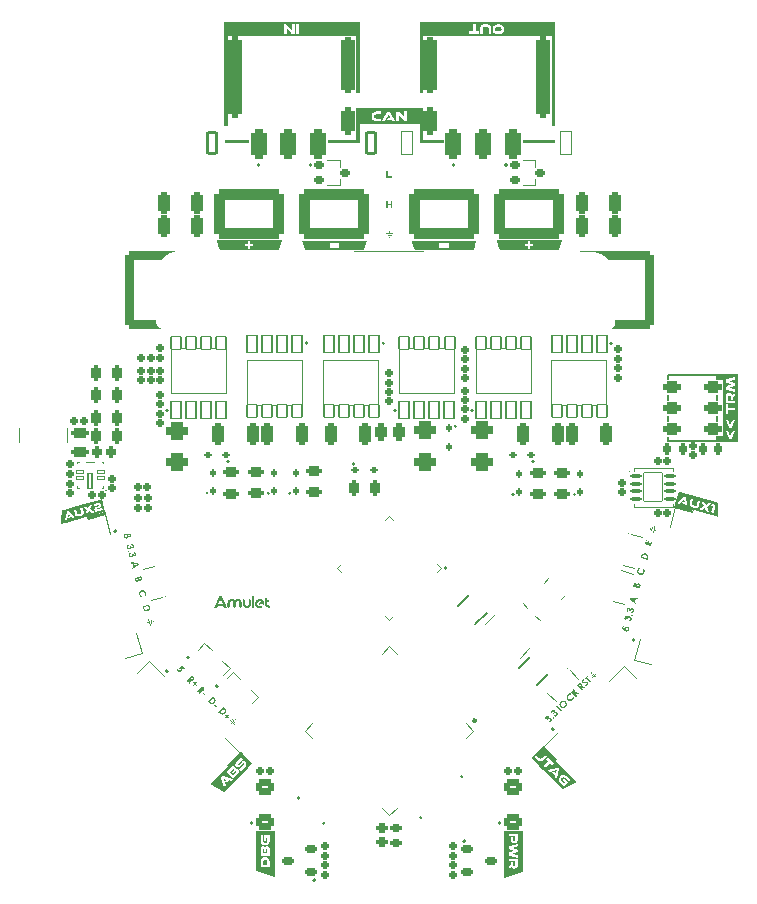
<source format=gbr>
%TF.GenerationSoftware,KiCad,Pcbnew,7.0.6*%
%TF.CreationDate,2023-12-31T16:15:45+01:00*%
%TF.ProjectId,amulet_controller,616d756c-6574-45f6-936f-6e74726f6c6c,1.0*%
%TF.SameCoordinates,PX6c3df60PY7735940*%
%TF.FileFunction,Legend,Top*%
%TF.FilePolarity,Positive*%
%FSLAX46Y46*%
G04 Gerber Fmt 4.6, Leading zero omitted, Abs format (unit mm)*
G04 Created by KiCad (PCBNEW 7.0.6) date 2023-12-31 16:15:45*
%MOMM*%
%LPD*%
G01*
G04 APERTURE LIST*
G04 Aperture macros list*
%AMRoundRect*
0 Rectangle with rounded corners*
0 $1 Rounding radius*
0 $2 $3 $4 $5 $6 $7 $8 $9 X,Y pos of 4 corners*
0 Add a 4 corners polygon primitive as box body*
4,1,4,$2,$3,$4,$5,$6,$7,$8,$9,$2,$3,0*
0 Add four circle primitives for the rounded corners*
1,1,$1+$1,$2,$3*
1,1,$1+$1,$4,$5*
1,1,$1+$1,$6,$7*
1,1,$1+$1,$8,$9*
0 Add four rect primitives between the rounded corners*
20,1,$1+$1,$2,$3,$4,$5,0*
20,1,$1+$1,$4,$5,$6,$7,0*
20,1,$1+$1,$6,$7,$8,$9,0*
20,1,$1+$1,$8,$9,$2,$3,0*%
%AMFreePoly0*
4,1,23,0.185356,0.435856,0.235356,0.385856,0.250001,0.350501,0.250001,-0.124500,0.235356,-0.159855,0.185356,-0.209855,0.150001,-0.224500,-0.500000,-0.224500,-0.535355,-0.209855,-0.585355,-0.159855,-0.600000,-0.124500,-0.600000,0.000501,-0.585355,0.035856,-0.535355,0.085856,-0.500000,0.100501,-0.270708,0.100501,-0.249998,0.121211,-0.249998,0.350501,-0.235353,0.385856,-0.185353,0.435856,
-0.149998,0.450501,0.150001,0.450501,0.185356,0.435856,0.185356,0.435856,$1*%
%AMFreePoly1*
4,1,23,0.235356,0.209855,0.285356,0.159855,0.300001,0.124500,0.300001,-0.350503,0.285356,-0.385858,0.235356,-0.435858,0.200001,-0.450503,-0.099998,-0.450501,-0.135353,-0.435856,-0.185353,-0.385856,-0.199998,-0.350501,-0.199998,-0.121211,-0.220708,-0.100501,-0.450000,-0.100501,-0.485355,-0.085856,-0.535355,-0.035856,-0.550000,-0.000501,-0.550000,0.124500,-0.535355,0.159855,-0.485355,0.209855,
-0.450000,0.224500,0.200001,0.224500,0.235356,0.209855,0.235356,0.209855,$1*%
%AMFreePoly2*
4,1,24,0.485355,0.209855,0.535355,0.159855,0.550000,0.124500,0.550000,-0.000501,0.535355,-0.035856,0.485355,-0.085856,0.450000,-0.100501,0.220708,-0.100501,0.199998,-0.121211,0.199998,-0.350501,0.185353,-0.385856,0.135353,-0.435856,0.099998,-0.450501,-0.200001,-0.450503,-0.235356,-0.435859,-0.235356,-0.435858,-0.285356,-0.385858,-0.300001,-0.350503,-0.300001,0.124500,-0.285356,0.159855,
-0.235356,0.209855,-0.200001,0.224500,0.450000,0.224500,0.485355,0.209855,0.485355,0.209855,$1*%
%AMFreePoly3*
4,1,23,0.135353,0.435856,0.185353,0.385856,0.199998,0.350501,0.199998,0.121211,0.220708,0.100501,0.450000,0.100501,0.485355,0.085856,0.535355,0.035856,0.550000,0.000501,0.550000,-0.124500,0.535355,-0.159855,0.485355,-0.209855,0.450000,-0.224500,-0.200001,-0.224500,-0.235356,-0.209855,-0.285356,-0.159855,-0.300001,-0.124500,-0.300001,0.350501,-0.285356,0.385856,-0.235356,0.435856,
-0.200001,0.450501,0.099998,0.450501,0.135353,0.435856,0.135353,0.435856,$1*%
%AMFreePoly4*
4,1,23,1.050356,1.980355,1.065000,1.945000,1.065000,1.170000,1.050804,1.135099,0.485000,0.554662,0.485000,-0.554662,1.050804,-1.135099,1.065000,-1.170000,1.065000,-1.945000,1.050356,-1.980355,1.014999,-1.995000,0.125000,-1.995000,0.089964,-1.980672,-0.470035,-1.430672,-0.484998,-1.395450,-0.485000,-1.395000,-0.485000,1.395000,-0.470355,1.430355,-0.470035,1.430672,0.089964,1.980672,
0.125000,1.995000,1.014999,1.995000,1.050356,1.980355,1.050356,1.980355,$1*%
%AMFreePoly5*
4,1,23,-0.089964,1.980672,0.470035,1.430672,0.484998,1.395450,0.485000,1.395000,0.485000,-1.395000,0.470355,-1.430355,0.470035,-1.430672,-0.089964,-1.980672,-0.125000,-1.995000,-1.014999,-1.995000,-1.050356,-1.980355,-1.065000,-1.945000,-1.065000,-1.170000,-1.050804,-1.135099,-0.485000,-0.554662,-0.485000,0.554662,-1.050804,1.135099,-1.065000,1.170000,-1.065000,1.945000,-1.050356,1.980355,
-1.014999,1.995000,-0.125000,1.995000,-0.089964,1.980672,-0.089964,1.980672,$1*%
G04 Aperture macros list end*
%ADD10C,0.000100*%
%ADD11C,0.100000*%
%ADD12C,0.160000*%
%ADD13C,0.150000*%
%ADD14C,0.200000*%
%ADD15C,0.120000*%
%ADD16C,0.120711*%
%ADD17C,0.249999*%
%ADD18C,0.100001*%
%ADD19C,0.179289*%
%ADD20C,0.152400*%
%ADD21RoundRect,0.287500X0.583363X-0.919239X0.919239X-0.583363X-0.583363X0.919239X-0.919239X0.583363X0*%
%ADD22C,0.800000*%
%ADD23C,0.499800*%
%ADD24RoundRect,0.180000X-0.130000X0.130000X-0.130000X-0.130000X0.130000X-0.130000X0.130000X0.130000X0*%
%ADD25RoundRect,0.050000X-0.425000X0.725000X-0.425000X-0.725000X0.425000X-0.725000X0.425000X0.725000X0*%
%ADD26RoundRect,0.050000X-2.350000X1.875000X-2.350000X-1.875000X2.350000X-1.875000X2.350000X1.875000X0*%
%ADD27RoundRect,0.050000X-0.425000X0.550000X-0.425000X-0.550000X0.425000X-0.550000X0.425000X0.550000X0*%
%ADD28RoundRect,0.187500X-0.097227X-0.168402X0.168402X-0.097227X0.097227X0.168402X-0.168402X0.097227X0*%
%ADD29RoundRect,0.180000X-0.159217X-0.091924X0.091924X-0.159217X0.159217X0.091924X-0.091924X0.159217X0*%
%ADD30RoundRect,0.237500X-0.053033X0.318198X-0.318198X0.053033X0.053033X-0.318198X0.318198X-0.053033X0*%
%ADD31RoundRect,0.200000X0.350000X0.150000X-0.350000X0.150000X-0.350000X-0.150000X0.350000X-0.150000X0*%
%ADD32RoundRect,0.180000X-0.183848X0.000000X0.000000X-0.183848X0.183848X0.000000X0.000000X0.183848X0*%
%ADD33RoundRect,0.237500X-0.194454X0.459619X-0.459619X0.194454X0.194454X-0.459619X0.459619X-0.194454X0*%
%ADD34RoundRect,0.212500X0.167732X-0.284479X0.330232X-0.003021X-0.167732X0.284479X-0.330232X0.003021X0*%
%ADD35RoundRect,0.180000X-0.091924X-0.159217X0.159217X-0.091924X0.091924X0.159217X-0.159217X0.091924X0*%
%ADD36RoundRect,0.125000X-0.350000X-0.075000X0.350000X-0.075000X0.350000X0.075000X-0.350000X0.075000X0*%
%ADD37RoundRect,0.050000X-0.800000X-1.200000X0.800000X-1.200000X0.800000X1.200000X-0.800000X1.200000X0*%
%ADD38RoundRect,0.180000X0.183848X0.000000X0.000000X0.183848X-0.183848X0.000000X0.000000X-0.183848X0*%
%ADD39RoundRect,0.187500X0.137500X-0.137500X0.137500X0.137500X-0.137500X0.137500X-0.137500X-0.137500X0*%
%ADD40RoundRect,0.150000X-0.200000X-0.100000X0.200000X-0.100000X0.200000X0.100000X-0.200000X0.100000X0*%
%ADD41RoundRect,0.050000X-0.123744X0.300520X-0.300520X0.123744X0.123744X-0.300520X0.300520X-0.123744X0*%
%ADD42RoundRect,0.237500X0.187500X0.462500X-0.187500X0.462500X-0.187500X-0.462500X0.187500X-0.462500X0*%
%ADD43RoundRect,0.360000X0.310000X0.940000X-0.310000X0.940000X-0.310000X-0.940000X0.310000X-0.940000X0*%
%ADD44RoundRect,0.325000X0.275000X0.822500X-0.275000X0.822500X-0.275000X-0.822500X0.275000X-0.822500X0*%
%ADD45RoundRect,0.325000X0.275000X3.122500X-0.275000X3.122500X-0.275000X-3.122500X0.275000X-3.122500X0*%
%ADD46RoundRect,0.325000X0.275000X2.077500X-0.275000X2.077500X-0.275000X-2.077500X0.275000X-2.077500X0*%
%ADD47RoundRect,0.237500X-0.462500X0.187500X-0.462500X-0.187500X0.462500X-0.187500X0.462500X0.187500X0*%
%ADD48RoundRect,0.180000X0.000000X0.183848X-0.183848X0.000000X0.000000X-0.183848X0.183848X0.000000X0*%
%ADD49RoundRect,0.187500X-0.137500X0.137500X-0.137500X-0.137500X0.137500X-0.137500X0.137500X0.137500X0*%
%ADD50RoundRect,0.150000X-0.212132X0.070711X0.070711X-0.212132X0.212132X-0.070711X-0.070711X0.212132X0*%
%ADD51RoundRect,0.290000X0.510000X-0.360000X0.510000X0.360000X-0.510000X0.360000X-0.510000X-0.360000X0*%
%ADD52RoundRect,0.187500X0.168402X0.097227X-0.097227X0.168402X-0.168402X-0.097227X0.097227X-0.168402X0*%
%ADD53RoundRect,0.245652X0.254348X0.654348X-0.254348X0.654348X-0.254348X-0.654348X0.254348X-0.654348X0*%
%ADD54RoundRect,0.187500X-0.194454X0.000000X0.000000X-0.194454X0.194454X0.000000X0.000000X0.194454X0*%
%ADD55RoundRect,0.180000X0.000000X-0.183848X0.183848X0.000000X0.000000X0.183848X-0.183848X0.000000X0*%
%ADD56RoundRect,0.212500X0.287500X-0.162500X0.287500X0.162500X-0.287500X0.162500X-0.287500X-0.162500X0*%
%ADD57RoundRect,0.050000X0.425000X-0.725000X0.425000X0.725000X-0.425000X0.725000X-0.425000X-0.725000X0*%
%ADD58RoundRect,0.050000X2.350000X-1.875000X2.350000X1.875000X-2.350000X1.875000X-2.350000X-1.875000X0*%
%ADD59RoundRect,0.050000X0.425000X-0.550000X0.425000X0.550000X-0.425000X0.550000X-0.425000X-0.550000X0*%
%ADD60RoundRect,0.237500X0.462500X-0.187500X0.462500X0.187500X-0.462500X0.187500X-0.462500X-0.187500X0*%
%ADD61RoundRect,0.256521X-0.268479X-0.643479X0.268479X-0.643479X0.268479X0.643479X-0.268479X0.643479X0*%
%ADD62RoundRect,0.245652X-0.642545X-0.282843X-0.282843X-0.642545X0.642545X0.282843X0.282843X0.642545X0*%
%ADD63C,0.399800*%
%ADD64C,2.000000*%
%ADD65RoundRect,0.187500X0.194454X0.000000X0.000000X0.194454X-0.194454X0.000000X0.000000X-0.194454X0*%
%ADD66RoundRect,0.212500X0.330232X0.003021X0.167732X0.284479X-0.330232X-0.003021X-0.167732X-0.284479X0*%
%ADD67RoundRect,0.187500X0.137500X0.137500X-0.137500X0.137500X-0.137500X-0.137500X0.137500X-0.137500X0*%
%ADD68RoundRect,0.187500X0.000000X-0.194454X0.194454X0.000000X0.000000X0.194454X-0.194454X0.000000X0*%
%ADD69RoundRect,0.400000X0.550000X-0.350000X0.550000X0.350000X-0.550000X0.350000X-0.550000X-0.350000X0*%
%ADD70RoundRect,0.180000X0.159217X0.091924X-0.091924X0.159217X-0.159217X-0.091924X0.091924X-0.159217X0*%
%ADD71RoundRect,0.225000X-0.500000X0.175000X-0.500000X-0.175000X0.500000X-0.175000X0.500000X0.175000X0*%
%ADD72RoundRect,0.237500X-0.459619X-0.194454X-0.194454X-0.459619X0.459619X0.194454X0.194454X0.459619X0*%
%ADD73RoundRect,0.256521X0.268479X0.643479X-0.268479X0.643479X-0.268479X-0.643479X0.268479X-0.643479X0*%
%ADD74RoundRect,0.237500X0.262500X-0.187500X0.262500X0.187500X-0.262500X0.187500X-0.262500X-0.187500X0*%
%ADD75RoundRect,0.200000X-0.106066X-0.318198X0.318198X0.106066X0.106066X0.318198X-0.318198X-0.106066X0*%
%ADD76RoundRect,0.187500X-0.262500X-0.137500X0.262500X-0.137500X0.262500X0.137500X-0.262500X0.137500X0*%
%ADD77RoundRect,0.112500X-0.123744X0.212132X-0.212132X0.123744X0.123744X-0.212132X0.212132X-0.123744X0*%
%ADD78RoundRect,0.112500X0.212132X0.123744X0.123744X0.212132X-0.212132X-0.123744X-0.123744X-0.212132X0*%
%ADD79RoundRect,0.112500X0.645235X0.556847X0.556847X0.645235X-0.645235X-0.556847X-0.556847X-0.645235X0*%
%ADD80RoundRect,0.180000X0.091924X0.159217X-0.159217X0.091924X-0.091924X-0.159217X0.159217X-0.091924X0*%
%ADD81RoundRect,0.180000X0.130000X0.130000X-0.130000X0.130000X-0.130000X-0.130000X0.130000X-0.130000X0*%
%ADD82RoundRect,0.200000X-0.601041X-0.388909X-0.388909X-0.601041X0.601041X0.388909X0.388909X0.601041X0*%
%ADD83RoundRect,0.300000X-0.954594X-0.601041X-0.601041X-0.954594X0.954594X0.601041X0.601041X0.954594X0*%
%ADD84RoundRect,0.237500X0.194454X-0.459619X0.459619X-0.194454X-0.194454X0.459619X-0.459619X0.194454X0*%
%ADD85FreePoly0,180.000000*%
%ADD86RoundRect,0.050000X0.300000X0.125000X-0.300000X0.125000X-0.300000X-0.125000X0.300000X-0.125000X0*%
%ADD87FreePoly1,180.000000*%
%ADD88FreePoly2,180.000000*%
%ADD89FreePoly3,180.000000*%
%ADD90RoundRect,0.050000X0.175000X0.650000X-0.175000X0.650000X-0.175000X-0.650000X0.175000X-0.650000X0*%
%ADD91C,0.900000*%
%ADD92C,5.400000*%
%ADD93RoundRect,0.180000X-0.130000X-0.130000X0.130000X-0.130000X0.130000X0.130000X-0.130000X0.130000X0*%
%ADD94RoundRect,0.120000X0.325269X0.424264X-0.424264X-0.325269X-0.325269X-0.424264X0.424264X0.325269X0*%
%ADD95RoundRect,0.120000X-0.325269X0.424264X-0.424264X0.325269X0.325269X-0.424264X0.424264X-0.325269X0*%
%ADD96C,1.800000*%
%ADD97O,1.800000X1.800000*%
%ADD98RoundRect,0.150000X0.100000X-0.200000X0.100000X0.200000X-0.100000X0.200000X-0.100000X-0.200000X0*%
%ADD99RoundRect,0.200000X0.637325X-0.326062X0.714971X-0.036284X-0.637325X0.326062X-0.714971X0.036284X0*%
%ADD100RoundRect,0.300000X0.997814X-0.526182X1.127223X-0.043219X-0.997814X0.526182X-1.127223X0.043219X0*%
%ADD101FreePoly4,225.000000*%
%ADD102FreePoly5,225.000000*%
%ADD103RoundRect,0.375000X2.925000X2.925000X-2.925000X2.925000X-2.925000X-2.925000X2.925000X-2.925000X0*%
%ADD104RoundRect,0.180000X0.130000X-0.130000X0.130000X0.130000X-0.130000X0.130000X-0.130000X-0.130000X0*%
%ADD105RoundRect,0.237500X-0.318198X-0.053033X-0.053033X-0.318198X0.318198X0.053033X0.053033X0.318198X0*%
%ADD106RoundRect,0.200000X0.388909X-0.601041X0.601041X-0.388909X-0.388909X0.601041X-0.601041X0.388909X0*%
%ADD107RoundRect,0.300000X0.601041X-0.954594X0.954594X-0.601041X-0.601041X0.954594X-0.954594X0.601041X0*%
%ADD108RoundRect,0.237500X0.053033X-0.318198X0.318198X-0.053033X-0.053033X0.318198X-0.318198X0.053033X0*%
%ADD109RoundRect,0.256521X-0.265165X0.644852X-0.644852X0.265165X0.265165X-0.644852X0.644852X-0.265165X0*%
%ADD110RoundRect,0.245652X-0.254348X-0.654348X0.254348X-0.654348X0.254348X0.654348X-0.254348X0.654348X0*%
%ADD111RoundRect,0.212500X0.162500X0.287500X-0.162500X0.287500X-0.162500X-0.287500X0.162500X-0.287500X0*%
%ADD112RoundRect,0.200000X-0.350000X-0.150000X0.350000X-0.150000X0.350000X0.150000X-0.350000X0.150000X0*%
%ADD113RoundRect,0.150000X-0.100000X0.200000X-0.100000X-0.200000X0.100000X-0.200000X0.100000X0.200000X0*%
%ADD114RoundRect,0.050000X-0.257425X0.198386X-0.322130X-0.043095X0.257425X-0.198386X0.322130X0.043095X0*%
%ADD115RoundRect,0.150000X-0.070711X-0.212132X0.212132X0.070711X0.070711X0.212132X-0.212132X-0.070711X0*%
%ADD116RoundRect,0.375000X-2.925000X-2.925000X2.925000X-2.925000X2.925000X2.925000X-2.925000X2.925000X0*%
%ADD117RoundRect,0.237500X0.187500X0.262500X-0.187500X0.262500X-0.187500X-0.262500X0.187500X-0.262500X0*%
%ADD118RoundRect,0.150000X0.200000X0.100000X-0.200000X0.100000X-0.200000X-0.100000X0.200000X-0.100000X0*%
%ADD119RoundRect,0.187500X0.000000X0.194454X-0.194454X0.000000X0.000000X-0.194454X0.194454X0.000000X0*%
%ADD120RoundRect,0.237500X0.133582X-0.293630X0.321082X0.031130X-0.133582X0.293630X-0.321082X-0.031130X0*%
%ADD121RoundRect,0.287500X-0.237500X-0.437500X0.237500X-0.437500X0.237500X0.437500X-0.237500X0.437500X0*%
%ADD122RoundRect,0.237500X-0.187500X-0.462500X0.187500X-0.462500X0.187500X0.462500X-0.187500X0.462500X0*%
%ADD123RoundRect,0.237500X0.321082X-0.031130X0.133582X0.293630X-0.321082X0.031130X-0.133582X-0.293630X0*%
%ADD124RoundRect,0.050000X0.322130X-0.043095X0.257425X0.198386X-0.322130X0.043095X-0.257425X-0.198386X0*%
%ADD125FreePoly4,90.000000*%
%ADD126FreePoly5,90.000000*%
%ADD127RoundRect,0.105000X0.134350X0.212132X-0.212132X-0.134350X-0.134350X-0.212132X0.212132X0.134350X0*%
%ADD128RoundRect,0.105000X-0.134350X0.212132X-0.212132X0.134350X0.134350X-0.212132X0.212132X-0.134350X0*%
%ADD129RoundRect,0.155000X0.000000X2.821356X-2.821356X0.000000X0.000000X-2.821356X2.821356X0.000000X0*%
%ADD130RoundRect,0.200000X-0.714971X-0.036284X-0.637325X-0.326062X0.714971X0.036284X0.637325X0.326062X0*%
%ADD131RoundRect,0.300000X-1.127223X-0.043219X-0.997814X-0.526182X1.127223X0.043219X0.997814X0.526182X0*%
%ADD132RoundRect,0.300000X0.450000X0.250000X-0.450000X0.250000X-0.450000X-0.250000X0.450000X-0.250000X0*%
%ADD133RoundRect,0.465000X2.510000X1.660000X-2.510000X1.660000X-2.510000X-1.660000X2.510000X-1.660000X0*%
%ADD134RoundRect,0.050000X0.450000X1.000000X-0.450000X1.000000X-0.450000X-1.000000X0.450000X-1.000000X0*%
%ADD135RoundRect,0.140000X0.360000X0.910000X-0.360000X0.910000X-0.360000X-0.910000X0.360000X-0.910000X0*%
G04 APERTURE END LIST*
D10*
X32420402Y66309898D02*
X29820404Y66309898D01*
X29820403Y66509897D01*
X32420402Y66509900D01*
X32420402Y66309898D01*
G36*
X32420402Y66309898D02*
G01*
X29820404Y66309898D01*
X29820403Y66509897D01*
X32420402Y66509900D01*
X32420402Y66309898D01*
G37*
X39580401Y66309901D02*
X37580400Y66309898D01*
X37580400Y66509900D01*
X39580401Y66509900D01*
X39580401Y66309901D01*
G36*
X39580401Y66309901D02*
G01*
X37580400Y66309898D01*
X37580400Y66509900D01*
X39580401Y66509900D01*
X39580401Y66309901D01*
G37*
D11*
X21961630Y17465770D02*
X21926274Y17501126D01*
X34975397Y58329905D02*
X35025398Y58329905D01*
X35250401Y58679902D02*
X35000395Y58679903D01*
D10*
X37780402Y66509900D02*
X37580400Y66509900D01*
X37580400Y69199900D01*
X37780400Y69199900D01*
X37780402Y66509900D01*
G36*
X37780402Y66509900D02*
G01*
X37580400Y66509900D01*
X37580400Y69199900D01*
X37780400Y69199900D01*
X37780402Y66509900D01*
G37*
D11*
X52145235Y21218287D02*
X52322011Y21395066D01*
D10*
X22549615Y14579116D02*
X21435403Y13464899D01*
X21293980Y13606322D01*
X22408192Y14720538D01*
X22549615Y14579116D01*
G36*
X22549615Y14579116D02*
G01*
X21435403Y13464899D01*
X21293980Y13606322D01*
X22408192Y14720538D01*
X22549615Y14579116D01*
G37*
D11*
X14515513Y25671084D02*
X14660400Y25709900D01*
X15004944Y25776341D02*
X14992000Y25824636D01*
X52180588Y21006154D02*
X52357370Y21182934D01*
G36*
X62700400Y46729900D02*
G01*
X63350400Y46729900D01*
X63350400Y46178242D01*
X62700400Y46178242D01*
X62700400Y46729900D01*
G37*
D10*
X49139616Y14070686D02*
X48998193Y13929264D01*
X47888977Y15038477D01*
X48030400Y15179900D01*
X49139616Y14070686D01*
G36*
X49139616Y14070686D02*
G01*
X48998193Y13929264D01*
X47888977Y15038477D01*
X48030400Y15179900D01*
X49139616Y14070686D01*
G37*
X32220400Y76469900D02*
X32420400Y76469900D01*
X32420400Y70589900D01*
X32220400Y70589900D01*
X32220400Y76469900D01*
G36*
X32220400Y76469900D02*
G01*
X32420400Y76469900D01*
X32420400Y70589900D01*
X32220400Y70589900D01*
X32220400Y76469900D01*
G37*
D11*
X21696468Y17235960D02*
X21873241Y17059188D01*
X52127560Y21448096D02*
X52092204Y21412740D01*
G36*
X62710400Y41465415D02*
G01*
X63360400Y41465415D01*
X63360400Y40913757D01*
X62710400Y40913757D01*
X62710400Y41465415D01*
G37*
D10*
X48760400Y76469900D02*
X48960400Y76469900D01*
X48960400Y67759900D01*
X48760400Y67759900D01*
X48760400Y76469900D01*
G36*
X48760400Y76469900D02*
G01*
X48960400Y76469900D01*
X48960400Y67759900D01*
X48760400Y67759900D01*
X48760400Y76469900D01*
G37*
D11*
X14595695Y25951387D02*
X14660400Y25709900D01*
D10*
X21040400Y76469900D02*
X21240400Y76469900D01*
X21240400Y67759900D01*
X21040400Y67759900D01*
X21040400Y76469900D01*
G36*
X21040400Y76469900D02*
G01*
X21240400Y76469900D01*
X21240400Y67759900D01*
X21040400Y67759900D01*
X21040400Y76469900D01*
G37*
D11*
X35125398Y58504903D02*
X34875398Y58504900D01*
X52463430Y21076866D02*
X52357370Y21182934D01*
D10*
X23080400Y66309900D02*
X21080399Y66309897D01*
X21080399Y66509899D01*
X23080400Y66509899D01*
X23080400Y66309900D01*
G36*
X23080400Y66309900D02*
G01*
X21080399Y66309897D01*
X21080399Y66509899D01*
X23080400Y66509899D01*
X23080400Y66309900D01*
G37*
D11*
X52357370Y21182934D02*
X52534142Y21359707D01*
X21519688Y17412742D02*
X21696468Y17235960D01*
D10*
X37580400Y76469900D02*
X37780400Y76469900D01*
X37780400Y70589900D01*
X37580400Y70589900D01*
X37580400Y76469900D01*
G36*
X37580400Y76469900D02*
G01*
X37780400Y76469900D01*
X37780400Y70589900D01*
X37580400Y70589900D01*
X37580400Y76469900D01*
G37*
D11*
X35000395Y58679903D02*
X34750400Y58679902D01*
X21590400Y17129900D02*
X21696468Y17235960D01*
X57068798Y33665376D02*
X57055857Y33617079D01*
X57400400Y33550644D02*
X57465103Y33792120D01*
D10*
X10985615Y34825905D02*
X9470400Y34419900D01*
X9418637Y34613086D01*
X10933850Y35019092D01*
X10985615Y34825905D01*
G36*
X10985615Y34825905D02*
G01*
X9470400Y34419900D01*
X9418637Y34613086D01*
X10933850Y35019092D01*
X10985615Y34825905D01*
G37*
D11*
X35000400Y58829900D02*
X35000395Y58679903D01*
X14797083Y25875939D02*
X14861794Y25634454D01*
X57545285Y33511817D02*
X57400400Y33550644D01*
D10*
X48920398Y66309900D02*
X46320400Y66309900D01*
X46320399Y66509899D01*
X48920398Y66509902D01*
X48920398Y66309900D01*
G36*
X48920398Y66309900D02*
G01*
X46320400Y66309900D01*
X46320399Y66509899D01*
X48920398Y66509902D01*
X48920398Y66309900D01*
G37*
D11*
X57335693Y33309157D02*
X57400400Y33550644D01*
D10*
X32420402Y66509900D02*
X32220400Y66509900D01*
X32220400Y69199900D01*
X32420400Y69199900D01*
X32420402Y66509900D01*
G36*
X32420402Y66509900D02*
G01*
X32220400Y66509900D01*
X32220400Y69199900D01*
X32420400Y69199900D01*
X32420402Y66509900D01*
G37*
D11*
X57199010Y33475193D02*
X57263712Y33716676D01*
D10*
X60727380Y35237090D02*
X60675617Y35043903D01*
X59160400Y35449900D01*
X59212165Y35643086D01*
X60727380Y35237090D01*
G36*
X60727380Y35237090D02*
G01*
X60675617Y35043903D01*
X59160400Y35449900D01*
X59212165Y35643086D01*
X60727380Y35237090D01*
G37*
D11*
X21731821Y17448095D02*
X21908600Y17271319D01*
X14660400Y25709900D02*
X14725102Y25468422D01*
G36*
X18397211Y21090197D02*
G01*
X18401601Y21085782D01*
X18405887Y21081422D01*
X18410069Y21077117D01*
X18414145Y21072868D01*
X18421985Y21064535D01*
X18429405Y21056422D01*
X18436408Y21048531D01*
X18442991Y21040861D01*
X18449157Y21033412D01*
X18454903Y21026184D01*
X18460231Y21019177D01*
X18465141Y21012390D01*
X18469632Y21005825D01*
X18473704Y20999481D01*
X18477358Y20993358D01*
X18480594Y20987456D01*
X18483411Y20981775D01*
X18485809Y20976315D01*
X18488880Y20968249D01*
X18491448Y20960099D01*
X18493514Y20951865D01*
X18495077Y20943547D01*
X18496137Y20935146D01*
X18496694Y20926661D01*
X18496749Y20918092D01*
X18496301Y20909439D01*
X18495350Y20900702D01*
X18494437Y20894831D01*
X18493300Y20888923D01*
X18492648Y20885955D01*
X18491175Y20880040D01*
X18489475Y20874184D01*
X18487548Y20868389D01*
X18485394Y20862653D01*
X18483014Y20856977D01*
X18480408Y20851361D01*
X18477574Y20845805D01*
X18474514Y20840309D01*
X18471227Y20834873D01*
X18467714Y20829497D01*
X18463974Y20824180D01*
X18460007Y20818924D01*
X18455813Y20813727D01*
X18451393Y20808591D01*
X18446746Y20803514D01*
X18441873Y20798497D01*
X18436601Y20793384D01*
X18431279Y20788538D01*
X18425905Y20783958D01*
X18420481Y20779644D01*
X18415005Y20775597D01*
X18409479Y20771816D01*
X18403902Y20768301D01*
X18398273Y20765053D01*
X18392594Y20762071D01*
X18386863Y20759355D01*
X18381082Y20756906D01*
X18375249Y20754723D01*
X18369366Y20752806D01*
X18363431Y20751156D01*
X18357446Y20749772D01*
X18351409Y20748654D01*
X18345333Y20747791D01*
X18339203Y20747195D01*
X18333018Y20746868D01*
X18326779Y20746808D01*
X18320486Y20747017D01*
X18314139Y20747493D01*
X18307737Y20748238D01*
X18301281Y20749250D01*
X18294771Y20750530D01*
X18288207Y20752079D01*
X18281589Y20753895D01*
X18274916Y20755979D01*
X18268189Y20758331D01*
X18261408Y20760951D01*
X18254572Y20763839D01*
X18247682Y20766996D01*
X18154421Y20470840D01*
X18065305Y20559956D01*
X18154525Y20842123D01*
X18146857Y20849791D01*
X17961163Y20664097D01*
X17879612Y20745649D01*
X18063337Y20929374D01*
X18226439Y20929374D01*
X18252138Y20903675D01*
X18256965Y20898926D01*
X18261680Y20894444D01*
X18266281Y20890231D01*
X18270771Y20886286D01*
X18277294Y20880870D01*
X18283564Y20876057D01*
X18289581Y20871847D01*
X18295344Y20868241D01*
X18300855Y20865237D01*
X18307808Y20862169D01*
X18314311Y20860174D01*
X18315866Y20859842D01*
X18322034Y20859112D01*
X18328152Y20859253D01*
X18334222Y20860265D01*
X18340244Y20862148D01*
X18346217Y20864902D01*
X18352141Y20868527D01*
X18358017Y20873023D01*
X18362392Y20876967D01*
X18363844Y20878391D01*
X18367883Y20882789D01*
X18372021Y20888307D01*
X18375387Y20894087D01*
X18377981Y20900129D01*
X18379803Y20906434D01*
X18380424Y20909685D01*
X18381137Y20916188D01*
X18381099Y20922640D01*
X18380311Y20929040D01*
X18378772Y20935390D01*
X18376483Y20941689D01*
X18375554Y20943777D01*
X18372518Y20949380D01*
X18369215Y20954424D01*
X18365135Y20959966D01*
X18360277Y20966007D01*
X18356124Y20970865D01*
X18351534Y20976003D01*
X18346507Y20981422D01*
X18341042Y20987122D01*
X18335140Y20993102D01*
X18312654Y21015588D01*
X18226439Y20929374D01*
X18063337Y20929374D01*
X18310685Y21176723D01*
X18397211Y21090197D01*
G37*
G36*
X18557724Y20558298D02*
G01*
X18663834Y20664408D01*
X18736681Y20591561D01*
X18630571Y20485451D01*
X18739583Y20376439D01*
X18666632Y20303488D01*
X18557620Y20412500D01*
X18451510Y20306389D01*
X18378662Y20379237D01*
X18484773Y20485347D01*
X18375450Y20594670D01*
X18448401Y20667621D01*
X18557724Y20558298D01*
G37*
G36*
X19270888Y20216520D02*
G01*
X19275279Y20212105D01*
X19279565Y20207745D01*
X19283746Y20203440D01*
X19287822Y20199191D01*
X19295662Y20190857D01*
X19303083Y20182745D01*
X19310085Y20174854D01*
X19316669Y20167184D01*
X19322834Y20159735D01*
X19328580Y20152507D01*
X19333909Y20145499D01*
X19338818Y20138713D01*
X19343309Y20132148D01*
X19347382Y20125804D01*
X19351036Y20119681D01*
X19354271Y20113779D01*
X19357088Y20108098D01*
X19359486Y20102638D01*
X19362557Y20094572D01*
X19365126Y20086421D01*
X19367191Y20078188D01*
X19368754Y20069870D01*
X19369814Y20061469D01*
X19370371Y20052984D01*
X19370426Y20044415D01*
X19369978Y20035762D01*
X19369027Y20027025D01*
X19368114Y20021154D01*
X19366977Y20015246D01*
X19366325Y20012278D01*
X19364852Y20006363D01*
X19363152Y20000507D01*
X19361225Y19994711D01*
X19359072Y19988976D01*
X19356692Y19983300D01*
X19354085Y19977684D01*
X19351251Y19972128D01*
X19348191Y19966632D01*
X19344904Y19961196D01*
X19341391Y19955820D01*
X19337651Y19950503D01*
X19333684Y19945247D01*
X19329490Y19940050D01*
X19325070Y19934913D01*
X19320423Y19929837D01*
X19315550Y19924820D01*
X19310278Y19919707D01*
X19304956Y19914861D01*
X19299582Y19910281D01*
X19294158Y19905967D01*
X19288683Y19901920D01*
X19283156Y19898138D01*
X19277579Y19894624D01*
X19271950Y19891375D01*
X19266271Y19888393D01*
X19260540Y19885678D01*
X19254759Y19883228D01*
X19248926Y19881045D01*
X19243043Y19879129D01*
X19237108Y19877479D01*
X19231123Y19876095D01*
X19225087Y19874977D01*
X19219010Y19874114D01*
X19212880Y19873518D01*
X19206695Y19873191D01*
X19200457Y19873131D01*
X19194163Y19873340D01*
X19187816Y19873816D01*
X19181414Y19874560D01*
X19174959Y19875573D01*
X19168449Y19876853D01*
X19161884Y19878401D01*
X19155266Y19880218D01*
X19148593Y19882302D01*
X19141866Y19884654D01*
X19135085Y19887274D01*
X19128249Y19890162D01*
X19121359Y19893318D01*
X19028098Y19597163D01*
X18938982Y19686279D01*
X19028202Y19968445D01*
X19020534Y19976114D01*
X18834841Y19790420D01*
X18753289Y19871972D01*
X18937013Y20055696D01*
X19100117Y20055696D01*
X19125815Y20029998D01*
X19130642Y20025248D01*
X19135357Y20020767D01*
X19139959Y20016554D01*
X19144448Y20012608D01*
X19150971Y20007193D01*
X19157241Y20002380D01*
X19163258Y19998170D01*
X19169021Y19994563D01*
X19174532Y19991559D01*
X19181485Y19988492D01*
X19187988Y19986496D01*
X19189544Y19986165D01*
X19195711Y19985435D01*
X19201830Y19985576D01*
X19207900Y19986588D01*
X19213921Y19988471D01*
X19219894Y19991225D01*
X19225818Y19994850D01*
X19231694Y19999346D01*
X19236069Y20003290D01*
X19237521Y20004714D01*
X19241560Y20009112D01*
X19245698Y20014629D01*
X19249065Y20020410D01*
X19251658Y20026452D01*
X19253480Y20032757D01*
X19254101Y20036008D01*
X19254814Y20042511D01*
X19254776Y20048962D01*
X19253988Y20055363D01*
X19252450Y20061713D01*
X19250161Y20068012D01*
X19249231Y20070100D01*
X19246195Y20075703D01*
X19242892Y20080747D01*
X19238812Y20086289D01*
X19233954Y20092330D01*
X19229801Y20097188D01*
X19225211Y20102326D01*
X19220184Y20107745D01*
X19214719Y20113445D01*
X19208818Y20119425D01*
X19186331Y20141911D01*
X19100117Y20055696D01*
X18937013Y20055696D01*
X19184363Y20303046D01*
X19270888Y20216520D01*
G37*
G36*
X19286846Y19723065D02*
G01*
X19434924Y19574987D01*
X19361973Y19502036D01*
X19213895Y19650114D01*
X19286846Y19723065D01*
G37*
G36*
X48335972Y17539996D02*
G01*
X48257633Y17461657D01*
X48252481Y17468508D01*
X48247649Y17475381D01*
X48243136Y17482276D01*
X48238942Y17489195D01*
X48235066Y17496136D01*
X48231510Y17503100D01*
X48228272Y17510086D01*
X48225354Y17517096D01*
X48222754Y17524127D01*
X48220474Y17531182D01*
X48218512Y17538259D01*
X48216870Y17545359D01*
X48215546Y17552481D01*
X48214541Y17559627D01*
X48213856Y17566794D01*
X48213489Y17573985D01*
X48213469Y17583928D01*
X48213928Y17593707D01*
X48214865Y17603322D01*
X48216280Y17612772D01*
X48218174Y17622058D01*
X48220547Y17631180D01*
X48223398Y17640138D01*
X48226727Y17648931D01*
X48230535Y17657559D01*
X48234821Y17666024D01*
X48239586Y17674324D01*
X48244829Y17682459D01*
X48250550Y17690431D01*
X48256750Y17698238D01*
X48263429Y17705880D01*
X48270586Y17713358D01*
X48277240Y17719757D01*
X48284016Y17725766D01*
X48290915Y17731385D01*
X48297936Y17736615D01*
X48305079Y17741456D01*
X48312344Y17745908D01*
X48319732Y17749969D01*
X48327242Y17753642D01*
X48334874Y17756925D01*
X48342628Y17759819D01*
X48350505Y17762323D01*
X48358504Y17764438D01*
X48366625Y17766164D01*
X48374868Y17767500D01*
X48383234Y17768447D01*
X48391721Y17769004D01*
X48400178Y17769205D01*
X48408452Y17769032D01*
X48416541Y17768483D01*
X48424447Y17767560D01*
X48432169Y17766262D01*
X48439707Y17764589D01*
X48447062Y17762541D01*
X48454232Y17760119D01*
X48461219Y17757321D01*
X48468022Y17754149D01*
X48474642Y17750602D01*
X48481077Y17746680D01*
X48487329Y17742383D01*
X48493397Y17737712D01*
X48499281Y17732665D01*
X48504982Y17727244D01*
X48510028Y17721923D01*
X48514714Y17716412D01*
X48519038Y17710712D01*
X48523003Y17704822D01*
X48526606Y17698743D01*
X48529849Y17692475D01*
X48532731Y17686017D01*
X48535253Y17679370D01*
X48537414Y17672533D01*
X48539214Y17665507D01*
X48540214Y17660718D01*
X48541411Y17653443D01*
X48542203Y17646073D01*
X48542591Y17638608D01*
X48542575Y17631049D01*
X48542154Y17623395D01*
X48541329Y17615646D01*
X48540099Y17607803D01*
X48538465Y17599865D01*
X48536427Y17591832D01*
X48533984Y17583704D01*
X48532131Y17578233D01*
X48538466Y17581532D01*
X48544802Y17584561D01*
X48551140Y17587322D01*
X48557480Y17589813D01*
X48563821Y17592036D01*
X48570164Y17593991D01*
X48576509Y17595676D01*
X48582855Y17597093D01*
X48589203Y17598241D01*
X48595552Y17599120D01*
X48601903Y17599730D01*
X48608256Y17600072D01*
X48614610Y17600145D01*
X48620966Y17599949D01*
X48627323Y17599484D01*
X48633682Y17598751D01*
X48639996Y17597757D01*
X48646219Y17596512D01*
X48652350Y17595014D01*
X48658390Y17593265D01*
X48664338Y17591264D01*
X48670195Y17589012D01*
X48675960Y17586508D01*
X48681634Y17583751D01*
X48687216Y17580743D01*
X48692707Y17577484D01*
X48698106Y17573972D01*
X48703414Y17570209D01*
X48708631Y17566194D01*
X48713756Y17561927D01*
X48718789Y17557409D01*
X48723731Y17552638D01*
X48730685Y17545352D01*
X48737170Y17537869D01*
X48743185Y17530190D01*
X48748730Y17522316D01*
X48753806Y17514245D01*
X48758412Y17505979D01*
X48762549Y17497516D01*
X48766217Y17488858D01*
X48769414Y17480004D01*
X48772143Y17470954D01*
X48774401Y17461708D01*
X48776190Y17452266D01*
X48777510Y17442628D01*
X48778360Y17432795D01*
X48778740Y17422765D01*
X48778651Y17412540D01*
X48778080Y17402306D01*
X48777015Y17392202D01*
X48775454Y17382226D01*
X48773399Y17372379D01*
X48770849Y17362661D01*
X48767805Y17353071D01*
X48764266Y17343610D01*
X48760232Y17334278D01*
X48755704Y17325074D01*
X48750681Y17316000D01*
X48745164Y17307054D01*
X48739151Y17298236D01*
X48732645Y17289548D01*
X48725643Y17280988D01*
X48718147Y17272557D01*
X48710156Y17264254D01*
X48702308Y17256712D01*
X48694333Y17249655D01*
X48686230Y17243082D01*
X48678001Y17236995D01*
X48669644Y17231392D01*
X48661160Y17226275D01*
X48652549Y17221642D01*
X48643811Y17217494D01*
X48634946Y17213831D01*
X48625954Y17210653D01*
X48616835Y17207960D01*
X48607589Y17205752D01*
X48598215Y17204029D01*
X48588714Y17202791D01*
X48579087Y17202038D01*
X48569332Y17201769D01*
X48559542Y17202018D01*
X48549809Y17202764D01*
X48540132Y17204006D01*
X48530512Y17205746D01*
X48520949Y17207983D01*
X48511442Y17210717D01*
X48501992Y17213948D01*
X48492599Y17217676D01*
X48483262Y17221901D01*
X48473982Y17226623D01*
X48464759Y17231842D01*
X48455592Y17237558D01*
X48446482Y17243772D01*
X48437429Y17250482D01*
X48428432Y17257690D01*
X48423955Y17261480D01*
X48419493Y17265394D01*
X48500215Y17346117D01*
X48505054Y17342697D01*
X48512245Y17338003D01*
X48519353Y17333831D01*
X48526380Y17330182D01*
X48533324Y17327056D01*
X48540187Y17324453D01*
X48546967Y17322373D01*
X48553666Y17320815D01*
X48560282Y17319780D01*
X48566817Y17319268D01*
X48573270Y17319278D01*
X48579641Y17319798D01*
X48585892Y17320772D01*
X48592022Y17322202D01*
X48598032Y17324087D01*
X48603923Y17326428D01*
X48609693Y17329224D01*
X48615342Y17332475D01*
X48620872Y17336182D01*
X48626281Y17340344D01*
X48631570Y17344962D01*
X48635029Y17348293D01*
X48640135Y17353703D01*
X48644765Y17359245D01*
X48648919Y17364921D01*
X48652598Y17370729D01*
X48655802Y17376671D01*
X48658530Y17382745D01*
X48660783Y17388952D01*
X48662561Y17395293D01*
X48663863Y17401766D01*
X48664690Y17408372D01*
X48664976Y17412850D01*
X48665015Y17419552D01*
X48664588Y17426058D01*
X48663694Y17432366D01*
X48662334Y17438478D01*
X48660508Y17444393D01*
X48658215Y17450111D01*
X48655456Y17455633D01*
X48652231Y17460958D01*
X48648539Y17466086D01*
X48644381Y17471017D01*
X48641350Y17474195D01*
X48636034Y17479066D01*
X48630420Y17483341D01*
X48624510Y17487020D01*
X48618302Y17490103D01*
X48611798Y17492591D01*
X48604997Y17494483D01*
X48597899Y17495780D01*
X48590504Y17496481D01*
X48582812Y17496586D01*
X48574823Y17496096D01*
X48569332Y17495438D01*
X48560963Y17493893D01*
X48552527Y17491629D01*
X48546865Y17489720D01*
X48541174Y17487490D01*
X48535452Y17484942D01*
X48529701Y17482073D01*
X48523919Y17478884D01*
X48518108Y17475376D01*
X48512266Y17471548D01*
X48506395Y17467400D01*
X48500494Y17462933D01*
X48494562Y17458146D01*
X48488601Y17453038D01*
X48482610Y17447612D01*
X48476589Y17441865D01*
X48403638Y17514816D01*
X48408580Y17520645D01*
X48413188Y17526282D01*
X48417460Y17531725D01*
X48421397Y17536975D01*
X48424998Y17542032D01*
X48429279Y17548475D01*
X48432964Y17554574D01*
X48436054Y17560330D01*
X48438547Y17565743D01*
X48439077Y17567042D01*
X48441362Y17573505D01*
X48443101Y17579878D01*
X48444293Y17586159D01*
X48444939Y17592349D01*
X48445038Y17598448D01*
X48444590Y17604456D01*
X48444259Y17606834D01*
X48443122Y17612627D01*
X48441150Y17619146D01*
X48438514Y17625191D01*
X48435216Y17630762D01*
X48431255Y17635860D01*
X48429026Y17638231D01*
X48423842Y17642818D01*
X48418330Y17646540D01*
X48412488Y17649396D01*
X48406318Y17651387D01*
X48399819Y17652513D01*
X48392990Y17652773D01*
X48390167Y17652635D01*
X48383114Y17651672D01*
X48376202Y17649818D01*
X48369432Y17647073D01*
X48364118Y17644237D01*
X48358895Y17640830D01*
X48353762Y17636854D01*
X48348721Y17632307D01*
X48347474Y17631081D01*
X48343320Y17626580D01*
X48339612Y17621833D01*
X48336351Y17616840D01*
X48333537Y17611600D01*
X48331170Y17606115D01*
X48329249Y17600383D01*
X48327776Y17594405D01*
X48326750Y17588181D01*
X48326214Y17581897D01*
X48326160Y17575688D01*
X48326589Y17569553D01*
X48327501Y17563493D01*
X48328895Y17557507D01*
X48330771Y17551596D01*
X48333130Y17545759D01*
X48335972Y17539996D01*
G37*
G36*
X48870876Y17610668D02*
G01*
X48875716Y17615086D01*
X48880805Y17618912D01*
X48886143Y17622145D01*
X48891731Y17624786D01*
X48897567Y17626834D01*
X48903654Y17628290D01*
X48909989Y17629153D01*
X48916574Y17629423D01*
X48923192Y17629121D01*
X48929573Y17628212D01*
X48935717Y17626698D01*
X48941625Y17624579D01*
X48947297Y17621854D01*
X48952732Y17618524D01*
X48957931Y17614587D01*
X48962894Y17610046D01*
X48967415Y17605104D01*
X48971339Y17599917D01*
X48974668Y17594483D01*
X48977401Y17588803D01*
X48979538Y17582877D01*
X48981080Y17576705D01*
X48982025Y17570287D01*
X48982375Y17563623D01*
X48982129Y17557013D01*
X48981287Y17550657D01*
X48979849Y17544553D01*
X48977816Y17538701D01*
X48975186Y17533102D01*
X48971961Y17527756D01*
X48968140Y17522662D01*
X48963723Y17517821D01*
X48958856Y17513378D01*
X48953736Y17509531D01*
X48948364Y17506280D01*
X48942739Y17503625D01*
X48936862Y17501565D01*
X48930732Y17500101D01*
X48924349Y17499233D01*
X48917714Y17498961D01*
X48911074Y17499336D01*
X48904677Y17500302D01*
X48898523Y17501861D01*
X48892611Y17504013D01*
X48886943Y17506758D01*
X48881517Y17510095D01*
X48876334Y17514024D01*
X48871394Y17518546D01*
X48866851Y17523507D01*
X48862910Y17528701D01*
X48859572Y17534129D01*
X48856835Y17539789D01*
X48854701Y17545683D01*
X48853170Y17551809D01*
X48852240Y17558169D01*
X48851913Y17564762D01*
X48852210Y17571373D01*
X48853098Y17577735D01*
X48854580Y17583847D01*
X48856654Y17589710D01*
X48859321Y17595323D01*
X48862580Y17600687D01*
X48866432Y17605802D01*
X48870876Y17610668D01*
G37*
G36*
X48834608Y18038632D02*
G01*
X48756269Y17960293D01*
X48751118Y17967144D01*
X48746285Y17974017D01*
X48741772Y17980913D01*
X48737578Y17987831D01*
X48733702Y17994772D01*
X48730146Y18001736D01*
X48726909Y18008723D01*
X48723990Y18015732D01*
X48721391Y18022764D01*
X48719110Y18029818D01*
X48717148Y18036895D01*
X48715506Y18043995D01*
X48714182Y18051117D01*
X48713178Y18058263D01*
X48712492Y18065430D01*
X48712125Y18072621D01*
X48712105Y18082564D01*
X48712564Y18092343D01*
X48713501Y18101958D01*
X48714917Y18111409D01*
X48716810Y18120695D01*
X48719183Y18129816D01*
X48722034Y18138774D01*
X48725363Y18147567D01*
X48729171Y18156195D01*
X48733457Y18164660D01*
X48738222Y18172960D01*
X48743465Y18181095D01*
X48749186Y18189067D01*
X48755386Y18196874D01*
X48762065Y18204516D01*
X48769222Y18211995D01*
X48775876Y18218393D01*
X48782652Y18224402D01*
X48789551Y18230021D01*
X48796572Y18235252D01*
X48803715Y18240092D01*
X48810980Y18244544D01*
X48818368Y18248606D01*
X48825878Y18252278D01*
X48833510Y18255561D01*
X48841264Y18258455D01*
X48849141Y18260959D01*
X48857140Y18263074D01*
X48865261Y18264800D01*
X48873504Y18266136D01*
X48881870Y18267083D01*
X48890358Y18267640D01*
X48898815Y18267842D01*
X48907088Y18267668D01*
X48915177Y18267119D01*
X48923083Y18266196D01*
X48930805Y18264898D01*
X48938343Y18263225D01*
X48945698Y18261177D01*
X48952868Y18258755D01*
X48959855Y18255957D01*
X48966658Y18252785D01*
X48973278Y18249238D01*
X48979713Y18245316D01*
X48985965Y18241019D01*
X48992033Y18236348D01*
X48997917Y18231301D01*
X49003618Y18225880D01*
X49008664Y18220559D01*
X49013350Y18215048D01*
X49017675Y18209348D01*
X49021639Y18203459D01*
X49025242Y18197380D01*
X49028485Y18191111D01*
X49031367Y18184653D01*
X49033889Y18178006D01*
X49036050Y18171169D01*
X49037850Y18164143D01*
X49038850Y18159354D01*
X49040047Y18152079D01*
X49040839Y18144709D01*
X49041227Y18137244D01*
X49041211Y18129685D01*
X49040790Y18122031D01*
X49039965Y18114282D01*
X49038735Y18106439D01*
X49037101Y18098501D01*
X49035063Y18090468D01*
X49032620Y18082341D01*
X49030767Y18076870D01*
X49037102Y18080168D01*
X49043439Y18083197D01*
X49049777Y18085958D01*
X49056116Y18088449D01*
X49062457Y18090673D01*
X49068800Y18092627D01*
X49075145Y18094312D01*
X49081491Y18095729D01*
X49087839Y18096877D01*
X49094188Y18097756D01*
X49100539Y18098367D01*
X49106892Y18098708D01*
X49113246Y18098781D01*
X49119602Y18098585D01*
X49125959Y18098120D01*
X49132318Y18097387D01*
X49138632Y18096393D01*
X49144855Y18095148D01*
X49150986Y18093650D01*
X49157026Y18091901D01*
X49162974Y18089901D01*
X49168831Y18087648D01*
X49174596Y18085144D01*
X49180270Y18082387D01*
X49185852Y18079380D01*
X49191343Y18076120D01*
X49196743Y18072608D01*
X49202050Y18068845D01*
X49207267Y18064830D01*
X49212392Y18060563D01*
X49217425Y18056045D01*
X49222367Y18051275D01*
X49229321Y18043988D01*
X49235806Y18036505D01*
X49241821Y18028826D01*
X49247366Y18020952D01*
X49252442Y18012881D01*
X49257049Y18004615D01*
X49261185Y17996153D01*
X49264853Y17987494D01*
X49268050Y17978640D01*
X49270779Y17969590D01*
X49273037Y17960344D01*
X49274826Y17950902D01*
X49276146Y17941264D01*
X49276996Y17931431D01*
X49277377Y17921401D01*
X49277288Y17911176D01*
X49276716Y17900942D01*
X49275651Y17890838D01*
X49274090Y17880862D01*
X49272035Y17871015D01*
X49269485Y17861297D01*
X49266441Y17851707D01*
X49262902Y17842246D01*
X49258868Y17832914D01*
X49254340Y17823711D01*
X49249317Y17814636D01*
X49243800Y17805690D01*
X49237788Y17796872D01*
X49231281Y17788184D01*
X49224279Y17779624D01*
X49216783Y17771193D01*
X49208792Y17762890D01*
X49200944Y17755348D01*
X49192969Y17748291D01*
X49184866Y17741718D01*
X49176637Y17735631D01*
X49168280Y17730028D01*
X49159796Y17724911D01*
X49151185Y17720278D01*
X49142448Y17716130D01*
X49133582Y17712468D01*
X49124590Y17709290D01*
X49115471Y17706597D01*
X49106225Y17704389D01*
X49096851Y17702665D01*
X49087351Y17701427D01*
X49077723Y17700674D01*
X49067968Y17700405D01*
X49058178Y17700654D01*
X49048445Y17701400D01*
X49038768Y17702642D01*
X49029148Y17704382D01*
X49019585Y17706619D01*
X49010078Y17709353D01*
X49000628Y17712584D01*
X48991235Y17716312D01*
X48981898Y17720537D01*
X48972618Y17725259D01*
X48963395Y17730478D01*
X48954228Y17736194D01*
X48945118Y17742408D01*
X48936065Y17749118D01*
X48927069Y17756326D01*
X48922592Y17760116D01*
X48918129Y17764030D01*
X48998851Y17844753D01*
X49003690Y17841333D01*
X49010881Y17836639D01*
X49017989Y17832467D01*
X49025016Y17828818D01*
X49031960Y17825692D01*
X49038823Y17823089D01*
X49045603Y17821009D01*
X49052302Y17819451D01*
X49058918Y17818416D01*
X49065453Y17817904D01*
X49071906Y17817915D01*
X49078277Y17818434D01*
X49084528Y17819408D01*
X49090658Y17820838D01*
X49096669Y17822723D01*
X49102559Y17825064D01*
X49108329Y17827860D01*
X49113978Y17831111D01*
X49119508Y17834818D01*
X49124917Y17838980D01*
X49130206Y17843598D01*
X49133665Y17846929D01*
X49138771Y17852339D01*
X49143401Y17857881D01*
X49147555Y17863557D01*
X49151234Y17869365D01*
X49154438Y17875307D01*
X49157166Y17881381D01*
X49159419Y17887588D01*
X49161197Y17893929D01*
X49162499Y17900402D01*
X49163326Y17907008D01*
X49163613Y17911486D01*
X49163651Y17918188D01*
X49163224Y17924694D01*
X49162330Y17931002D01*
X49160970Y17937114D01*
X49159144Y17943029D01*
X49156851Y17948747D01*
X49154092Y17954269D01*
X49150867Y17959594D01*
X49147175Y17964722D01*
X49143017Y17969653D01*
X49139986Y17972832D01*
X49134670Y17977702D01*
X49129056Y17981977D01*
X49123146Y17985656D01*
X49116938Y17988739D01*
X49110434Y17991227D01*
X49103633Y17993120D01*
X49096535Y17994416D01*
X49089140Y17995117D01*
X49081448Y17995222D01*
X49073459Y17994732D01*
X49067968Y17994074D01*
X49059599Y17992529D01*
X49051163Y17990265D01*
X49045501Y17988356D01*
X49039810Y17986127D01*
X49034088Y17983578D01*
X49028337Y17980709D01*
X49022555Y17977521D01*
X49016744Y17974012D01*
X49010902Y17970184D01*
X49005031Y17966037D01*
X48999130Y17961569D01*
X48993199Y17956782D01*
X48987237Y17951675D01*
X48981246Y17946248D01*
X48975225Y17940501D01*
X48902274Y18013452D01*
X48907217Y18019281D01*
X48911824Y18024918D01*
X48916096Y18030361D01*
X48920033Y18035611D01*
X48923634Y18040668D01*
X48927915Y18047111D01*
X48931600Y18053210D01*
X48934690Y18058966D01*
X48937183Y18064379D01*
X48937713Y18065678D01*
X48939998Y18072142D01*
X48941737Y18078514D01*
X48942929Y18084795D01*
X48943575Y18090985D01*
X48943674Y18097084D01*
X48943227Y18103092D01*
X48942895Y18105470D01*
X48941758Y18111264D01*
X48939786Y18117782D01*
X48937151Y18123827D01*
X48933852Y18129398D01*
X48929891Y18134496D01*
X48927662Y18136868D01*
X48922478Y18141454D01*
X48916966Y18145176D01*
X48911124Y18148032D01*
X48904954Y18150023D01*
X48898455Y18151149D01*
X48891627Y18151409D01*
X48888803Y18151271D01*
X48881750Y18150308D01*
X48874838Y18148454D01*
X48868068Y18145710D01*
X48862754Y18142873D01*
X48857531Y18139466D01*
X48852399Y18135490D01*
X48847357Y18130943D01*
X48846110Y18129718D01*
X48841956Y18125216D01*
X48838248Y18120469D01*
X48834987Y18115476D01*
X48832173Y18110236D01*
X48829806Y18104751D01*
X48827886Y18099019D01*
X48826412Y18093041D01*
X48825386Y18086817D01*
X48824850Y18080534D01*
X48824796Y18074324D01*
X48825225Y18068189D01*
X48826137Y18062129D01*
X48827531Y18056143D01*
X48829407Y18050232D01*
X48831767Y18044395D01*
X48834608Y18038632D01*
G37*
D12*
G36*
X20738172Y27900063D02*
G01*
X20751535Y27898657D01*
X20765648Y27895900D01*
X20775342Y27893244D01*
X20785172Y27889886D01*
X20795057Y27885786D01*
X20804918Y27880902D01*
X20814677Y27875194D01*
X20824252Y27868620D01*
X20833566Y27861141D01*
X20842539Y27852715D01*
X20851091Y27843301D01*
X20859143Y27832860D01*
X20866615Y27821349D01*
X20873428Y27808728D01*
X20877691Y27798251D01*
X20882811Y27786597D01*
X20889737Y27771062D01*
X20898332Y27751943D01*
X20908455Y27729539D01*
X20919969Y27704146D01*
X20932733Y27676062D01*
X20946610Y27645584D01*
X20961459Y27613010D01*
X20977143Y27578636D01*
X20993521Y27542761D01*
X21010456Y27505681D01*
X21027807Y27467694D01*
X21045437Y27429097D01*
X21063205Y27390187D01*
X21080973Y27351263D01*
X21098603Y27312621D01*
X21115954Y27274559D01*
X21132889Y27237374D01*
X21149267Y27201363D01*
X21164950Y27166824D01*
X21179800Y27134054D01*
X21193676Y27103351D01*
X21206441Y27075011D01*
X21217954Y27049333D01*
X21228078Y27026613D01*
X21236673Y27007149D01*
X21243599Y26991239D01*
X21248719Y26979179D01*
X21252982Y26967800D01*
X21253967Y26965942D01*
X21257336Y26956077D01*
X21258599Y26945818D01*
X21258307Y26941467D01*
X21255810Y26930896D01*
X21251528Y26921360D01*
X21244984Y26912385D01*
X21235930Y26905117D01*
X21226716Y26901303D01*
X21215612Y26899900D01*
X21140141Y26899900D01*
X21134859Y26899923D01*
X21120661Y26900265D01*
X21108721Y26901012D01*
X21095838Y26902631D01*
X21085823Y26904952D01*
X21076340Y26908821D01*
X21067723Y26914855D01*
X21060030Y26922371D01*
X21052156Y26931609D01*
X21044066Y26940505D01*
X21035766Y26949060D01*
X21027265Y26957279D01*
X21018569Y26965165D01*
X21009687Y26972720D01*
X21000626Y26979949D01*
X20991394Y26986855D01*
X20981998Y26993440D01*
X20972447Y26999708D01*
X20962747Y27005663D01*
X20952907Y27011307D01*
X20942934Y27016644D01*
X20932835Y27021677D01*
X20922619Y27026410D01*
X20912293Y27030845D01*
X20901865Y27034986D01*
X20891342Y27038837D01*
X20880732Y27042399D01*
X20870043Y27045678D01*
X20859282Y27048675D01*
X20848456Y27051395D01*
X20837575Y27053840D01*
X20826644Y27056014D01*
X20815673Y27057920D01*
X20804668Y27059561D01*
X20793637Y27060940D01*
X20782588Y27062062D01*
X20771528Y27062929D01*
X20760465Y27063544D01*
X20749407Y27063910D01*
X20738362Y27064032D01*
X20736149Y27063969D01*
X20726294Y27063503D01*
X20715884Y27063095D01*
X20704805Y27062795D01*
X20694341Y27062629D01*
X20682430Y27062566D01*
X20676193Y27062165D01*
X20666282Y27061088D01*
X20655693Y27059437D01*
X20644416Y27057206D01*
X20632437Y27054390D01*
X20619746Y27050985D01*
X20606329Y27046986D01*
X20596975Y27043988D01*
X20587290Y27040722D01*
X20577270Y27037187D01*
X20566912Y27033381D01*
X20556212Y27029304D01*
X20545166Y27024953D01*
X20534141Y27020385D01*
X20523324Y27015567D01*
X20512716Y27010501D01*
X20502320Y27005188D01*
X20492138Y26999631D01*
X20482170Y26993830D01*
X20472419Y26987789D01*
X20462887Y26981508D01*
X20453575Y26974990D01*
X20444485Y26968236D01*
X20435619Y26961247D01*
X20426979Y26954027D01*
X20418567Y26946576D01*
X20410383Y26938897D01*
X20402431Y26930991D01*
X20394712Y26922859D01*
X20392992Y26920186D01*
X20385781Y26912045D01*
X20376495Y26906639D01*
X20365186Y26903301D01*
X20353050Y26901427D01*
X20341794Y26900501D01*
X20328442Y26899997D01*
X20318264Y26899900D01*
X20245480Y26899900D01*
X20239019Y26900318D01*
X20228466Y26902975D01*
X20219094Y26907913D01*
X20211163Y26914934D01*
X20204936Y26923836D01*
X20201947Y26930759D01*
X20199204Y26941072D01*
X20198341Y26951436D01*
X20198542Y26958876D01*
X20200295Y26968533D01*
X20239155Y27050339D01*
X20275430Y27126851D01*
X20306844Y27193236D01*
X20510483Y27193236D01*
X20512237Y27193846D01*
X20522695Y27197286D01*
X20532887Y27200402D01*
X20544473Y27203719D01*
X20553950Y27206271D01*
X20564002Y27208828D01*
X20574541Y27211341D01*
X20585476Y27213764D01*
X20596719Y27216049D01*
X20608181Y27218149D01*
X20611866Y27218801D01*
X20622626Y27220613D01*
X20632939Y27222214D01*
X20642797Y27223610D01*
X20655221Y27225163D01*
X20666807Y27226378D01*
X20677537Y27227267D01*
X20689719Y27227944D01*
X20700504Y27228163D01*
X20706436Y27228193D01*
X20716802Y27228398D01*
X20727546Y27228831D01*
X20738362Y27229384D01*
X20752423Y27229237D01*
X20766551Y27228805D01*
X20780705Y27228098D01*
X20794843Y27227129D01*
X20808924Y27225909D01*
X20822906Y27224451D01*
X20836748Y27222766D01*
X20850408Y27220866D01*
X20863845Y27218763D01*
X20877017Y27216468D01*
X20889883Y27213994D01*
X20902402Y27211352D01*
X20914530Y27208554D01*
X20926229Y27205612D01*
X20937454Y27202537D01*
X20948167Y27199342D01*
X20941084Y27215462D01*
X20937310Y27222307D01*
X20931798Y27232621D01*
X20925566Y27244913D01*
X20920512Y27255272D01*
X20914388Y27268111D01*
X20906894Y27284069D01*
X20902539Y27293418D01*
X20897730Y27303787D01*
X20892429Y27315255D01*
X20886598Y27327903D01*
X20880200Y27341811D01*
X20873196Y27357059D01*
X20865551Y27373726D01*
X20857226Y27391894D01*
X20848184Y27411641D01*
X20838387Y27433048D01*
X20827798Y27456195D01*
X20816380Y27481162D01*
X20804094Y27508029D01*
X20790904Y27536876D01*
X20776772Y27567782D01*
X20761660Y27600829D01*
X20745531Y27636095D01*
X20728348Y27673662D01*
X20718185Y27652097D01*
X20708391Y27631266D01*
X20698958Y27611154D01*
X20689878Y27591749D01*
X20681144Y27573037D01*
X20672747Y27555004D01*
X20664681Y27537637D01*
X20656937Y27520922D01*
X20649509Y27504846D01*
X20642387Y27489395D01*
X20635565Y27474555D01*
X20629035Y27460313D01*
X20622788Y27446656D01*
X20616818Y27433570D01*
X20611117Y27421041D01*
X20605677Y27409055D01*
X20600490Y27397600D01*
X20595549Y27386662D01*
X20590845Y27376226D01*
X20586372Y27366281D01*
X20582122Y27356811D01*
X20578086Y27347804D01*
X20570628Y27331123D01*
X20563937Y27316129D01*
X20557952Y27302714D01*
X20552611Y27290769D01*
X20547853Y27280187D01*
X20541810Y27266540D01*
X20536764Y27255042D01*
X20532552Y27245342D01*
X20527949Y27234601D01*
X20523282Y27223531D01*
X20519119Y27213565D01*
X20514704Y27203083D01*
X20510483Y27193236D01*
X20306844Y27193236D01*
X20309219Y27198254D01*
X20340618Y27264732D01*
X20369727Y27326470D01*
X20396644Y27383654D01*
X20421467Y27436468D01*
X20444294Y27485099D01*
X20465223Y27529730D01*
X20484352Y27570547D01*
X20501781Y27607734D01*
X20517606Y27641478D01*
X20531927Y27671963D01*
X20544841Y27699374D01*
X20556447Y27723895D01*
X20566842Y27745713D01*
X20576126Y27765013D01*
X20584396Y27781978D01*
X20591750Y27796795D01*
X20598287Y27809649D01*
X20604104Y27820724D01*
X20609301Y27830205D01*
X20618225Y27845128D01*
X20625844Y27855898D01*
X20632943Y27863995D01*
X20640308Y27870900D01*
X20648725Y27878093D01*
X20655579Y27882207D01*
X20665598Y27887376D01*
X20675237Y27891458D01*
X20687369Y27895430D01*
X20698520Y27897999D01*
X20708514Y27899469D01*
X20719115Y27900224D01*
X20729813Y27900319D01*
X20738172Y27900063D01*
G37*
G36*
X21312333Y27310473D02*
G01*
X21312333Y27008100D01*
X21312876Y26996909D01*
X21314458Y26986420D01*
X21317006Y26976634D01*
X21322485Y26963283D01*
X21329734Y26951531D01*
X21338510Y26941390D01*
X21348572Y26932868D01*
X21359676Y26925976D01*
X21371581Y26920722D01*
X21384042Y26917117D01*
X21396817Y26915171D01*
X21405389Y26914799D01*
X21418338Y26915664D01*
X21431186Y26918240D01*
X21443676Y26922499D01*
X21455552Y26928413D01*
X21466560Y26935956D01*
X21476442Y26945098D01*
X21484942Y26955812D01*
X21491805Y26968071D01*
X21496775Y26981846D01*
X21498910Y26991859D01*
X21500014Y27002525D01*
X21500155Y27008100D01*
X21500155Y27310473D01*
X21501026Y27329517D01*
X21503568Y27347269D01*
X21507681Y27363740D01*
X21513261Y27378937D01*
X21520206Y27392869D01*
X21528414Y27405544D01*
X21537783Y27416972D01*
X21548210Y27427160D01*
X21559593Y27436117D01*
X21571830Y27443852D01*
X21584818Y27450374D01*
X21598456Y27455690D01*
X21612639Y27459811D01*
X21627268Y27462743D01*
X21642238Y27464496D01*
X21657448Y27465078D01*
X21672691Y27464466D01*
X21687754Y27462633D01*
X21702527Y27459580D01*
X21716898Y27455313D01*
X21730757Y27449833D01*
X21743993Y27443144D01*
X21756494Y27435249D01*
X21768151Y27426152D01*
X21778851Y27415856D01*
X21788485Y27404364D01*
X21796941Y27391678D01*
X21804108Y27377804D01*
X21809875Y27362742D01*
X21814132Y27346498D01*
X21816768Y27329074D01*
X21817671Y27310473D01*
X21817671Y27008100D01*
X21818231Y26997111D01*
X21819860Y26986770D01*
X21822482Y26977088D01*
X21828111Y26963815D01*
X21835549Y26952068D01*
X21844538Y26941874D01*
X21854823Y26933262D01*
X21866149Y26926260D01*
X21878259Y26920894D01*
X21890896Y26917193D01*
X21903806Y26915184D01*
X21912437Y26914799D01*
X21925288Y26915664D01*
X21937985Y26918240D01*
X21950288Y26922499D01*
X21961952Y26928413D01*
X21972736Y26935956D01*
X21982397Y26945098D01*
X21990691Y26955812D01*
X21997377Y26968071D01*
X22002211Y26981846D01*
X22004285Y26991859D01*
X22005357Y27002525D01*
X22005494Y27008100D01*
X22005494Y27310473D01*
X22006383Y27329074D01*
X22008980Y27346498D01*
X22013175Y27362742D01*
X22018862Y27377804D01*
X22025933Y27391678D01*
X22034281Y27404364D01*
X22043796Y27415856D01*
X22054373Y27426152D01*
X22065903Y27435249D01*
X22078278Y27443144D01*
X22091391Y27449833D01*
X22105133Y27455313D01*
X22119399Y27459580D01*
X22134079Y27462633D01*
X22149066Y27464466D01*
X22164252Y27465078D01*
X22179280Y27464466D01*
X22194155Y27462633D01*
X22208764Y27459580D01*
X22222996Y27455313D01*
X22236737Y27449833D01*
X22249874Y27443144D01*
X22262294Y27435249D01*
X22273886Y27426152D01*
X22284536Y27415856D01*
X22294132Y27404364D01*
X22302561Y27391678D01*
X22309710Y27377804D01*
X22315466Y27362742D01*
X22319718Y27346498D01*
X22322351Y27329074D01*
X22323254Y27310473D01*
X22323254Y27008100D01*
X22323811Y26997111D01*
X22325432Y26986770D01*
X22328042Y26977088D01*
X22333647Y26963815D01*
X22341054Y26952068D01*
X22350010Y26941874D01*
X22360261Y26933262D01*
X22371554Y26926260D01*
X22383635Y26920894D01*
X22396251Y26917193D01*
X22409147Y26915184D01*
X22417776Y26914799D01*
X22430688Y26915664D01*
X22443437Y26918240D01*
X22455780Y26922499D01*
X22467475Y26928413D01*
X22478282Y26935956D01*
X22487959Y26945098D01*
X22496264Y26955812D01*
X22502955Y26968071D01*
X22507792Y26981846D01*
X22509867Y26991859D01*
X22510939Y27002525D01*
X22511077Y27008100D01*
X22511077Y27310473D01*
X22510585Y27332270D01*
X22509132Y27353290D01*
X22506750Y27373539D01*
X22503469Y27393022D01*
X22499321Y27411744D01*
X22494339Y27429711D01*
X22488553Y27446929D01*
X22481996Y27463403D01*
X22474699Y27479139D01*
X22466694Y27494143D01*
X22458012Y27508420D01*
X22448686Y27521975D01*
X22438746Y27534815D01*
X22428225Y27546944D01*
X22417153Y27558369D01*
X22405564Y27569095D01*
X22393487Y27579128D01*
X22380956Y27588473D01*
X22368002Y27597136D01*
X22354656Y27605122D01*
X22340950Y27612437D01*
X22326916Y27619086D01*
X22312586Y27625076D01*
X22297990Y27630412D01*
X22283161Y27635099D01*
X22268131Y27639143D01*
X22252930Y27642549D01*
X22237591Y27645323D01*
X22222146Y27647472D01*
X22206626Y27648999D01*
X22191062Y27649912D01*
X22175487Y27650215D01*
X22156630Y27649810D01*
X22137916Y27648604D01*
X22119392Y27646608D01*
X22101103Y27643834D01*
X22083097Y27640292D01*
X22065419Y27635995D01*
X22048115Y27630954D01*
X22031231Y27625180D01*
X22014814Y27618684D01*
X21998909Y27611479D01*
X21983564Y27603576D01*
X21968823Y27594985D01*
X21954734Y27585719D01*
X21941341Y27575789D01*
X21928693Y27565207D01*
X21916834Y27553983D01*
X21905852Y27565166D01*
X21894009Y27575719D01*
X21881361Y27585628D01*
X21867962Y27594882D01*
X21853868Y27603467D01*
X21839133Y27611372D01*
X21823813Y27618583D01*
X21807962Y27625088D01*
X21791637Y27630875D01*
X21774891Y27635931D01*
X21757781Y27640243D01*
X21740361Y27643799D01*
X21722686Y27646587D01*
X21704811Y27648594D01*
X21686792Y27649807D01*
X21668683Y27650215D01*
X21652318Y27649888D01*
X21635942Y27648908D01*
X21619592Y27647273D01*
X21603302Y27644983D01*
X21587106Y27642036D01*
X21571040Y27638431D01*
X21555137Y27634167D01*
X21539433Y27629244D01*
X21523962Y27623660D01*
X21508759Y27617414D01*
X21493858Y27610505D01*
X21479296Y27602932D01*
X21465105Y27594694D01*
X21451321Y27585791D01*
X21437978Y27576220D01*
X21425112Y27565981D01*
X21412756Y27555074D01*
X21400947Y27543496D01*
X21389717Y27531247D01*
X21379103Y27518326D01*
X21369138Y27504732D01*
X21359857Y27490463D01*
X21351296Y27475520D01*
X21343489Y27459900D01*
X21336470Y27443603D01*
X21330274Y27426627D01*
X21324937Y27408972D01*
X21320492Y27390637D01*
X21316974Y27371621D01*
X21314419Y27351922D01*
X21312860Y27331540D01*
X21312333Y27310473D01*
G37*
G36*
X22606820Y27525406D02*
G01*
X22606820Y27224011D01*
X22607347Y27203438D01*
X22608906Y27183487D01*
X22611461Y27164160D01*
X22614979Y27145459D01*
X22619424Y27127386D01*
X22624762Y27109942D01*
X22630957Y27093131D01*
X22637976Y27076954D01*
X22645783Y27061413D01*
X22654345Y27046510D01*
X22663625Y27032247D01*
X22673590Y27018626D01*
X22684204Y27005650D01*
X22695434Y26993321D01*
X22707243Y26981639D01*
X22719599Y26970609D01*
X22732465Y26960231D01*
X22745808Y26950507D01*
X22759592Y26941441D01*
X22773783Y26933033D01*
X22788346Y26925285D01*
X22803246Y26918201D01*
X22818449Y26911782D01*
X22833920Y26906029D01*
X22849624Y26900946D01*
X22865527Y26896534D01*
X22881593Y26892795D01*
X22897789Y26889731D01*
X22914080Y26887344D01*
X22930430Y26885637D01*
X22946805Y26884611D01*
X22963170Y26884269D01*
X22979007Y26884591D01*
X22994806Y26885559D01*
X23010536Y26887175D01*
X23026168Y26889441D01*
X23041671Y26892357D01*
X23057015Y26895927D01*
X23072168Y26900152D01*
X23087100Y26905033D01*
X23101782Y26910574D01*
X23116181Y26916775D01*
X23130269Y26923638D01*
X23144014Y26931165D01*
X23157385Y26939358D01*
X23170353Y26948219D01*
X23182887Y26957750D01*
X23194957Y26967953D01*
X23206531Y26978828D01*
X23217579Y26990379D01*
X23228071Y27002607D01*
X23237977Y27015514D01*
X23247265Y27029101D01*
X23255906Y27043371D01*
X23263868Y27058325D01*
X23271122Y27073966D01*
X23277637Y27090294D01*
X23283382Y27107312D01*
X23288327Y27125022D01*
X23292441Y27143425D01*
X23295694Y27162524D01*
X23298055Y27182320D01*
X23299494Y27202815D01*
X23299981Y27224011D01*
X23299981Y27525406D01*
X23299438Y27536640D01*
X23297856Y27547167D01*
X23295307Y27556985D01*
X23289829Y27570378D01*
X23282580Y27582160D01*
X23273803Y27592324D01*
X23263741Y27600862D01*
X23252637Y27607765D01*
X23240733Y27613025D01*
X23228272Y27616632D01*
X23215496Y27618580D01*
X23206924Y27618951D01*
X23194032Y27618116D01*
X23181219Y27615614D01*
X23168744Y27611455D01*
X23156868Y27605646D01*
X23145851Y27598198D01*
X23135951Y27589117D01*
X23127428Y27578412D01*
X23120543Y27566092D01*
X23116990Y27556985D01*
X23114357Y27547167D01*
X23112721Y27536640D01*
X23112158Y27525406D01*
X23112158Y27224011D01*
X23111255Y27205149D01*
X23108620Y27187491D01*
X23104363Y27171039D01*
X23098595Y27155794D01*
X23091428Y27141759D01*
X23082972Y27128935D01*
X23073338Y27117324D01*
X23062638Y27106927D01*
X23050981Y27097747D01*
X23038480Y27089785D01*
X23025244Y27083043D01*
X23011385Y27077522D01*
X22997014Y27073226D01*
X22982241Y27070154D01*
X22967178Y27068310D01*
X22951935Y27067695D01*
X22936725Y27068310D01*
X22921755Y27070154D01*
X22907126Y27073226D01*
X22892943Y27077522D01*
X22879305Y27083043D01*
X22866317Y27089785D01*
X22854080Y27097747D01*
X22842697Y27106927D01*
X22832270Y27117324D01*
X22822901Y27128935D01*
X22814693Y27141759D01*
X22807748Y27155794D01*
X22802168Y27171039D01*
X22798055Y27187491D01*
X22795513Y27205149D01*
X22794642Y27224011D01*
X22794642Y27525406D01*
X22794099Y27536640D01*
X22792517Y27547167D01*
X22789967Y27556985D01*
X22784485Y27570378D01*
X22777229Y27582160D01*
X22768440Y27592324D01*
X22758360Y27600862D01*
X22747230Y27607765D01*
X22735291Y27613025D01*
X22722787Y27616632D01*
X22709957Y27618580D01*
X22701342Y27618951D01*
X22688455Y27618081D01*
X22675658Y27615488D01*
X22663209Y27611205D01*
X22651363Y27605260D01*
X22640379Y27597684D01*
X22630513Y27588508D01*
X22622023Y27577761D01*
X22615166Y27565474D01*
X22610199Y27551676D01*
X22608065Y27541654D01*
X22606961Y27530983D01*
X22606820Y27525406D01*
G37*
G36*
X23396213Y27807018D02*
G01*
X23396213Y26999063D01*
X23396772Y26988117D01*
X23398401Y26977814D01*
X23401022Y26968164D01*
X23406647Y26954931D01*
X23414077Y26943215D01*
X23423054Y26933045D01*
X23433321Y26924449D01*
X23444621Y26917457D01*
X23456697Y26912097D01*
X23469291Y26908399D01*
X23482146Y26906392D01*
X23490735Y26906007D01*
X23503647Y26906871D01*
X23516396Y26909446D01*
X23528739Y26913701D01*
X23540434Y26919608D01*
X23551241Y26927138D01*
X23560918Y26936262D01*
X23569223Y26946950D01*
X23575914Y26959175D01*
X23580751Y26972907D01*
X23582826Y26982884D01*
X23583898Y26993510D01*
X23584035Y26999063D01*
X23584035Y27807018D01*
X23583492Y27818209D01*
X23581910Y27828699D01*
X23579360Y27838484D01*
X23573878Y27851836D01*
X23566622Y27863587D01*
X23557833Y27873729D01*
X23547752Y27882250D01*
X23536622Y27889143D01*
X23524684Y27894396D01*
X23512179Y27898001D01*
X23499349Y27899948D01*
X23490735Y27900319D01*
X23477905Y27899484D01*
X23465142Y27896983D01*
X23452708Y27892828D01*
X23440863Y27887027D01*
X23429869Y27879590D01*
X23419985Y27870528D01*
X23411473Y27859849D01*
X23404593Y27847563D01*
X23399607Y27833680D01*
X23397464Y27823542D01*
X23396355Y27812701D01*
X23396213Y27807018D01*
G37*
G36*
X23652423Y27268951D02*
G01*
X23652965Y27247670D01*
X23654570Y27226837D01*
X23657206Y27206467D01*
X23660841Y27186575D01*
X23665442Y27167177D01*
X23670979Y27148287D01*
X23677418Y27129920D01*
X23684728Y27112090D01*
X23692878Y27094814D01*
X23701834Y27078105D01*
X23711565Y27061978D01*
X23722040Y27046450D01*
X23733225Y27031533D01*
X23745090Y27017244D01*
X23757602Y27003596D01*
X23770728Y26990606D01*
X23784439Y26978288D01*
X23798700Y26966656D01*
X23813480Y26955727D01*
X23828748Y26945513D01*
X23844471Y26936032D01*
X23860617Y26927296D01*
X23877155Y26919322D01*
X23894052Y26912124D01*
X23911276Y26905717D01*
X23928796Y26900116D01*
X23946579Y26895336D01*
X23964594Y26891392D01*
X23982808Y26888298D01*
X24001189Y26886069D01*
X24019706Y26884722D01*
X24038327Y26884269D01*
X24049713Y26884421D01*
X24061065Y26884881D01*
X24072383Y26885650D01*
X24083668Y26886734D01*
X24094921Y26888136D01*
X24106140Y26889859D01*
X24117328Y26891907D01*
X24128483Y26894283D01*
X24139607Y26896991D01*
X24150700Y26900035D01*
X24161762Y26903418D01*
X24172794Y26907144D01*
X24183796Y26911216D01*
X24194768Y26915638D01*
X24205711Y26920413D01*
X24216624Y26925546D01*
X24225259Y26930210D01*
X24236339Y26937627D01*
X24245361Y26945421D01*
X24252535Y26953447D01*
X24258070Y26961560D01*
X24263266Y26972262D01*
X24266421Y26982517D01*
X24268253Y26994185D01*
X24268648Y27003948D01*
X24267679Y27014182D01*
X24265345Y27024538D01*
X24262329Y27034600D01*
X24261565Y27036921D01*
X24257367Y27047998D01*
X24250650Y27059269D01*
X24244139Y27067540D01*
X24236504Y27075414D01*
X24227871Y27082673D01*
X24218365Y27089099D01*
X24208112Y27094476D01*
X24197237Y27098585D01*
X24185867Y27101210D01*
X24174126Y27102134D01*
X24163627Y27101473D01*
X24153993Y27099754D01*
X24144277Y27096888D01*
X24134802Y27092800D01*
X24130895Y27090654D01*
X24119695Y27085057D01*
X24108429Y27080178D01*
X24097077Y27076027D01*
X24085619Y27072611D01*
X24074035Y27069939D01*
X24062305Y27068020D01*
X24050409Y27066862D01*
X24038327Y27066474D01*
X24025482Y27066883D01*
X24012879Y27068099D01*
X24000538Y27070103D01*
X23988479Y27072878D01*
X23976720Y27076405D01*
X23965280Y27080668D01*
X23954180Y27085647D01*
X23943439Y27091326D01*
X23933075Y27097686D01*
X23923108Y27104709D01*
X23913558Y27112377D01*
X23904444Y27120673D01*
X23895785Y27129579D01*
X23887600Y27139076D01*
X23879908Y27149148D01*
X23872730Y27159775D01*
X23866097Y27170012D01*
X23860350Y27179916D01*
X23855427Y27189464D01*
X23851264Y27198632D01*
X23846306Y27211620D01*
X23842703Y27223621D01*
X23840241Y27234553D01*
X23838706Y27244339D01*
X23837731Y27255465D01*
X23837524Y27266017D01*
X23837559Y27270417D01*
X23837862Y27280608D01*
X23838788Y27290853D01*
X23840367Y27301161D01*
X23842627Y27311541D01*
X23845598Y27322001D01*
X23849306Y27332550D01*
X23853782Y27343196D01*
X23859053Y27353948D01*
X23866280Y27367432D01*
X23874199Y27380041D01*
X23882776Y27391775D01*
X23891976Y27402636D01*
X23901764Y27412624D01*
X23912106Y27421740D01*
X23922966Y27429984D01*
X23934310Y27437357D01*
X23946104Y27443860D01*
X23958312Y27449494D01*
X23970901Y27454259D01*
X23983834Y27458156D01*
X23997078Y27461185D01*
X24010598Y27463349D01*
X24024359Y27464646D01*
X24038327Y27465078D01*
X24052336Y27464631D01*
X24066207Y27463299D01*
X24079878Y27461095D01*
X24093293Y27458034D01*
X24106392Y27454127D01*
X24119115Y27449391D01*
X24131403Y27443837D01*
X24143199Y27437479D01*
X24154442Y27430331D01*
X24165073Y27422408D01*
X24175034Y27413721D01*
X24184266Y27404285D01*
X24192709Y27394113D01*
X24200304Y27383220D01*
X24206993Y27371618D01*
X24212716Y27359321D01*
X24202871Y27360191D01*
X24192464Y27360724D01*
X24188048Y27360787D01*
X24174166Y27360641D01*
X24160272Y27360212D01*
X24146367Y27359513D01*
X24132454Y27358559D01*
X24118532Y27357360D01*
X24104603Y27355933D01*
X24090669Y27354288D01*
X24076730Y27352441D01*
X24062789Y27350403D01*
X24048845Y27348189D01*
X24039548Y27346621D01*
X24029706Y27344275D01*
X24016769Y27339459D01*
X24005881Y27333309D01*
X23996880Y27326078D01*
X23989604Y27318017D01*
X23983891Y27309375D01*
X23979580Y27300405D01*
X23975732Y27288369D01*
X23973705Y27276790D01*
X23973114Y27266265D01*
X23973813Y27256405D01*
X23974982Y27246210D01*
X23975801Y27238421D01*
X23979454Y27228147D01*
X23985422Y27217775D01*
X23993365Y27207758D01*
X24000413Y27200750D01*
X24008238Y27194388D01*
X24016694Y27188860D01*
X24025638Y27184359D01*
X24034927Y27181076D01*
X24047599Y27178921D01*
X24050783Y27178826D01*
X24061080Y27179664D01*
X24071043Y27181607D01*
X24073742Y27182245D01*
X24084308Y27184921D01*
X24094975Y27187316D01*
X24105729Y27189436D01*
X24116555Y27191283D01*
X24127440Y27192861D01*
X24138368Y27194174D01*
X24149324Y27195225D01*
X24160296Y27196018D01*
X24171267Y27196557D01*
X24182224Y27196845D01*
X24189513Y27196900D01*
X24203070Y27196707D01*
X24216539Y27196127D01*
X24229922Y27195161D01*
X24243223Y27193809D01*
X24256443Y27192070D01*
X24269585Y27189945D01*
X24282651Y27187433D01*
X24295645Y27184535D01*
X24308567Y27181251D01*
X24321421Y27177580D01*
X24329953Y27174918D01*
X24339519Y27171977D01*
X24349523Y27170276D01*
X24354622Y27170033D01*
X24365195Y27171289D01*
X24375334Y27174895D01*
X24384886Y27180604D01*
X24392490Y27186986D01*
X24398341Y27193236D01*
X24404961Y27201110D01*
X24410344Y27209727D01*
X24414618Y27218842D01*
X24417910Y27228205D01*
X24420995Y27240650D01*
X24422865Y27252510D01*
X24423826Y27263200D01*
X24424209Y27274023D01*
X24424231Y27278721D01*
X24423868Y27292205D01*
X24422722Y27306893D01*
X24421479Y27317300D01*
X24419823Y27328160D01*
X24417726Y27339442D01*
X24415164Y27351112D01*
X24412110Y27363138D01*
X24408538Y27375487D01*
X24404422Y27388127D01*
X24399735Y27401026D01*
X24394452Y27414150D01*
X24388547Y27427467D01*
X24381992Y27440946D01*
X24374764Y27454552D01*
X24366834Y27468254D01*
X24358301Y27481544D01*
X24349096Y27494644D01*
X24339216Y27507511D01*
X24328659Y27520102D01*
X24317423Y27532375D01*
X24305503Y27544289D01*
X24292900Y27555800D01*
X24279608Y27566867D01*
X24265628Y27577447D01*
X24250954Y27587498D01*
X24235586Y27596979D01*
X24219521Y27605846D01*
X24202756Y27614058D01*
X24185288Y27621572D01*
X24167116Y27628347D01*
X24157765Y27631443D01*
X24148236Y27634339D01*
X24137598Y27637326D01*
X24127095Y27639976D01*
X24116695Y27642297D01*
X24106363Y27644299D01*
X24096069Y27645992D01*
X24085780Y27647386D01*
X24075462Y27648490D01*
X24065083Y27649314D01*
X24054611Y27649867D01*
X24044013Y27650160D01*
X24036862Y27650215D01*
X24017772Y27649741D01*
X23998855Y27648334D01*
X23980138Y27646013D01*
X23961649Y27642798D01*
X23943417Y27638708D01*
X23925471Y27633762D01*
X23907838Y27627980D01*
X23890549Y27621382D01*
X23873630Y27613988D01*
X23857111Y27605816D01*
X23841020Y27596886D01*
X23825385Y27587218D01*
X23810235Y27576832D01*
X23795599Y27565747D01*
X23781505Y27553982D01*
X23767981Y27541557D01*
X23755056Y27528492D01*
X23742758Y27514806D01*
X23731117Y27500518D01*
X23720159Y27485649D01*
X23709915Y27470217D01*
X23700412Y27454243D01*
X23691679Y27437746D01*
X23683744Y27420745D01*
X23676636Y27403259D01*
X23670383Y27385310D01*
X23665014Y27366915D01*
X23660557Y27348095D01*
X23657041Y27328869D01*
X23654495Y27309257D01*
X23652946Y27289278D01*
X23652423Y27268951D01*
G37*
G36*
X24492375Y27674150D02*
G01*
X24492375Y27226697D01*
X24492726Y27212181D01*
X24493777Y27197684D01*
X24495523Y27183237D01*
X24497961Y27168868D01*
X24501085Y27154606D01*
X24504892Y27140480D01*
X24509377Y27126518D01*
X24514536Y27112751D01*
X24520364Y27099205D01*
X24526857Y27085911D01*
X24534011Y27072898D01*
X24541821Y27060193D01*
X24550283Y27047827D01*
X24559393Y27035828D01*
X24569146Y27024225D01*
X24579539Y27013046D01*
X24590566Y27002321D01*
X24602223Y26992079D01*
X24614507Y26982348D01*
X24627412Y26973157D01*
X24640934Y26964536D01*
X24655070Y26956512D01*
X24669814Y26949116D01*
X24685162Y26942376D01*
X24701111Y26936320D01*
X24717655Y26930978D01*
X24734790Y26926379D01*
X24752513Y26922551D01*
X24770818Y26919524D01*
X24789701Y26917325D01*
X24809158Y26915985D01*
X24829185Y26915532D01*
X24839944Y26916058D01*
X24850008Y26917592D01*
X24868054Y26923414D01*
X24883324Y26932460D01*
X24895818Y26944192D01*
X24905535Y26958075D01*
X24912476Y26973569D01*
X24916641Y26990139D01*
X24918029Y27007245D01*
X24916641Y27024352D01*
X24912476Y27040921D01*
X24905535Y27056416D01*
X24895818Y27070298D01*
X24883324Y27082031D01*
X24868054Y27091077D01*
X24850008Y27096898D01*
X24839944Y27098432D01*
X24829185Y27098958D01*
X24816863Y27099195D01*
X24805207Y27099896D01*
X24794201Y27101044D01*
X24783826Y27102623D01*
X24774065Y27104617D01*
X24756308Y27109786D01*
X24740785Y27116424D01*
X24727353Y27124402D01*
X24715866Y27133591D01*
X24706179Y27143862D01*
X24698147Y27155088D01*
X24691626Y27167140D01*
X24686470Y27179890D01*
X24682535Y27193208D01*
X24679675Y27206967D01*
X24677746Y27221038D01*
X24676603Y27235293D01*
X24676101Y27249604D01*
X24676045Y27256739D01*
X24676375Y27266849D01*
X24676895Y27278670D01*
X24677388Y27290628D01*
X24677762Y27300944D01*
X24678109Y27312333D01*
X24678402Y27324724D01*
X24678616Y27338044D01*
X24678724Y27352220D01*
X24678732Y27357123D01*
X24753470Y27357123D01*
X24764374Y27357650D01*
X24774556Y27359186D01*
X24784017Y27361663D01*
X24800786Y27369174D01*
X24814696Y27379645D01*
X24825762Y27392537D01*
X24833999Y27407312D01*
X24839422Y27423432D01*
X24842046Y27440360D01*
X24841887Y27457557D01*
X24838958Y27474484D01*
X24833276Y27490605D01*
X24824855Y27505380D01*
X24813710Y27518272D01*
X24799856Y27528743D01*
X24783309Y27536254D01*
X24764083Y27540267D01*
X24753470Y27540794D01*
X24678732Y27540794D01*
X24678732Y27674150D01*
X24678205Y27685110D01*
X24676669Y27695365D01*
X24674192Y27704915D01*
X24668857Y27717918D01*
X24661782Y27729333D01*
X24653193Y27739158D01*
X24643318Y27747394D01*
X24632384Y27754038D01*
X24620617Y27759090D01*
X24608245Y27762547D01*
X24595495Y27764410D01*
X24586896Y27764764D01*
X24574066Y27763931D01*
X24561304Y27761446D01*
X24548870Y27757333D01*
X24537025Y27751614D01*
X24526030Y27744312D01*
X24516147Y27735451D01*
X24507635Y27725053D01*
X24500755Y27713141D01*
X24495769Y27699739D01*
X24493625Y27689987D01*
X24492517Y27679589D01*
X24492375Y27674150D01*
G37*
D11*
G36*
X54687707Y25132362D02*
G01*
X54761213Y25406691D01*
X54860866Y25379989D01*
X54809662Y25188893D01*
X54908709Y25136714D01*
X54908644Y25142669D01*
X54908840Y25149129D01*
X54909318Y25155425D01*
X54909517Y25157282D01*
X54910360Y25163415D01*
X54911435Y25169308D01*
X54912886Y25175514D01*
X54913032Y25176063D01*
X54915886Y25185862D01*
X54919111Y25195336D01*
X54922706Y25204483D01*
X54926671Y25213305D01*
X54931007Y25221802D01*
X54935712Y25229973D01*
X54940788Y25237818D01*
X54946235Y25245338D01*
X54952051Y25252532D01*
X54958238Y25259401D01*
X54964795Y25265944D01*
X54971723Y25272161D01*
X54979020Y25278053D01*
X54986688Y25283619D01*
X54994726Y25288859D01*
X55003135Y25293774D01*
X55011797Y25298306D01*
X55020588Y25302361D01*
X55029507Y25305939D01*
X55038555Y25309041D01*
X55047731Y25311667D01*
X55057035Y25313816D01*
X55066467Y25315489D01*
X55076028Y25316685D01*
X55085718Y25317404D01*
X55095535Y25317647D01*
X55105481Y25317414D01*
X55115555Y25316704D01*
X55125758Y25315518D01*
X55136089Y25313855D01*
X55146548Y25311715D01*
X55157136Y25309099D01*
X55167727Y25306017D01*
X55177985Y25302536D01*
X55187910Y25298656D01*
X55197501Y25294377D01*
X55206759Y25289699D01*
X55215684Y25284621D01*
X55224276Y25279145D01*
X55232534Y25273270D01*
X55240459Y25266996D01*
X55248050Y25260322D01*
X55255309Y25253250D01*
X55262233Y25245779D01*
X55268825Y25237908D01*
X55275083Y25229639D01*
X55281009Y25220970D01*
X55286600Y25211903D01*
X55291768Y25202599D01*
X55296422Y25193220D01*
X55300562Y25183767D01*
X55304187Y25174240D01*
X55307298Y25164638D01*
X55309895Y25154962D01*
X55311978Y25145212D01*
X55313547Y25135387D01*
X55314601Y25125487D01*
X55315141Y25115514D01*
X55315168Y25105466D01*
X55314679Y25095343D01*
X55313677Y25085146D01*
X55312161Y25074875D01*
X55310130Y25064530D01*
X55307585Y25054110D01*
X55304933Y25044895D01*
X55301985Y25035935D01*
X55298740Y25027229D01*
X55295198Y25018779D01*
X55291359Y25010584D01*
X55287224Y25002644D01*
X55282791Y24994958D01*
X55278062Y24987528D01*
X55273037Y24980352D01*
X55267714Y24973432D01*
X55262095Y24966766D01*
X55256179Y24960356D01*
X55249966Y24954200D01*
X55243457Y24948299D01*
X55236650Y24942653D01*
X55229547Y24937262D01*
X55222209Y24932177D01*
X55214696Y24927450D01*
X55207008Y24923080D01*
X55199146Y24919067D01*
X55191109Y24915411D01*
X55182898Y24912113D01*
X55174512Y24909172D01*
X55165952Y24906588D01*
X55157218Y24904362D01*
X55148308Y24902493D01*
X55139225Y24900981D01*
X55129967Y24899826D01*
X55120534Y24899029D01*
X55110927Y24898589D01*
X55101145Y24898506D01*
X55091189Y24898781D01*
X55122556Y25015845D01*
X55129989Y25017637D01*
X55137090Y25019802D01*
X55143860Y25022340D01*
X55150299Y25025251D01*
X55156406Y25028536D01*
X55162182Y25032194D01*
X55167627Y25036226D01*
X55172739Y25040630D01*
X55177456Y25045359D01*
X55181781Y25050345D01*
X55185715Y25055587D01*
X55189258Y25061086D01*
X55192409Y25066841D01*
X55195170Y25072852D01*
X55197539Y25079121D01*
X55199518Y25085645D01*
X55201129Y25092560D01*
X55202237Y25099396D01*
X55202841Y25106154D01*
X55202941Y25112833D01*
X55202538Y25119434D01*
X55201630Y25125957D01*
X55200220Y25132401D01*
X55198305Y25138767D01*
X55195887Y25145055D01*
X55192965Y25151264D01*
X55190737Y25155360D01*
X55187019Y25161318D01*
X55182922Y25166889D01*
X55178448Y25172074D01*
X55173594Y25176872D01*
X55168363Y25181283D01*
X55162753Y25185308D01*
X55156765Y25188946D01*
X55150399Y25192197D01*
X55143655Y25195061D01*
X55136532Y25197539D01*
X55131573Y25198977D01*
X55124289Y25200702D01*
X55117140Y25201937D01*
X55110127Y25202683D01*
X55103249Y25202939D01*
X55096507Y25202705D01*
X55089900Y25201982D01*
X55083429Y25200769D01*
X55077093Y25199066D01*
X55070893Y25196874D01*
X55064828Y25194192D01*
X55060860Y25192132D01*
X55055125Y25188737D01*
X55049784Y25185044D01*
X55044838Y25181054D01*
X55040286Y25176765D01*
X55036130Y25172179D01*
X55032369Y25167295D01*
X55029002Y25162113D01*
X55026031Y25156633D01*
X55023454Y25150855D01*
X55021273Y25144780D01*
X55020037Y25140564D01*
X55018715Y25134773D01*
X55017831Y25128902D01*
X55017385Y25122951D01*
X55017376Y25116920D01*
X55017806Y25110808D01*
X55018672Y25104616D01*
X55019142Y25102117D01*
X55020621Y25095809D01*
X55022536Y25089414D01*
X55024886Y25082932D01*
X55027673Y25076362D01*
X55030217Y25071044D01*
X55033039Y25065670D01*
X55036140Y25060240D01*
X54991727Y24974891D01*
X54687707Y25132362D01*
G37*
G36*
X14058298Y29489534D02*
G01*
X14060892Y29479694D01*
X14063316Y29470170D01*
X14065571Y29460960D01*
X14067655Y29452064D01*
X14069570Y29443484D01*
X14071316Y29435219D01*
X14072891Y29427268D01*
X14074297Y29419632D01*
X14075534Y29412312D01*
X14076600Y29405305D01*
X14077497Y29398614D01*
X14078224Y29392238D01*
X14078781Y29386176D01*
X14079299Y29377675D01*
X14079436Y29369881D01*
X14079346Y29362911D01*
X14079028Y29356061D01*
X14078482Y29349329D01*
X14077706Y29342716D01*
X14076702Y29336222D01*
X14075470Y29329847D01*
X14074009Y29323590D01*
X14072319Y29317453D01*
X14070401Y29311435D01*
X14068254Y29305535D01*
X14065879Y29299755D01*
X14063274Y29294093D01*
X14060442Y29288550D01*
X14057380Y29283126D01*
X14054090Y29277821D01*
X14050572Y29272635D01*
X14046859Y29267598D01*
X14042977Y29262777D01*
X14038926Y29258172D01*
X14034706Y29253781D01*
X14030316Y29249606D01*
X14025758Y29245647D01*
X14021030Y29241903D01*
X14016134Y29238374D01*
X14011068Y29235061D01*
X14005833Y29231964D01*
X14000428Y29229081D01*
X13994855Y29226415D01*
X13989113Y29223963D01*
X13983201Y29221727D01*
X13977120Y29219707D01*
X13970870Y29217902D01*
X13964681Y29216377D01*
X13958535Y29215130D01*
X13952431Y29214161D01*
X13946370Y29213471D01*
X13940353Y29213058D01*
X13934377Y29212924D01*
X13928445Y29213068D01*
X13922555Y29213490D01*
X13916709Y29214190D01*
X13910905Y29215168D01*
X13907059Y29215975D01*
X13901292Y29217441D01*
X13895499Y29219234D01*
X13889680Y29221353D01*
X13883835Y29223798D01*
X13877963Y29226569D01*
X13872066Y29229667D01*
X13866142Y29233091D01*
X13860192Y29236842D01*
X13854216Y29240919D01*
X13848214Y29245322D01*
X13844198Y29248439D01*
X13842703Y29241009D01*
X13841049Y29233777D01*
X13839234Y29226743D01*
X13837260Y29219907D01*
X13835126Y29213268D01*
X13832833Y29206827D01*
X13830380Y29200584D01*
X13827767Y29194539D01*
X13824994Y29188692D01*
X13822062Y29183042D01*
X13818970Y29177591D01*
X13815719Y29172337D01*
X13812307Y29167281D01*
X13808736Y29162423D01*
X13805006Y29157763D01*
X13801115Y29153300D01*
X13797069Y29149001D01*
X13792862Y29144866D01*
X13788493Y29140895D01*
X13783963Y29137088D01*
X13779272Y29133446D01*
X13774419Y29129968D01*
X13769405Y29126654D01*
X13764230Y29123504D01*
X13758893Y29120518D01*
X13753395Y29117697D01*
X13747735Y29115039D01*
X13741914Y29112546D01*
X13735932Y29110217D01*
X13729789Y29108053D01*
X13723484Y29106052D01*
X13717018Y29104216D01*
X13710744Y29102642D01*
X13704486Y29101285D01*
X13698242Y29100145D01*
X13692014Y29099223D01*
X13685801Y29098518D01*
X13679604Y29098031D01*
X13673421Y29097761D01*
X13667254Y29097709D01*
X13661102Y29097874D01*
X13654966Y29098257D01*
X13648844Y29098856D01*
X13642738Y29099674D01*
X13636647Y29100709D01*
X13630571Y29101961D01*
X13624510Y29103430D01*
X13618465Y29105118D01*
X13612511Y29106997D01*
X13606688Y29109036D01*
X13600998Y29111233D01*
X13595439Y29113588D01*
X13590012Y29116102D01*
X13584716Y29118775D01*
X13579552Y29121606D01*
X13572054Y29126150D01*
X13564852Y29131051D01*
X13557946Y29136309D01*
X13551337Y29141924D01*
X13545024Y29147895D01*
X13539008Y29154223D01*
X13535144Y29158701D01*
X13531376Y29163462D01*
X13527705Y29168504D01*
X13524130Y29173828D01*
X13520651Y29179434D01*
X13517269Y29185322D01*
X13513983Y29191491D01*
X13510794Y29197943D01*
X13507701Y29204676D01*
X13504704Y29211691D01*
X13501803Y29218988D01*
X13498999Y29226567D01*
X13496292Y29234427D01*
X13493680Y29242570D01*
X13491165Y29250994D01*
X13488746Y29259700D01*
X13466831Y29341487D01*
X13583349Y29341487D01*
X13590821Y29313601D01*
X13593167Y29305127D01*
X13595558Y29297044D01*
X13597996Y29289353D01*
X13600479Y29282053D01*
X13603007Y29275145D01*
X13605581Y29268628D01*
X13608201Y29262503D01*
X13610866Y29256769D01*
X13613577Y29251427D01*
X13617729Y29244148D01*
X13621984Y29237749D01*
X13626341Y29232232D01*
X13630801Y29227595D01*
X13633831Y29224994D01*
X13640091Y29220626D01*
X13646658Y29217147D01*
X13653532Y29214556D01*
X13660714Y29212853D01*
X13668203Y29212039D01*
X13675998Y29212113D01*
X13682047Y29212751D01*
X13688268Y29213889D01*
X13692512Y29214925D01*
X13699598Y29217091D01*
X13706260Y29219676D01*
X13712498Y29222681D01*
X13718311Y29226105D01*
X13723700Y29229949D01*
X13728664Y29234213D01*
X13733204Y29238897D01*
X13737319Y29244000D01*
X13741010Y29249522D01*
X13744276Y29255464D01*
X13746218Y29259659D01*
X13748730Y29266374D01*
X13750670Y29273639D01*
X13752039Y29281455D01*
X13752836Y29289822D01*
X13753050Y29295706D01*
X13753009Y29301835D01*
X13752715Y29308209D01*
X13752166Y29314827D01*
X13751364Y29321691D01*
X13750307Y29328799D01*
X13748997Y29336152D01*
X13747432Y29343750D01*
X13745613Y29351593D01*
X13743540Y29359681D01*
X13737358Y29382754D01*
X13583349Y29341487D01*
X13466831Y29341487D01*
X13448620Y29409455D01*
X13837011Y29409455D01*
X13843534Y29385108D01*
X13845669Y29377714D01*
X13847991Y29370764D01*
X13850501Y29364259D01*
X13853198Y29358199D01*
X13856083Y29352584D01*
X13859155Y29347413D01*
X13863543Y29341212D01*
X13868264Y29335802D01*
X13873318Y29331182D01*
X13875971Y29329169D01*
X13881493Y29325706D01*
X13887213Y29322955D01*
X13893131Y29320916D01*
X13899247Y29319589D01*
X13905561Y29318975D01*
X13912072Y29319072D01*
X13918782Y29319881D01*
X13925690Y29321403D01*
X13932022Y29323412D01*
X13937852Y29325913D01*
X13943180Y29328905D01*
X13948007Y29332389D01*
X13952332Y29336364D01*
X13956156Y29340831D01*
X13959479Y29345789D01*
X13962300Y29351239D01*
X13964583Y29357184D01*
X13966220Y29363611D01*
X13967211Y29370519D01*
X13967557Y29377908D01*
X13967257Y29385778D01*
X13966608Y29391997D01*
X13965596Y29398486D01*
X13964220Y29405246D01*
X13962482Y29412277D01*
X13954782Y29441012D01*
X13837011Y29409455D01*
X13448620Y29409455D01*
X13444787Y29423759D01*
X14033644Y29581543D01*
X14058298Y29489534D01*
G37*
G36*
X56197192Y30323283D02*
G01*
X56250042Y30225527D01*
X56243668Y30221875D01*
X56237444Y30218142D01*
X56231369Y30214328D01*
X56225444Y30210432D01*
X56219668Y30206454D01*
X56214042Y30202395D01*
X56208565Y30198255D01*
X56203238Y30194032D01*
X56198060Y30189729D01*
X56193031Y30185344D01*
X56188152Y30180877D01*
X56183422Y30176329D01*
X56178842Y30171699D01*
X56174411Y30166988D01*
X56170129Y30162195D01*
X56165997Y30157321D01*
X56162015Y30152365D01*
X56158181Y30147327D01*
X56154498Y30142209D01*
X56150963Y30137008D01*
X56147578Y30131726D01*
X56144343Y30126363D01*
X56141257Y30120918D01*
X56138320Y30115391D01*
X56135533Y30109783D01*
X56132895Y30104094D01*
X56130407Y30098323D01*
X56128068Y30092470D01*
X56125878Y30086536D01*
X56123838Y30080520D01*
X56121948Y30074423D01*
X56120206Y30068244D01*
X56117641Y30057796D01*
X56115567Y30047437D01*
X56113986Y30037166D01*
X56112896Y30026983D01*
X56112298Y30016890D01*
X56112192Y30006885D01*
X56112579Y29996968D01*
X56113457Y29987141D01*
X56114827Y29977402D01*
X56116689Y29967751D01*
X56119042Y29958189D01*
X56121888Y29948716D01*
X56125226Y29939332D01*
X56129056Y29930036D01*
X56133377Y29920829D01*
X56138191Y29911710D01*
X56143400Y29902856D01*
X56148934Y29894395D01*
X56154792Y29886329D01*
X56160976Y29878656D01*
X56167485Y29871378D01*
X56174318Y29864495D01*
X56181477Y29858005D01*
X56188960Y29851909D01*
X56196768Y29846208D01*
X56204901Y29840901D01*
X56213359Y29835988D01*
X56222142Y29831469D01*
X56231250Y29827344D01*
X56240682Y29823614D01*
X56250440Y29820277D01*
X56260522Y29817335D01*
X56267630Y29815537D01*
X56274691Y29813965D01*
X56281706Y29812619D01*
X56288675Y29811498D01*
X56295598Y29810604D01*
X56302475Y29809934D01*
X56309305Y29809491D01*
X56316089Y29809273D01*
X56322828Y29809281D01*
X56329519Y29809515D01*
X56336165Y29809974D01*
X56342765Y29810660D01*
X56349318Y29811571D01*
X56355825Y29812707D01*
X56362286Y29814070D01*
X56368701Y29815658D01*
X56375023Y29817466D01*
X56381240Y29819478D01*
X56387354Y29821695D01*
X56393364Y29824116D01*
X56399270Y29826742D01*
X56405072Y29829573D01*
X56410769Y29832607D01*
X56416363Y29835847D01*
X56421853Y29839290D01*
X56427238Y29842939D01*
X56432520Y29846792D01*
X56437697Y29850849D01*
X56442771Y29855111D01*
X56447740Y29859577D01*
X56452606Y29864247D01*
X56457367Y29869123D01*
X56461989Y29874167D01*
X56466435Y29879344D01*
X56470707Y29884656D01*
X56474803Y29890100D01*
X56478724Y29895678D01*
X56482469Y29901390D01*
X56486040Y29907235D01*
X56489435Y29913213D01*
X56492655Y29919325D01*
X56495700Y29925571D01*
X56498570Y29931949D01*
X56501264Y29938462D01*
X56503783Y29945108D01*
X56506127Y29951887D01*
X56508296Y29958800D01*
X56510289Y29965846D01*
X56511838Y29971901D01*
X56513232Y29977927D01*
X56514472Y29983925D01*
X56515557Y29989894D01*
X56516488Y29995835D01*
X56517263Y30001747D01*
X56517885Y30007631D01*
X56518351Y30013486D01*
X56518761Y30022216D01*
X56518823Y30030881D01*
X56518538Y30039482D01*
X56517904Y30048019D01*
X56516923Y30056492D01*
X56516518Y30059302D01*
X56514985Y30067868D01*
X56513703Y30073733D01*
X56512211Y30079721D01*
X56510511Y30085833D01*
X56508602Y30092068D01*
X56506485Y30098426D01*
X56504159Y30104909D01*
X56501624Y30111514D01*
X56498880Y30118243D01*
X56495928Y30125096D01*
X56492767Y30132072D01*
X56489397Y30139171D01*
X56485818Y30146394D01*
X56482031Y30153741D01*
X56478035Y30161211D01*
X56475959Y30164992D01*
X56574774Y30219531D01*
X56580351Y30209380D01*
X56585641Y30199366D01*
X56590643Y30189488D01*
X56595358Y30179747D01*
X56599786Y30170141D01*
X56603928Y30160672D01*
X56607782Y30151339D01*
X56611349Y30142142D01*
X56614628Y30133081D01*
X56617621Y30124156D01*
X56620327Y30115368D01*
X56622745Y30106716D01*
X56624877Y30098200D01*
X56626721Y30089820D01*
X56628279Y30081576D01*
X56629549Y30073469D01*
X56630546Y30065396D01*
X56631318Y30057247D01*
X56631867Y30049022D01*
X56632191Y30040720D01*
X56632290Y30032343D01*
X56632166Y30023889D01*
X56631817Y30015359D01*
X56631244Y30006753D01*
X56630446Y29998070D01*
X56629425Y29989312D01*
X56628179Y29980477D01*
X56626708Y29971566D01*
X56625014Y29962579D01*
X56623095Y29953515D01*
X56620952Y29944375D01*
X56618584Y29935160D01*
X56616226Y29926693D01*
X56613728Y29918368D01*
X56611088Y29910184D01*
X56608308Y29902142D01*
X56605387Y29894241D01*
X56602325Y29886481D01*
X56599122Y29878863D01*
X56595779Y29871387D01*
X56592294Y29864051D01*
X56588669Y29856858D01*
X56584903Y29849805D01*
X56580997Y29842894D01*
X56576950Y29836125D01*
X56572761Y29829497D01*
X56568432Y29823010D01*
X56563963Y29816665D01*
X56559352Y29810462D01*
X56554601Y29804399D01*
X56549709Y29798478D01*
X56544676Y29792699D01*
X56539502Y29787061D01*
X56534188Y29781565D01*
X56528733Y29776209D01*
X56523137Y29770996D01*
X56517400Y29765924D01*
X56511522Y29760993D01*
X56505504Y29756203D01*
X56499345Y29751555D01*
X56493045Y29747049D01*
X56486604Y29742684D01*
X56480023Y29738460D01*
X56473301Y29734378D01*
X56466477Y29730475D01*
X56459605Y29726767D01*
X56452685Y29723255D01*
X56445716Y29719937D01*
X56438699Y29716814D01*
X56431633Y29713885D01*
X56424518Y29711152D01*
X56417355Y29708614D01*
X56410144Y29706271D01*
X56402884Y29704122D01*
X56395575Y29702169D01*
X56388218Y29700411D01*
X56380813Y29698847D01*
X56373359Y29697479D01*
X56365856Y29696305D01*
X56358305Y29695326D01*
X56350705Y29694542D01*
X56343057Y29693954D01*
X56335361Y29693560D01*
X56327615Y29693361D01*
X56319822Y29693357D01*
X56311980Y29693548D01*
X56304089Y29693934D01*
X56296150Y29694514D01*
X56288162Y29695290D01*
X56280126Y29696261D01*
X56272041Y29697427D01*
X56263908Y29698787D01*
X56255726Y29700343D01*
X56247496Y29702093D01*
X56239217Y29704038D01*
X56230889Y29706179D01*
X56220196Y29709210D01*
X56209736Y29712510D01*
X56199511Y29716080D01*
X56189521Y29719918D01*
X56179765Y29724026D01*
X56170244Y29728403D01*
X56160957Y29733048D01*
X56151904Y29737963D01*
X56143086Y29743147D01*
X56134503Y29748599D01*
X56126154Y29754321D01*
X56118039Y29760312D01*
X56110159Y29766572D01*
X56102513Y29773101D01*
X56095102Y29779899D01*
X56087925Y29786966D01*
X56080987Y29794278D01*
X56074327Y29801801D01*
X56067946Y29809535D01*
X56061842Y29817480D01*
X56056017Y29825637D01*
X56050470Y29834004D01*
X56045201Y29842583D01*
X56040211Y29851372D01*
X56035498Y29860373D01*
X56031064Y29869585D01*
X56026908Y29879008D01*
X56023031Y29888642D01*
X56019431Y29898487D01*
X56016110Y29908543D01*
X56013067Y29918811D01*
X56010302Y29929289D01*
X56007835Y29939897D01*
X56005711Y29950508D01*
X56003931Y29961121D01*
X56002493Y29971738D01*
X56001400Y29982357D01*
X56000649Y29992979D01*
X56000242Y30003604D01*
X56000178Y30014232D01*
X56000457Y30024862D01*
X56001080Y30035496D01*
X56002046Y30046132D01*
X56003355Y30056771D01*
X56005008Y30067413D01*
X56007004Y30078057D01*
X56009343Y30088705D01*
X56012025Y30099355D01*
X56014566Y30108362D01*
X56017333Y30117263D01*
X56020327Y30126058D01*
X56023547Y30134747D01*
X56026994Y30143331D01*
X56030667Y30151808D01*
X56034567Y30160180D01*
X56038693Y30168447D01*
X56043046Y30176607D01*
X56047625Y30184662D01*
X56052431Y30192611D01*
X56057463Y30200455D01*
X56062722Y30208193D01*
X56068207Y30215825D01*
X56073919Y30223351D01*
X56079857Y30230771D01*
X56085972Y30238044D01*
X56092249Y30245118D01*
X56098689Y30251994D01*
X56105292Y30258670D01*
X56112057Y30265148D01*
X56118984Y30271427D01*
X56126074Y30277507D01*
X56133326Y30283389D01*
X56140740Y30289071D01*
X56148317Y30294555D01*
X56156057Y30299840D01*
X56163959Y30304926D01*
X56172023Y30309814D01*
X56180250Y30314502D01*
X56188640Y30318992D01*
X56197192Y30323283D01*
G37*
D13*
G36*
X35255390Y63325900D02*
G01*
X35255390Y63467024D01*
X34922731Y63467024D01*
X34922731Y63869878D01*
X34774866Y63869878D01*
X34774866Y63325900D01*
X35255390Y63325900D01*
G37*
D11*
G36*
X14736098Y27047744D02*
G01*
X14738190Y27039811D01*
X14740186Y27031990D01*
X14742085Y27024280D01*
X14743888Y27016682D01*
X14745594Y27009195D01*
X14747203Y27001820D01*
X14748716Y26994557D01*
X14750132Y26987405D01*
X14751452Y26980365D01*
X14752675Y26973437D01*
X14753802Y26966620D01*
X14754832Y26959914D01*
X14755765Y26953321D01*
X14756602Y26946839D01*
X14757342Y26940468D01*
X14757986Y26934209D01*
X14758533Y26928062D01*
X14758983Y26922027D01*
X14759337Y26916103D01*
X14759755Y26904589D01*
X14759787Y26893523D01*
X14759433Y26882902D01*
X14758692Y26872729D01*
X14757564Y26863001D01*
X14756051Y26853720D01*
X14755149Y26849247D01*
X14753071Y26840457D01*
X14750636Y26831755D01*
X14747845Y26823141D01*
X14744697Y26814615D01*
X14741192Y26806177D01*
X14737330Y26797827D01*
X14733112Y26789566D01*
X14728537Y26781393D01*
X14723605Y26773307D01*
X14718317Y26765310D01*
X14712672Y26757401D01*
X14706671Y26749581D01*
X14700312Y26741848D01*
X14693597Y26734204D01*
X14686526Y26726647D01*
X14679097Y26719179D01*
X14671354Y26711887D01*
X14663339Y26704858D01*
X14655052Y26698093D01*
X14646493Y26691592D01*
X14637662Y26685355D01*
X14628558Y26679381D01*
X14619182Y26673671D01*
X14609535Y26668224D01*
X14599615Y26663042D01*
X14589422Y26658123D01*
X14578958Y26653467D01*
X14568222Y26649076D01*
X14557213Y26644948D01*
X14551607Y26642983D01*
X14545932Y26641084D01*
X14540190Y26639250D01*
X14534379Y26637483D01*
X14528501Y26635782D01*
X14522554Y26634146D01*
X14514063Y26631965D01*
X14505611Y26629983D01*
X14497198Y26628200D01*
X14488824Y26626616D01*
X14480489Y26625231D01*
X14472194Y26624045D01*
X14463937Y26623057D01*
X14455720Y26622269D01*
X14447542Y26621679D01*
X14439403Y26621289D01*
X14431303Y26621098D01*
X14423243Y26621105D01*
X14415221Y26621311D01*
X14407239Y26621717D01*
X14399295Y26622321D01*
X14391391Y26623124D01*
X14383565Y26624114D01*
X14375853Y26625278D01*
X14368258Y26626617D01*
X14360778Y26628130D01*
X14353414Y26629818D01*
X14346166Y26631680D01*
X14339033Y26633716D01*
X14332016Y26635927D01*
X14325114Y26638312D01*
X14318328Y26640871D01*
X14311658Y26643605D01*
X14305104Y26646514D01*
X14298665Y26649596D01*
X14292342Y26652854D01*
X14286134Y26656285D01*
X14280042Y26659891D01*
X14274109Y26663639D01*
X14268342Y26667485D01*
X14262743Y26671431D01*
X14257309Y26675476D01*
X14252043Y26679620D01*
X14246943Y26683864D01*
X14242009Y26688206D01*
X14237243Y26692648D01*
X14232643Y26697189D01*
X14228209Y26701829D01*
X14223942Y26706568D01*
X14219842Y26711407D01*
X14215908Y26716344D01*
X14212142Y26721381D01*
X14208541Y26726517D01*
X14205107Y26731752D01*
X14201743Y26737317D01*
X14198348Y26743441D01*
X14194925Y26750126D01*
X14191473Y26757370D01*
X14187991Y26765175D01*
X14184481Y26773539D01*
X14180941Y26782463D01*
X14177372Y26791947D01*
X14173774Y26801992D01*
X14170147Y26812596D01*
X14166490Y26823760D01*
X14164651Y26829552D01*
X14162805Y26835484D01*
X14160951Y26841556D01*
X14159090Y26847768D01*
X14157222Y26854119D01*
X14155347Y26860611D01*
X14153464Y26867243D01*
X14151574Y26874015D01*
X14149676Y26880927D01*
X14147772Y26887979D01*
X14133784Y26940181D01*
X14250301Y26940181D01*
X14264183Y26888373D01*
X14266768Y26879001D01*
X14269402Y26869994D01*
X14272085Y26861352D01*
X14274817Y26853075D01*
X14277598Y26845164D01*
X14280429Y26837618D01*
X14283308Y26830437D01*
X14286237Y26823621D01*
X14289215Y26817170D01*
X14292241Y26811085D01*
X14295317Y26805364D01*
X14298442Y26800009D01*
X14301617Y26795019D01*
X14306470Y26788219D01*
X14311434Y26782241D01*
X14316667Y26776822D01*
X14322261Y26771740D01*
X14328215Y26766994D01*
X14334530Y26762586D01*
X14341205Y26758513D01*
X14348240Y26754778D01*
X14355637Y26751378D01*
X14363393Y26748316D01*
X14371510Y26745590D01*
X14379988Y26743201D01*
X14385840Y26741795D01*
X14391846Y26740557D01*
X14397956Y26739530D01*
X14404169Y26738715D01*
X14410486Y26738111D01*
X14416905Y26737718D01*
X14423428Y26737537D01*
X14430055Y26737567D01*
X14436785Y26737809D01*
X14443618Y26738262D01*
X14450554Y26738926D01*
X14457594Y26739802D01*
X14464738Y26740890D01*
X14471984Y26742188D01*
X14479334Y26743698D01*
X14486788Y26745420D01*
X14494345Y26747353D01*
X14500147Y26748962D01*
X14505840Y26750652D01*
X14516898Y26754271D01*
X14527520Y26758210D01*
X14537705Y26762470D01*
X14547453Y26767051D01*
X14556765Y26771951D01*
X14565640Y26777172D01*
X14574078Y26782713D01*
X14582080Y26788575D01*
X14589645Y26794757D01*
X14596773Y26801259D01*
X14603465Y26808082D01*
X14609720Y26815225D01*
X14615538Y26822689D01*
X14620920Y26830472D01*
X14625865Y26838577D01*
X14629858Y26846163D01*
X14633368Y26854099D01*
X14636397Y26862385D01*
X14638942Y26871020D01*
X14641006Y26880005D01*
X14642587Y26889340D01*
X14643685Y26899024D01*
X14644301Y26909058D01*
X14644435Y26919441D01*
X14644086Y26930174D01*
X14643255Y26941256D01*
X14641941Y26952688D01*
X14641103Y26958535D01*
X14640145Y26964470D01*
X14639066Y26970492D01*
X14637866Y26976601D01*
X14636546Y26982798D01*
X14635105Y26989082D01*
X14633544Y26995453D01*
X14631862Y27001912D01*
X14621735Y27039706D01*
X14250301Y26940181D01*
X14133784Y26940181D01*
X14111815Y27022170D01*
X14700673Y27179954D01*
X14736098Y27047744D01*
G37*
G36*
X55075466Y25969206D02*
G01*
X55046792Y25862192D01*
X55038906Y25865549D01*
X55031284Y25869085D01*
X55023928Y25872801D01*
X55016836Y25876695D01*
X55010009Y25880769D01*
X55003447Y25885021D01*
X54997150Y25889453D01*
X54991118Y25894064D01*
X54985351Y25898854D01*
X54979849Y25903823D01*
X54974612Y25908971D01*
X54969639Y25914299D01*
X54964932Y25919805D01*
X54960489Y25925491D01*
X54956311Y25931355D01*
X54952398Y25937399D01*
X54947410Y25946000D01*
X54942917Y25954699D01*
X54938921Y25963494D01*
X54935422Y25972386D01*
X54932419Y25981375D01*
X54929913Y25990461D01*
X54927903Y25999643D01*
X54926390Y26008923D01*
X54925373Y26018299D01*
X54924853Y26027773D01*
X54924829Y26037343D01*
X54925302Y26047010D01*
X54926272Y26056775D01*
X54927737Y26066636D01*
X54929700Y26076594D01*
X54932159Y26086648D01*
X54934722Y26095517D01*
X54937586Y26104109D01*
X54940751Y26112425D01*
X54944216Y26120465D01*
X54947982Y26128228D01*
X54952048Y26135716D01*
X54956415Y26142928D01*
X54961083Y26149863D01*
X54966051Y26156523D01*
X54971319Y26162906D01*
X54976888Y26169013D01*
X54982758Y26174844D01*
X54988928Y26180399D01*
X54995399Y26185678D01*
X55002171Y26190680D01*
X55009243Y26195407D01*
X55016466Y26199810D01*
X55023718Y26203796D01*
X55030998Y26207366D01*
X55038306Y26210519D01*
X55045642Y26213256D01*
X55053007Y26215576D01*
X55060400Y26217480D01*
X55067821Y26218967D01*
X55075271Y26220038D01*
X55082749Y26220692D01*
X55090255Y26220930D01*
X55097789Y26220751D01*
X55105352Y26220156D01*
X55112943Y26219145D01*
X55120562Y26217716D01*
X55128209Y26215872D01*
X55135240Y26213787D01*
X55142053Y26211357D01*
X55148648Y26208583D01*
X55155026Y26205465D01*
X55161187Y26202002D01*
X55167129Y26198195D01*
X55172854Y26194043D01*
X55178362Y26189547D01*
X55183651Y26184707D01*
X55188723Y26179522D01*
X55191984Y26175874D01*
X55196658Y26170172D01*
X55201029Y26164186D01*
X55205097Y26157916D01*
X55208863Y26151361D01*
X55212325Y26144522D01*
X55215485Y26137399D01*
X55218342Y26129991D01*
X55220896Y26122300D01*
X55223147Y26114324D01*
X55225096Y26106064D01*
X55226226Y26100400D01*
X55230063Y26106423D01*
X55234036Y26112215D01*
X55238145Y26117775D01*
X55242389Y26123103D01*
X55246769Y26128198D01*
X55251285Y26133062D01*
X55255937Y26137694D01*
X55260725Y26142094D01*
X55265648Y26146262D01*
X55270707Y26150198D01*
X55275902Y26153902D01*
X55281233Y26157375D01*
X55286699Y26160615D01*
X55292301Y26163623D01*
X55298040Y26166399D01*
X55303913Y26168944D01*
X55309878Y26171240D01*
X55315890Y26173273D01*
X55321949Y26175042D01*
X55328054Y26176547D01*
X55334205Y26177788D01*
X55340404Y26178766D01*
X55346649Y26179480D01*
X55352941Y26179930D01*
X55359279Y26180116D01*
X55365664Y26180038D01*
X55372096Y26179697D01*
X55378574Y26179092D01*
X55385099Y26178223D01*
X55391671Y26177090D01*
X55398289Y26175694D01*
X55404954Y26174034D01*
X55414620Y26171200D01*
X55423977Y26167962D01*
X55433026Y26164320D01*
X55441765Y26160273D01*
X55450197Y26155822D01*
X55458319Y26150966D01*
X55466133Y26145706D01*
X55473638Y26140041D01*
X55480834Y26133972D01*
X55487722Y26127499D01*
X55494301Y26120621D01*
X55500571Y26113338D01*
X55506533Y26105652D01*
X55512186Y26097560D01*
X55517530Y26089065D01*
X55522566Y26080165D01*
X55527188Y26071017D01*
X55531317Y26061733D01*
X55534954Y26052314D01*
X55538098Y26042758D01*
X55540749Y26033067D01*
X55542907Y26023240D01*
X55544573Y26013277D01*
X55545746Y26003178D01*
X55546426Y25992944D01*
X55546613Y25982573D01*
X55546308Y25972067D01*
X55545510Y25961425D01*
X55544219Y25950647D01*
X55542435Y25939733D01*
X55540159Y25928684D01*
X55537390Y25917498D01*
X55534365Y25907042D01*
X55530986Y25896943D01*
X55527256Y25887200D01*
X55523172Y25877813D01*
X55518736Y25868783D01*
X55513948Y25860109D01*
X55508807Y25851791D01*
X55503314Y25843830D01*
X55497468Y25836226D01*
X55491269Y25828977D01*
X55484718Y25822086D01*
X55477815Y25815550D01*
X55470559Y25809371D01*
X55462950Y25803549D01*
X55454989Y25798082D01*
X55446675Y25792973D01*
X55438073Y25788293D01*
X55429271Y25784072D01*
X55420269Y25780310D01*
X55411068Y25777006D01*
X55401667Y25774162D01*
X55392068Y25771776D01*
X55382268Y25769849D01*
X55372269Y25768381D01*
X55362071Y25767372D01*
X55351673Y25766821D01*
X55341076Y25766730D01*
X55330279Y25767097D01*
X55319283Y25767923D01*
X55308088Y25769208D01*
X55296693Y25770951D01*
X55290920Y25771995D01*
X55285098Y25773154D01*
X55314645Y25883423D01*
X55320545Y25882881D01*
X55329120Y25882410D01*
X55337361Y25882352D01*
X55345271Y25882705D01*
X55352848Y25883470D01*
X55360093Y25884647D01*
X55367005Y25886236D01*
X55373585Y25888236D01*
X55379833Y25890648D01*
X55385748Y25893472D01*
X55391331Y25896707D01*
X55396589Y25900342D01*
X55401515Y25904312D01*
X55406109Y25908615D01*
X55410372Y25913253D01*
X55414302Y25918225D01*
X55417901Y25923532D01*
X55421168Y25929172D01*
X55424104Y25935147D01*
X55426707Y25941456D01*
X55428979Y25948100D01*
X55430309Y25952714D01*
X55432026Y25959952D01*
X55433264Y25967067D01*
X55434024Y25974059D01*
X55434306Y25980929D01*
X55434110Y25987676D01*
X55433436Y25994301D01*
X55432283Y26000803D01*
X55430652Y26007183D01*
X55428543Y26013440D01*
X55425956Y26019575D01*
X55423965Y26023596D01*
X55420648Y26029420D01*
X55417025Y26034840D01*
X55413097Y26039856D01*
X55408863Y26044469D01*
X55404324Y26048678D01*
X55399479Y26052484D01*
X55394329Y26055887D01*
X55388874Y26058886D01*
X55383113Y26061481D01*
X55377046Y26063673D01*
X55372832Y26064910D01*
X55365792Y26066469D01*
X55358793Y26067364D01*
X55351835Y26067595D01*
X55344918Y26067162D01*
X55338041Y26066065D01*
X55331205Y26064303D01*
X55324409Y26061877D01*
X55317655Y26058786D01*
X55310941Y26055031D01*
X55304267Y26050612D01*
X55299841Y26047297D01*
X55293366Y26041775D01*
X55287192Y26035596D01*
X55283243Y26031111D01*
X55279429Y26026335D01*
X55275748Y26021267D01*
X55272202Y26015907D01*
X55268789Y26010255D01*
X55265510Y26004311D01*
X55262365Y25998075D01*
X55259355Y25991547D01*
X55256478Y25984728D01*
X55253735Y25977616D01*
X55251126Y25970213D01*
X55248651Y25962517D01*
X55246310Y25954530D01*
X55146657Y25981232D01*
X55148022Y25988751D01*
X55149194Y25995936D01*
X55150172Y26002786D01*
X55150957Y26009302D01*
X55151547Y26015482D01*
X55152033Y26023202D01*
X55152175Y26030326D01*
X55151973Y26036856D01*
X55151426Y26042790D01*
X55151235Y26044181D01*
X55149982Y26050921D01*
X55148302Y26057308D01*
X55146194Y26063344D01*
X55143658Y26069028D01*
X55140694Y26074359D01*
X55137303Y26079338D01*
X55135826Y26081232D01*
X55131945Y26085681D01*
X55126978Y26090340D01*
X55121673Y26094258D01*
X55116031Y26097433D01*
X55110052Y26099868D01*
X55106936Y26100807D01*
X55100153Y26102187D01*
X55093518Y26102654D01*
X55087031Y26102206D01*
X55080692Y26100845D01*
X55074501Y26098571D01*
X55068457Y26095382D01*
X55066081Y26093851D01*
X55060454Y26089490D01*
X55055396Y26084429D01*
X55050905Y26078667D01*
X55047721Y26073554D01*
X55044901Y26067992D01*
X55042444Y26061982D01*
X55040351Y26055523D01*
X55039885Y26053839D01*
X55038537Y26047863D01*
X55037700Y26041898D01*
X55037373Y26035943D01*
X55037555Y26029999D01*
X55038248Y26024065D01*
X55039451Y26018141D01*
X55041164Y26012227D01*
X55043387Y26006324D01*
X55046064Y26000614D01*
X55049123Y25995210D01*
X55052562Y25990111D01*
X55056381Y25985319D01*
X55060582Y25980832D01*
X55065163Y25976651D01*
X55070124Y25972775D01*
X55075466Y25969206D01*
G37*
G36*
X55503371Y26297861D02*
G01*
X55505353Y26304107D01*
X55507847Y26309965D01*
X55510854Y26315434D01*
X55514372Y26320515D01*
X55518403Y26325207D01*
X55522946Y26329511D01*
X55528001Y26333426D01*
X55533569Y26336953D01*
X55539451Y26339999D01*
X55545431Y26342403D01*
X55551509Y26344164D01*
X55557686Y26345283D01*
X55563960Y26345759D01*
X55570333Y26345592D01*
X55576803Y26344783D01*
X55583372Y26343331D01*
X55589757Y26341312D01*
X55595750Y26338782D01*
X55601350Y26335741D01*
X55606557Y26332188D01*
X55611371Y26328125D01*
X55615792Y26323550D01*
X55619820Y26318465D01*
X55623455Y26312868D01*
X55626546Y26307021D01*
X55628995Y26301095D01*
X55630802Y26295090D01*
X55631967Y26289006D01*
X55632489Y26282842D01*
X55632369Y26276600D01*
X55631607Y26270278D01*
X55630202Y26263877D01*
X55628208Y26257596D01*
X55625698Y26251704D01*
X55622671Y26246202D01*
X55619128Y26241090D01*
X55615068Y26236368D01*
X55610491Y26232036D01*
X55605397Y26228093D01*
X55599787Y26224540D01*
X55593850Y26221543D01*
X55587826Y26219182D01*
X55581717Y26217455D01*
X55575521Y26216363D01*
X55569240Y26215905D01*
X55562873Y26216083D01*
X55556420Y26216894D01*
X55549881Y26218341D01*
X55543465Y26220365D01*
X55537455Y26222893D01*
X55531850Y26225924D01*
X55526651Y26229458D01*
X55521856Y26233495D01*
X55517466Y26238035D01*
X55513481Y26243078D01*
X55509901Y26248624D01*
X55506852Y26254498D01*
X55504441Y26260451D01*
X55502668Y26266485D01*
X55501533Y26272600D01*
X55501036Y26278794D01*
X55501176Y26285070D01*
X55501955Y26291425D01*
X55503371Y26297861D01*
G37*
G36*
X55257980Y26650355D02*
G01*
X55229305Y26543342D01*
X55221419Y26546699D01*
X55213798Y26550235D01*
X55206441Y26553950D01*
X55199349Y26557845D01*
X55192523Y26561918D01*
X55185961Y26566171D01*
X55179664Y26570603D01*
X55173632Y26575214D01*
X55167865Y26580004D01*
X55162363Y26584973D01*
X55157125Y26590121D01*
X55152153Y26595448D01*
X55147445Y26600955D01*
X55143003Y26606640D01*
X55138825Y26612505D01*
X55134912Y26618549D01*
X55129923Y26627150D01*
X55125431Y26635848D01*
X55121435Y26644643D01*
X55117936Y26653535D01*
X55114933Y26662524D01*
X55112426Y26671610D01*
X55110417Y26680793D01*
X55108903Y26690073D01*
X55107887Y26699449D01*
X55107367Y26708923D01*
X55107343Y26718493D01*
X55107816Y26728160D01*
X55108785Y26737924D01*
X55110251Y26747785D01*
X55112213Y26757743D01*
X55114672Y26767798D01*
X55117236Y26776666D01*
X55120100Y26785258D01*
X55123264Y26793574D01*
X55126730Y26801614D01*
X55130495Y26809378D01*
X55134562Y26816866D01*
X55138929Y26824077D01*
X55143596Y26831013D01*
X55148564Y26837672D01*
X55153833Y26844055D01*
X55159402Y26850163D01*
X55165272Y26855994D01*
X55171442Y26861548D01*
X55177913Y26866827D01*
X55184684Y26871830D01*
X55191756Y26876557D01*
X55198979Y26880959D01*
X55206231Y26884946D01*
X55213511Y26888515D01*
X55220819Y26891669D01*
X55228156Y26894405D01*
X55235521Y26896726D01*
X55242914Y26898630D01*
X55250335Y26900117D01*
X55257784Y26901188D01*
X55265262Y26901842D01*
X55272768Y26902080D01*
X55280303Y26901901D01*
X55287865Y26901306D01*
X55295456Y26900294D01*
X55303075Y26898866D01*
X55310723Y26897021D01*
X55317753Y26894936D01*
X55324566Y26892507D01*
X55331162Y26889733D01*
X55337540Y26886614D01*
X55343700Y26883151D01*
X55349643Y26879344D01*
X55355368Y26875193D01*
X55360875Y26870697D01*
X55366165Y26865856D01*
X55371237Y26860672D01*
X55374497Y26857024D01*
X55379171Y26851322D01*
X55383543Y26845336D01*
X55387611Y26839065D01*
X55391376Y26832510D01*
X55394839Y26825672D01*
X55397999Y26818548D01*
X55400855Y26811141D01*
X55403410Y26803450D01*
X55405661Y26795474D01*
X55407609Y26787214D01*
X55408740Y26781549D01*
X55412577Y26787573D01*
X55416550Y26793365D01*
X55420658Y26798924D01*
X55424903Y26804252D01*
X55429283Y26809348D01*
X55433799Y26814212D01*
X55438451Y26818844D01*
X55443238Y26823244D01*
X55448161Y26827412D01*
X55453221Y26831348D01*
X55458415Y26835052D01*
X55463746Y26838524D01*
X55469213Y26841764D01*
X55474815Y26844773D01*
X55480553Y26847549D01*
X55486427Y26850093D01*
X55492392Y26852390D01*
X55498404Y26854422D01*
X55504462Y26856191D01*
X55510567Y26857697D01*
X55516719Y26858938D01*
X55522917Y26859915D01*
X55529162Y26860629D01*
X55535454Y26861079D01*
X55541792Y26861265D01*
X55548177Y26861188D01*
X55554609Y26860847D01*
X55561088Y26860241D01*
X55567613Y26859373D01*
X55574184Y26858240D01*
X55580803Y26856843D01*
X55587468Y26855183D01*
X55597133Y26852350D01*
X55606491Y26849112D01*
X55615539Y26845469D01*
X55624279Y26841422D01*
X55632710Y26836971D01*
X55640833Y26832115D01*
X55648646Y26826855D01*
X55656151Y26821191D01*
X55663348Y26815122D01*
X55670236Y26808648D01*
X55676815Y26801770D01*
X55683085Y26794488D01*
X55689047Y26786801D01*
X55694700Y26778710D01*
X55700044Y26770214D01*
X55705080Y26761314D01*
X55709702Y26752166D01*
X55713831Y26742883D01*
X55717467Y26733463D01*
X55720611Y26723908D01*
X55723262Y26714217D01*
X55725421Y26704390D01*
X55727086Y26694427D01*
X55728259Y26684328D01*
X55728939Y26674093D01*
X55729127Y26663723D01*
X55728821Y26653217D01*
X55728023Y26642575D01*
X55726732Y26631797D01*
X55724949Y26620883D01*
X55722673Y26609833D01*
X55719904Y26598648D01*
X55716878Y26588192D01*
X55713500Y26578092D01*
X55709769Y26568349D01*
X55705686Y26558963D01*
X55701250Y26549932D01*
X55696462Y26541259D01*
X55691321Y26532941D01*
X55685827Y26524980D01*
X55679981Y26517375D01*
X55673783Y26510127D01*
X55667232Y26503235D01*
X55660328Y26496700D01*
X55653072Y26490521D01*
X55645464Y26484698D01*
X55637502Y26479232D01*
X55629189Y26474122D01*
X55620586Y26469442D01*
X55611784Y26465221D01*
X55602782Y26461459D01*
X55593581Y26458156D01*
X55584181Y26455311D01*
X55574581Y26452926D01*
X55564782Y26450999D01*
X55554783Y26449531D01*
X55544584Y26448521D01*
X55534187Y26447971D01*
X55523589Y26447879D01*
X55512793Y26448246D01*
X55501797Y26449072D01*
X55490601Y26450357D01*
X55479206Y26452101D01*
X55473434Y26453145D01*
X55467612Y26454303D01*
X55497158Y26564572D01*
X55503059Y26564030D01*
X55511633Y26563560D01*
X55519875Y26563501D01*
X55527784Y26563855D01*
X55535362Y26564620D01*
X55542606Y26565797D01*
X55549519Y26567385D01*
X55556099Y26569385D01*
X55562346Y26571797D01*
X55568262Y26574621D01*
X55573844Y26577857D01*
X55579102Y26581492D01*
X55584028Y26585461D01*
X55588623Y26589765D01*
X55592885Y26594403D01*
X55596816Y26599375D01*
X55600415Y26604681D01*
X55603682Y26610322D01*
X55606617Y26616297D01*
X55609221Y26622606D01*
X55611492Y26629249D01*
X55612822Y26633864D01*
X55614539Y26641101D01*
X55615777Y26648216D01*
X55616538Y26655209D01*
X55616820Y26662079D01*
X55616623Y26668826D01*
X55615949Y26675451D01*
X55614796Y26681953D01*
X55613166Y26688333D01*
X55611057Y26694590D01*
X55608469Y26700724D01*
X55606479Y26704746D01*
X55603161Y26710569D01*
X55599539Y26715989D01*
X55595610Y26721006D01*
X55591377Y26725619D01*
X55586838Y26729828D01*
X55581993Y26733634D01*
X55576843Y26737036D01*
X55571387Y26740035D01*
X55565626Y26742630D01*
X55559559Y26744822D01*
X55555345Y26746059D01*
X55548306Y26747619D01*
X55541307Y26748514D01*
X55534349Y26748745D01*
X55527431Y26748312D01*
X55520554Y26747214D01*
X55513718Y26745452D01*
X55506923Y26743026D01*
X55500168Y26739936D01*
X55493454Y26736181D01*
X55486781Y26731762D01*
X55482354Y26728447D01*
X55475879Y26722924D01*
X55469705Y26716745D01*
X55465757Y26712261D01*
X55461942Y26707485D01*
X55458262Y26702416D01*
X55454715Y26697056D01*
X55451302Y26691404D01*
X55448024Y26685460D01*
X55444879Y26679225D01*
X55441868Y26672697D01*
X55438991Y26665877D01*
X55436248Y26658766D01*
X55433639Y26651362D01*
X55431164Y26643667D01*
X55428823Y26635680D01*
X55329170Y26662381D01*
X55330536Y26669901D01*
X55331708Y26677086D01*
X55332686Y26683936D01*
X55333470Y26690451D01*
X55334061Y26696632D01*
X55334547Y26704351D01*
X55334689Y26711476D01*
X55334486Y26718005D01*
X55333939Y26723940D01*
X55333749Y26725330D01*
X55332496Y26732070D01*
X55330815Y26738458D01*
X55328707Y26744494D01*
X55326171Y26750177D01*
X55323207Y26755509D01*
X55319816Y26760488D01*
X55318340Y26762381D01*
X55314458Y26766830D01*
X55309491Y26771490D01*
X55304187Y26775407D01*
X55298545Y26778583D01*
X55292565Y26781017D01*
X55289449Y26781956D01*
X55282666Y26783337D01*
X55276032Y26783803D01*
X55269545Y26783356D01*
X55263206Y26781995D01*
X55257014Y26779720D01*
X55250971Y26776532D01*
X55248594Y26775001D01*
X55242968Y26770640D01*
X55237909Y26765579D01*
X55233418Y26759817D01*
X55230235Y26754703D01*
X55227415Y26749141D01*
X55224958Y26743131D01*
X55222865Y26736673D01*
X55222398Y26734988D01*
X55221051Y26729013D01*
X55220213Y26723048D01*
X55219886Y26717093D01*
X55220069Y26711148D01*
X55220761Y26705214D01*
X55221964Y26699290D01*
X55223677Y26693377D01*
X55225900Y26687473D01*
X55228578Y26681764D01*
X55231636Y26676359D01*
X55235075Y26671261D01*
X55238895Y26666468D01*
X55243095Y26661981D01*
X55247676Y26657800D01*
X55252637Y26653925D01*
X55257980Y26650355D01*
G37*
G36*
X56628781Y31514125D02*
G01*
X56639964Y31513653D01*
X56651250Y31512817D01*
X56662640Y31511616D01*
X56674134Y31510051D01*
X56685732Y31508122D01*
X56691569Y31507020D01*
X56697433Y31505828D01*
X56703323Y31504544D01*
X56709239Y31503170D01*
X56715180Y31501704D01*
X56721148Y31500147D01*
X56729592Y31497790D01*
X56737903Y31495281D01*
X56746080Y31492618D01*
X56754124Y31489803D01*
X56762035Y31486836D01*
X56769812Y31483715D01*
X56777456Y31480442D01*
X56784966Y31477016D01*
X56792344Y31473437D01*
X56799587Y31469706D01*
X56806698Y31465822D01*
X56813675Y31461785D01*
X56820519Y31457596D01*
X56827229Y31453254D01*
X56833806Y31448759D01*
X56840249Y31444111D01*
X56846533Y31439340D01*
X56852628Y31434477D01*
X56858537Y31429519D01*
X56864258Y31424469D01*
X56869792Y31419326D01*
X56875138Y31414089D01*
X56880297Y31408759D01*
X56885269Y31403336D01*
X56890053Y31397820D01*
X56894650Y31392210D01*
X56899060Y31386507D01*
X56903282Y31380711D01*
X56907317Y31374822D01*
X56911164Y31368840D01*
X56914824Y31362764D01*
X56918297Y31356595D01*
X56921562Y31350383D01*
X56924632Y31344169D01*
X56927509Y31337951D01*
X56930192Y31331732D01*
X56932680Y31325509D01*
X56934976Y31319285D01*
X56937077Y31313057D01*
X56938984Y31306827D01*
X56940697Y31300595D01*
X56942217Y31294359D01*
X56943542Y31288122D01*
X56944674Y31281881D01*
X56945612Y31275639D01*
X56946356Y31269393D01*
X56946906Y31263145D01*
X56947262Y31256895D01*
X56947394Y31250393D01*
X56947271Y31243392D01*
X56946893Y31235891D01*
X56946261Y31227891D01*
X56945374Y31219392D01*
X56944232Y31210393D01*
X56942835Y31200894D01*
X56941184Y31190896D01*
X56939278Y31180399D01*
X56937117Y31169402D01*
X56934701Y31157905D01*
X56933398Y31151970D01*
X56932031Y31145909D01*
X56930601Y31139724D01*
X56929106Y31133414D01*
X56927548Y31126979D01*
X56925926Y31120419D01*
X56924241Y31113734D01*
X56922492Y31106924D01*
X56920679Y31099990D01*
X56918803Y31092930D01*
X56882846Y30958739D01*
X56293989Y31116523D01*
X56315958Y31198512D01*
X56432475Y31198512D01*
X56803908Y31098987D01*
X56817790Y31150795D01*
X56820238Y31160204D01*
X56822460Y31169321D01*
X56824458Y31178146D01*
X56826230Y31186680D01*
X56827777Y31194922D01*
X56829099Y31202873D01*
X56830196Y31210531D01*
X56831067Y31217898D01*
X56831714Y31224974D01*
X56832135Y31231757D01*
X56832332Y31238249D01*
X56832303Y31244449D01*
X56832049Y31250358D01*
X56831246Y31258674D01*
X56829936Y31266333D01*
X56828113Y31273643D01*
X56825810Y31280841D01*
X56823026Y31287928D01*
X56819762Y31294903D01*
X56816018Y31301767D01*
X56811792Y31308520D01*
X56807087Y31315162D01*
X56801900Y31321693D01*
X56796234Y31328112D01*
X56790086Y31334420D01*
X56785721Y31338563D01*
X56781139Y31342639D01*
X56776361Y31346583D01*
X56771388Y31350396D01*
X56766220Y31354077D01*
X56760857Y31357627D01*
X56755298Y31361045D01*
X56749544Y31364332D01*
X56743595Y31367488D01*
X56737451Y31370512D01*
X56731111Y31373405D01*
X56724577Y31376166D01*
X56717847Y31378796D01*
X56710922Y31381295D01*
X56703801Y31383662D01*
X56696486Y31385898D01*
X56688975Y31388002D01*
X56683145Y31389510D01*
X56677370Y31390893D01*
X56665984Y31393288D01*
X56654815Y31395187D01*
X56643865Y31396590D01*
X56633132Y31397498D01*
X56622618Y31397910D01*
X56612322Y31397826D01*
X56602243Y31397246D01*
X56592383Y31396171D01*
X56582740Y31394599D01*
X56573316Y31392532D01*
X56564109Y31389970D01*
X56555121Y31386911D01*
X56546350Y31383356D01*
X56537798Y31379306D01*
X56529463Y31374760D01*
X56522212Y31370187D01*
X56515203Y31365069D01*
X56508438Y31359408D01*
X56501916Y31353202D01*
X56495636Y31346453D01*
X56489600Y31339159D01*
X56483806Y31331322D01*
X56478256Y31322940D01*
X56472949Y31314015D01*
X56467884Y31304546D01*
X56463063Y31294532D01*
X56458485Y31283975D01*
X56456287Y31278492D01*
X56454150Y31272874D01*
X56452073Y31267119D01*
X56450057Y31261229D01*
X56448102Y31255202D01*
X56446208Y31249039D01*
X56444375Y31242741D01*
X56442602Y31236306D01*
X56432475Y31198512D01*
X56315958Y31198512D01*
X56329414Y31248732D01*
X56331569Y31256649D01*
X56333751Y31264420D01*
X56335961Y31272047D01*
X56338199Y31279528D01*
X56340465Y31286865D01*
X56342759Y31294056D01*
X56345080Y31301103D01*
X56347430Y31308005D01*
X56349807Y31314762D01*
X56352212Y31321373D01*
X56354645Y31327840D01*
X56357105Y31334162D01*
X56359594Y31340339D01*
X56362110Y31346371D01*
X56364654Y31352258D01*
X56367226Y31358001D01*
X56369826Y31363598D01*
X56372454Y31369050D01*
X56375110Y31374357D01*
X56380504Y31384537D01*
X56386010Y31394137D01*
X56391627Y31403157D01*
X56397356Y31411597D01*
X56403195Y31419458D01*
X56409147Y31426739D01*
X56412164Y31430162D01*
X56418359Y31436735D01*
X56424819Y31443054D01*
X56431543Y31449118D01*
X56438533Y31454928D01*
X56445787Y31460483D01*
X56453306Y31465783D01*
X56461090Y31470829D01*
X56469138Y31475619D01*
X56477452Y31480156D01*
X56486030Y31484437D01*
X56494873Y31488464D01*
X56503981Y31492236D01*
X56513354Y31495754D01*
X56522992Y31499016D01*
X56532894Y31502024D01*
X56543061Y31504778D01*
X56553413Y31507222D01*
X56563868Y31509301D01*
X56574427Y31511016D01*
X56585091Y31512367D01*
X56595858Y31513353D01*
X56606728Y31513975D01*
X56617703Y31514232D01*
X56628781Y31514125D01*
G37*
G36*
X55851957Y28993567D02*
G01*
X55858117Y28993089D01*
X55864316Y28992341D01*
X55870554Y28991322D01*
X55876830Y28990031D01*
X55883145Y28988469D01*
X55889267Y28986696D01*
X55895214Y28984702D01*
X55900984Y28982489D01*
X55906578Y28980057D01*
X55911996Y28977405D01*
X55917238Y28974534D01*
X55922303Y28971443D01*
X55927193Y28968133D01*
X55931906Y28964603D01*
X55936443Y28960854D01*
X55939370Y28958232D01*
X55943632Y28954079D01*
X55947752Y28949630D01*
X55951733Y28944886D01*
X55955572Y28939846D01*
X55959271Y28934510D01*
X55962830Y28928878D01*
X55966248Y28922951D01*
X55969525Y28916728D01*
X55972662Y28910209D01*
X55975658Y28903394D01*
X55977577Y28898687D01*
X55982587Y28904374D01*
X55987636Y28909810D01*
X55992725Y28914995D01*
X55997853Y28919928D01*
X56003020Y28924610D01*
X56008226Y28929041D01*
X56013472Y28933221D01*
X56018758Y28937150D01*
X56024082Y28940828D01*
X56029446Y28944254D01*
X56034850Y28947430D01*
X56040293Y28950354D01*
X56045775Y28953027D01*
X56051297Y28955449D01*
X56056858Y28957619D01*
X56062458Y28959539D01*
X56068111Y28961239D01*
X56073823Y28962716D01*
X56079592Y28963971D01*
X56085418Y28965002D01*
X56091302Y28965811D01*
X56097244Y28966397D01*
X56103243Y28966760D01*
X56109300Y28966900D01*
X56115415Y28966817D01*
X56121587Y28966512D01*
X56127817Y28965983D01*
X56134104Y28965232D01*
X56140449Y28964258D01*
X56146852Y28963061D01*
X56153312Y28961641D01*
X56159830Y28959998D01*
X56166051Y28958225D01*
X56172149Y28956270D01*
X56178126Y28954136D01*
X56183981Y28951820D01*
X56189714Y28949324D01*
X56195325Y28946647D01*
X56200814Y28943790D01*
X56206181Y28940751D01*
X56211426Y28937532D01*
X56216549Y28934133D01*
X56221551Y28930553D01*
X56226430Y28926792D01*
X56231188Y28922850D01*
X56235823Y28918728D01*
X56240337Y28914424D01*
X56244729Y28909941D01*
X56248946Y28905336D01*
X56252969Y28900659D01*
X56256799Y28895911D01*
X56260435Y28891092D01*
X56263878Y28886201D01*
X56267128Y28881239D01*
X56270184Y28876205D01*
X56274406Y28868520D01*
X56278193Y28860675D01*
X56281544Y28852669D01*
X56284461Y28844502D01*
X56286942Y28836174D01*
X56288989Y28827686D01*
X56290096Y28821875D01*
X56290978Y28815869D01*
X56291636Y28809666D01*
X56292070Y28803268D01*
X56292280Y28796674D01*
X56292265Y28789884D01*
X56292026Y28782898D01*
X56291562Y28775716D01*
X56290875Y28768338D01*
X56289962Y28760765D01*
X56288826Y28752995D01*
X56287465Y28745030D01*
X56285879Y28736868D01*
X56284070Y28728511D01*
X56282036Y28719958D01*
X56279777Y28711209D01*
X56235818Y28547150D01*
X55646960Y28704934D01*
X55653394Y28728947D01*
X56002947Y28728947D01*
X56156956Y28687681D01*
X56164428Y28715567D01*
X56166633Y28724079D01*
X56168603Y28732274D01*
X56170338Y28740154D01*
X56171838Y28747717D01*
X56173103Y28754964D01*
X56174132Y28761895D01*
X56174926Y28768509D01*
X56175484Y28774807D01*
X56175808Y28780789D01*
X56175852Y28789169D01*
X56175366Y28796838D01*
X56174351Y28803795D01*
X56172807Y28810040D01*
X56171484Y28813808D01*
X56168246Y28820720D01*
X56164299Y28827017D01*
X56159641Y28832698D01*
X56154273Y28837763D01*
X56148195Y28842213D01*
X56141406Y28846047D01*
X56135849Y28848518D01*
X56129892Y28850643D01*
X56125699Y28851868D01*
X56118479Y28853536D01*
X56111417Y28854628D01*
X56104512Y28855144D01*
X56097766Y28855085D01*
X56091177Y28854451D01*
X56084746Y28853240D01*
X56078473Y28851454D01*
X56072357Y28849093D01*
X56066400Y28846155D01*
X56060600Y28842642D01*
X56056821Y28839980D01*
X56051288Y28835422D01*
X56045975Y28830100D01*
X56040882Y28824015D01*
X56036008Y28817167D01*
X56032881Y28812178D01*
X56029852Y28806851D01*
X56026920Y28801183D01*
X56024085Y28795177D01*
X56021349Y28788832D01*
X56018710Y28782148D01*
X56016168Y28775125D01*
X56013724Y28767762D01*
X56011378Y28760061D01*
X56009129Y28752020D01*
X56002947Y28728947D01*
X55653394Y28728947D01*
X55669005Y28787206D01*
X55785523Y28787206D01*
X55903294Y28755649D01*
X55909818Y28779996D01*
X55911666Y28787468D01*
X55913130Y28794648D01*
X55914209Y28801536D01*
X55914903Y28808133D01*
X55915213Y28814438D01*
X55915137Y28820451D01*
X55914438Y28828016D01*
X55913055Y28835062D01*
X55910987Y28841590D01*
X55909697Y28844659D01*
X55906646Y28850419D01*
X55903068Y28855662D01*
X55898962Y28860386D01*
X55894329Y28864593D01*
X55889169Y28868283D01*
X55883480Y28871454D01*
X55877265Y28874108D01*
X55870522Y28876245D01*
X55864034Y28877670D01*
X55857734Y28878419D01*
X55851624Y28878492D01*
X55845702Y28877889D01*
X55839968Y28876609D01*
X55834423Y28874653D01*
X55829067Y28872020D01*
X55823899Y28868711D01*
X55818949Y28864703D01*
X55814318Y28859956D01*
X55810006Y28854470D01*
X55806012Y28848243D01*
X55802336Y28841277D01*
X55799789Y28835567D01*
X55797421Y28829441D01*
X55795232Y28822899D01*
X55793222Y28815941D01*
X55785523Y28787206D01*
X55669005Y28787206D01*
X55671614Y28796943D01*
X55674288Y28806761D01*
X55676951Y28816222D01*
X55679603Y28825325D01*
X55682245Y28834071D01*
X55684877Y28842459D01*
X55687498Y28850490D01*
X55690109Y28858163D01*
X55692709Y28865479D01*
X55695299Y28872437D01*
X55697878Y28879038D01*
X55700447Y28885281D01*
X55703006Y28891167D01*
X55705554Y28896695D01*
X55709356Y28904317D01*
X55713135Y28911134D01*
X55716697Y28917125D01*
X55720398Y28922899D01*
X55724237Y28928456D01*
X55728215Y28933795D01*
X55732332Y28938917D01*
X55736587Y28943822D01*
X55740980Y28948510D01*
X55745512Y28952980D01*
X55750182Y28957233D01*
X55754992Y28961268D01*
X55759939Y28965087D01*
X55765025Y28968688D01*
X55770250Y28972072D01*
X55775613Y28975238D01*
X55781115Y28978188D01*
X55786755Y28980920D01*
X55792489Y28983425D01*
X55798261Y28985659D01*
X55804072Y28987623D01*
X55809922Y28989315D01*
X55815811Y28990735D01*
X55821738Y28991885D01*
X55827705Y28992764D01*
X55833710Y28993371D01*
X55839753Y28993708D01*
X55845836Y28993773D01*
X55851957Y28993567D01*
G37*
G36*
X51176009Y20523849D02*
G01*
X51184745Y20522899D01*
X51190616Y20521985D01*
X51196524Y20520849D01*
X51199492Y20520197D01*
X51205408Y20518723D01*
X51211263Y20517023D01*
X51217059Y20515096D01*
X51222795Y20512943D01*
X51228470Y20510563D01*
X51234086Y20507956D01*
X51239642Y20505123D01*
X51245138Y20502063D01*
X51250575Y20498776D01*
X51255951Y20495262D01*
X51261267Y20491522D01*
X51266524Y20487555D01*
X51271720Y20483362D01*
X51276857Y20478942D01*
X51281934Y20474295D01*
X51286951Y20469421D01*
X51292063Y20464150D01*
X51296910Y20458827D01*
X51301490Y20453454D01*
X51305804Y20448029D01*
X51309851Y20442554D01*
X51313632Y20437028D01*
X51317147Y20431450D01*
X51320395Y20425822D01*
X51323377Y20420142D01*
X51326093Y20414412D01*
X51328542Y20408630D01*
X51330725Y20402798D01*
X51332642Y20396914D01*
X51334292Y20390980D01*
X51335676Y20384994D01*
X51336793Y20378958D01*
X51337657Y20372882D01*
X51338252Y20366751D01*
X51338580Y20360567D01*
X51338639Y20354328D01*
X51338431Y20348035D01*
X51337954Y20341687D01*
X51337210Y20335286D01*
X51336198Y20328830D01*
X51334917Y20322320D01*
X51333369Y20315756D01*
X51331553Y20309137D01*
X51329469Y20302464D01*
X51327116Y20295737D01*
X51324496Y20288956D01*
X51321608Y20282121D01*
X51318452Y20275231D01*
X51614608Y20181970D01*
X51525492Y20092854D01*
X51243325Y20182073D01*
X51235657Y20174405D01*
X51421350Y19988712D01*
X51339798Y19907160D01*
X50908725Y20338234D01*
X50910694Y20340203D01*
X51069859Y20340203D01*
X51156074Y20253988D01*
X51181773Y20279687D01*
X51186522Y20284514D01*
X51191003Y20289228D01*
X51195217Y20293830D01*
X51199162Y20298319D01*
X51204578Y20304843D01*
X51209390Y20311112D01*
X51213600Y20317129D01*
X51217207Y20322893D01*
X51220211Y20328403D01*
X51223278Y20335356D01*
X51225274Y20341860D01*
X51225605Y20343415D01*
X51226336Y20349582D01*
X51226195Y20355701D01*
X51225183Y20361771D01*
X51223300Y20367793D01*
X51220546Y20373765D01*
X51216920Y20379690D01*
X51212424Y20385566D01*
X51208480Y20389941D01*
X51207057Y20391393D01*
X51202659Y20395431D01*
X51197141Y20399570D01*
X51191361Y20402936D01*
X51185318Y20405530D01*
X51179013Y20407351D01*
X51175763Y20407973D01*
X51169260Y20408685D01*
X51162808Y20408648D01*
X51156407Y20407860D01*
X51150057Y20406321D01*
X51143759Y20404032D01*
X51141670Y20403102D01*
X51136067Y20400066D01*
X51131024Y20396763D01*
X51125481Y20392683D01*
X51119441Y20387826D01*
X51114583Y20383673D01*
X51109444Y20379083D01*
X51104025Y20374055D01*
X51098326Y20368591D01*
X51092346Y20362689D01*
X51069859Y20340203D01*
X50910694Y20340203D01*
X50995250Y20424760D01*
X50999666Y20429150D01*
X51004026Y20433436D01*
X51008330Y20437617D01*
X51012580Y20441694D01*
X51020913Y20449533D01*
X51029025Y20456954D01*
X51036916Y20463956D01*
X51044587Y20470540D01*
X51052036Y20476705D01*
X51059264Y20482452D01*
X51066271Y20487780D01*
X51073057Y20492690D01*
X51079622Y20497181D01*
X51085966Y20501253D01*
X51092089Y20504907D01*
X51097992Y20508142D01*
X51103673Y20510959D01*
X51109133Y20513358D01*
X51117199Y20516429D01*
X51125349Y20518997D01*
X51133583Y20521063D01*
X51141900Y20522625D01*
X51150302Y20523686D01*
X51158787Y20524243D01*
X51167356Y20524298D01*
X51176009Y20523849D01*
G37*
G36*
X51536787Y20837388D02*
G01*
X51531398Y20722159D01*
X51521796Y20723800D01*
X51512549Y20725070D01*
X51503656Y20725969D01*
X51495117Y20726498D01*
X51486933Y20726656D01*
X51479104Y20726443D01*
X51471629Y20725859D01*
X51464509Y20724905D01*
X51457744Y20723580D01*
X51451333Y20721884D01*
X51445277Y20719817D01*
X51439575Y20717379D01*
X51434228Y20714571D01*
X51429235Y20711392D01*
X51422411Y20705928D01*
X51420314Y20703921D01*
X51415644Y20698836D01*
X51411672Y20693619D01*
X51408398Y20688271D01*
X51405823Y20682792D01*
X51403946Y20677180D01*
X51402767Y20671438D01*
X51402491Y20669104D01*
X51402264Y20662428D01*
X51402904Y20656314D01*
X51404746Y20649890D01*
X51407769Y20644230D01*
X51411299Y20639985D01*
X51416215Y20635763D01*
X51421717Y20632344D01*
X51427804Y20629728D01*
X51433487Y20628125D01*
X51438552Y20627240D01*
X51445248Y20626764D01*
X51451682Y20626632D01*
X51459325Y20626693D01*
X51468177Y20626948D01*
X51474751Y20627225D01*
X51481862Y20627587D01*
X51489511Y20628036D01*
X51497697Y20628570D01*
X51506421Y20629190D01*
X51515682Y20629896D01*
X51525481Y20630688D01*
X51535818Y20631565D01*
X51546692Y20632529D01*
X51552330Y20633043D01*
X51562684Y20634059D01*
X51572530Y20635008D01*
X51581868Y20635892D01*
X51590697Y20636708D01*
X51599017Y20637459D01*
X51606830Y20638143D01*
X51614134Y20638761D01*
X51620929Y20639312D01*
X51627216Y20639797D01*
X51635693Y20640400D01*
X51643027Y20640853D01*
X51649216Y20641157D01*
X51655689Y20641331D01*
X51656990Y20641333D01*
X51663091Y20641310D01*
X51669064Y20641192D01*
X51677781Y20640833D01*
X51686209Y20640258D01*
X51694347Y20639466D01*
X51702196Y20638457D01*
X51709755Y20637231D01*
X51717024Y20635789D01*
X51724004Y20634130D01*
X51730694Y20632254D01*
X51737094Y20630162D01*
X51739163Y20629416D01*
X51745249Y20627034D01*
X51751228Y20624395D01*
X51757099Y20621499D01*
X51762862Y20618346D01*
X51768518Y20614936D01*
X51774067Y20611270D01*
X51779508Y20607347D01*
X51784842Y20603167D01*
X51790068Y20598730D01*
X51795187Y20594036D01*
X51798540Y20590764D01*
X51804778Y20584241D01*
X51810592Y20577572D01*
X51815982Y20570757D01*
X51820948Y20563796D01*
X51825490Y20556690D01*
X51829607Y20549438D01*
X51833300Y20542040D01*
X51836569Y20534497D01*
X51839414Y20526808D01*
X51841835Y20518973D01*
X51843831Y20510992D01*
X51845403Y20502866D01*
X51846551Y20494594D01*
X51847275Y20486176D01*
X51847575Y20477612D01*
X51847450Y20468903D01*
X51846894Y20460191D01*
X51845902Y20451569D01*
X51844472Y20443035D01*
X51842605Y20434591D01*
X51840301Y20426235D01*
X51837560Y20417969D01*
X51834382Y20409792D01*
X51830766Y20401703D01*
X51826714Y20393704D01*
X51822224Y20385794D01*
X51817297Y20377973D01*
X51811933Y20370241D01*
X51806132Y20362598D01*
X51799893Y20355044D01*
X51793218Y20347579D01*
X51786105Y20340203D01*
X51780348Y20334627D01*
X51774501Y20329324D01*
X51768564Y20324294D01*
X51762537Y20319536D01*
X51756420Y20315052D01*
X51750214Y20310840D01*
X51743917Y20306901D01*
X51737531Y20303235D01*
X51731055Y20299842D01*
X51724489Y20296721D01*
X51717833Y20293874D01*
X51711088Y20291299D01*
X51704252Y20288997D01*
X51697327Y20286968D01*
X51690312Y20285211D01*
X51683207Y20283728D01*
X51675978Y20282536D01*
X51668620Y20281628D01*
X51661131Y20281004D01*
X51653512Y20280665D01*
X51645763Y20280609D01*
X51637883Y20280838D01*
X51629873Y20281351D01*
X51621732Y20282148D01*
X51613461Y20283229D01*
X51605060Y20284594D01*
X51596528Y20286244D01*
X51587867Y20288177D01*
X51579074Y20290395D01*
X51570152Y20292897D01*
X51561099Y20295683D01*
X51551916Y20298753D01*
X51577511Y20410149D01*
X51583122Y20408416D01*
X51594050Y20405355D01*
X51604586Y20402834D01*
X51614729Y20400853D01*
X51624479Y20399412D01*
X51633837Y20398511D01*
X51642802Y20398150D01*
X51651374Y20398329D01*
X51659554Y20399047D01*
X51667341Y20400306D01*
X51674736Y20402105D01*
X51681738Y20404444D01*
X51688347Y20407323D01*
X51694563Y20410741D01*
X51700387Y20414700D01*
X51705819Y20419199D01*
X51708387Y20421651D01*
X51713330Y20426966D01*
X51717694Y20432447D01*
X51721478Y20438093D01*
X51724682Y20443904D01*
X51727307Y20449880D01*
X51729351Y20456021D01*
X51730817Y20462328D01*
X51731702Y20468799D01*
X51731991Y20475214D01*
X51731715Y20481299D01*
X51730579Y20488440D01*
X51728562Y20495066D01*
X51725665Y20501175D01*
X51721887Y20506768D01*
X51718231Y20510871D01*
X51713532Y20515044D01*
X51708306Y20518691D01*
X51702554Y20521812D01*
X51696276Y20524406D01*
X51689472Y20526475D01*
X51683649Y20527751D01*
X51679062Y20528487D01*
X51672150Y20529197D01*
X51666122Y20529507D01*
X51659371Y20529626D01*
X51651897Y20529553D01*
X51643700Y20529290D01*
X51637834Y20529008D01*
X51631646Y20528640D01*
X51625137Y20528188D01*
X51618306Y20527651D01*
X51611154Y20527029D01*
X51603680Y20526322D01*
X51595886Y20525530D01*
X51587769Y20524653D01*
X51579980Y20523795D01*
X51572338Y20522985D01*
X51564842Y20522221D01*
X51557492Y20521505D01*
X51550289Y20520835D01*
X51543232Y20520213D01*
X51536322Y20519637D01*
X51529559Y20519109D01*
X51522942Y20518627D01*
X51516472Y20518192D01*
X51510148Y20517804D01*
X51503970Y20517464D01*
X51497940Y20517170D01*
X51492055Y20516923D01*
X51480726Y20516570D01*
X51469984Y20516405D01*
X51459827Y20516427D01*
X51450256Y20516638D01*
X51441272Y20517036D01*
X51432873Y20517622D01*
X51425061Y20518396D01*
X51417835Y20519358D01*
X51411195Y20520508D01*
X51404928Y20521830D01*
X51398822Y20523312D01*
X51392876Y20524952D01*
X51387090Y20526751D01*
X51381464Y20528708D01*
X51373326Y20531942D01*
X51365549Y20535533D01*
X51358132Y20539481D01*
X51351076Y20543786D01*
X51344381Y20548447D01*
X51338047Y20553466D01*
X51332073Y20558842D01*
X51330161Y20560713D01*
X51324889Y20566250D01*
X51319979Y20571955D01*
X51315430Y20577827D01*
X51311244Y20583867D01*
X51307419Y20590074D01*
X51303956Y20596449D01*
X51300855Y20602991D01*
X51298116Y20609701D01*
X51295739Y20616579D01*
X51293723Y20623624D01*
X51292070Y20630837D01*
X51290778Y20638217D01*
X51289848Y20645765D01*
X51289280Y20653481D01*
X51289074Y20661364D01*
X51289230Y20669415D01*
X51289751Y20677515D01*
X51290640Y20685494D01*
X51291898Y20693353D01*
X51293524Y20701091D01*
X51295518Y20708708D01*
X51297881Y20716205D01*
X51300612Y20723582D01*
X51303712Y20730837D01*
X51307179Y20737972D01*
X51311015Y20744987D01*
X51315220Y20751881D01*
X51319793Y20758654D01*
X51324734Y20765306D01*
X51330043Y20771838D01*
X51335721Y20778249D01*
X51341767Y20784540D01*
X51347898Y20790401D01*
X51354243Y20795938D01*
X51360804Y20801150D01*
X51367579Y20806039D01*
X51374570Y20810603D01*
X51381775Y20814843D01*
X51389195Y20818758D01*
X51396830Y20822350D01*
X51404680Y20825617D01*
X51412745Y20828560D01*
X51418241Y20830342D01*
X51423890Y20831984D01*
X51429773Y20833467D01*
X51435891Y20834789D01*
X51442243Y20835950D01*
X51448831Y20836952D01*
X51455653Y20837793D01*
X51462710Y20838474D01*
X51470001Y20838994D01*
X51477528Y20839355D01*
X51485289Y20839555D01*
X51493285Y20839594D01*
X51501516Y20839474D01*
X51509981Y20839193D01*
X51518682Y20838751D01*
X51527617Y20838150D01*
X51536787Y20837388D01*
G37*
G36*
X51514197Y20943706D02*
G01*
X51751080Y21180589D01*
X51830663Y21101006D01*
X51752634Y21022978D01*
X52104125Y20671487D01*
X52021330Y20588692D01*
X51669839Y20940183D01*
X51593780Y20864123D01*
X51514197Y20943706D01*
G37*
G36*
X49146079Y18575588D02*
G01*
X49227113Y18656622D01*
X49658186Y18225548D01*
X49577153Y18144515D01*
X49146079Y18575588D01*
G37*
G36*
X49743504Y19048155D02*
G01*
X49751549Y19047913D01*
X49759522Y19047486D01*
X49767423Y19046876D01*
X49775252Y19046082D01*
X49783009Y19045105D01*
X49790693Y19043944D01*
X49798305Y19042600D01*
X49805844Y19041072D01*
X49813312Y19039360D01*
X49820707Y19037465D01*
X49828030Y19035387D01*
X49835281Y19033124D01*
X49842459Y19030679D01*
X49849565Y19028049D01*
X49856599Y19025236D01*
X49863561Y19022240D01*
X49870451Y19019060D01*
X49877268Y19015696D01*
X49884013Y19012149D01*
X49890685Y19008418D01*
X49897286Y19004504D01*
X49903814Y19000406D01*
X49910270Y18996125D01*
X49916654Y18991660D01*
X49922965Y18987011D01*
X49929204Y18982179D01*
X49935371Y18977163D01*
X49941466Y18971964D01*
X49947488Y18966581D01*
X49953438Y18961015D01*
X49959316Y18955265D01*
X49965015Y18949439D01*
X49970533Y18943544D01*
X49975868Y18937578D01*
X49981022Y18931541D01*
X49985994Y18925434D01*
X49990785Y18919257D01*
X49995393Y18913009D01*
X49999820Y18906691D01*
X50004065Y18900303D01*
X50008128Y18893843D01*
X50012010Y18887314D01*
X50015710Y18880714D01*
X50019228Y18874044D01*
X50022565Y18867303D01*
X50025719Y18860492D01*
X50028692Y18853610D01*
X50031483Y18846658D01*
X50034093Y18839635D01*
X50036520Y18832542D01*
X50038766Y18825379D01*
X50040830Y18818145D01*
X50042713Y18810841D01*
X50044413Y18803466D01*
X50045932Y18796021D01*
X50047270Y18788506D01*
X50048425Y18780920D01*
X50049399Y18773263D01*
X50050191Y18765537D01*
X50050801Y18757739D01*
X50051229Y18749872D01*
X50051476Y18741933D01*
X50051541Y18733925D01*
X50051426Y18725917D01*
X50051131Y18717980D01*
X50050657Y18710115D01*
X50050005Y18702321D01*
X50049173Y18694599D01*
X50048162Y18686948D01*
X50046971Y18679369D01*
X50045602Y18671861D01*
X50044054Y18664424D01*
X50042326Y18657059D01*
X50040420Y18649766D01*
X50038334Y18642544D01*
X50036069Y18635393D01*
X50033625Y18628314D01*
X50031002Y18621306D01*
X50028200Y18614369D01*
X50025219Y18607504D01*
X50022058Y18600711D01*
X50018719Y18593989D01*
X50015200Y18587338D01*
X50011502Y18580759D01*
X50007625Y18574251D01*
X50003569Y18567815D01*
X49999334Y18561450D01*
X49994920Y18555157D01*
X49990327Y18548935D01*
X49985554Y18542784D01*
X49980603Y18536705D01*
X49975472Y18530698D01*
X49970162Y18524761D01*
X49964673Y18518897D01*
X49959005Y18513103D01*
X49952943Y18507170D01*
X49946817Y18501429D01*
X49940625Y18495880D01*
X49934369Y18490523D01*
X49928048Y18485359D01*
X49921662Y18480387D01*
X49915211Y18475607D01*
X49908696Y18471019D01*
X49902116Y18466624D01*
X49895471Y18462421D01*
X49888762Y18458410D01*
X49881987Y18454592D01*
X49875148Y18450965D01*
X49868244Y18447532D01*
X49861275Y18444290D01*
X49854242Y18441240D01*
X49847144Y18438383D01*
X49839981Y18435718D01*
X49832753Y18433246D01*
X49825461Y18430966D01*
X49818103Y18428877D01*
X49810681Y18426982D01*
X49803194Y18425278D01*
X49795643Y18423767D01*
X49788027Y18422448D01*
X49780345Y18421321D01*
X49772600Y18420387D01*
X49764789Y18419645D01*
X49756914Y18419095D01*
X49748973Y18418737D01*
X49740969Y18418572D01*
X49732899Y18418599D01*
X49724829Y18418815D01*
X49716835Y18419203D01*
X49708918Y18419765D01*
X49701077Y18420500D01*
X49693313Y18421407D01*
X49685625Y18422487D01*
X49678013Y18423740D01*
X49670479Y18425166D01*
X49663020Y18426765D01*
X49655639Y18428536D01*
X49648333Y18430480D01*
X49641105Y18432598D01*
X49633952Y18434888D01*
X49626877Y18437351D01*
X49619877Y18439986D01*
X49612955Y18442795D01*
X49606108Y18445776D01*
X49599339Y18448930D01*
X49592646Y18452258D01*
X49586029Y18455757D01*
X49579489Y18459430D01*
X49573025Y18463276D01*
X49566638Y18467294D01*
X49560327Y18471486D01*
X49554093Y18475850D01*
X49547935Y18480387D01*
X49541854Y18485096D01*
X49535849Y18489979D01*
X49529921Y18495035D01*
X49524069Y18500263D01*
X49518294Y18505664D01*
X49512595Y18511238D01*
X49505160Y18518906D01*
X49498033Y18526730D01*
X49491216Y18534709D01*
X49484708Y18542843D01*
X49478509Y18551133D01*
X49472619Y18559578D01*
X49467039Y18568179D01*
X49461768Y18576935D01*
X49456806Y18585847D01*
X49452154Y18594914D01*
X49447811Y18604137D01*
X49443776Y18613514D01*
X49440052Y18623048D01*
X49436636Y18632737D01*
X49433530Y18642581D01*
X49430733Y18652580D01*
X49428260Y18662662D01*
X49426126Y18672753D01*
X49424332Y18682853D01*
X49422877Y18692961D01*
X49421761Y18703079D01*
X49420984Y18713205D01*
X49420547Y18723340D01*
X49420448Y18733485D01*
X49420505Y18735894D01*
X49533320Y18735894D01*
X49533564Y18725837D01*
X49534295Y18715927D01*
X49535513Y18706162D01*
X49537219Y18696543D01*
X49539412Y18687069D01*
X49542092Y18677742D01*
X49545260Y18668560D01*
X49548915Y18659523D01*
X49553058Y18650633D01*
X49557688Y18641888D01*
X49562805Y18633289D01*
X49568410Y18624835D01*
X49574502Y18616528D01*
X49581081Y18608366D01*
X49588147Y18600349D01*
X49595701Y18592479D01*
X49600075Y18588205D01*
X49604491Y18584087D01*
X49608950Y18580126D01*
X49613452Y18576322D01*
X49622583Y18569182D01*
X49631885Y18562668D01*
X49641358Y18556779D01*
X49651002Y18551517D01*
X49660817Y18546880D01*
X49670803Y18542869D01*
X49680959Y18539484D01*
X49691286Y18536725D01*
X49701784Y18534591D01*
X49712453Y18533083D01*
X49723292Y18532201D01*
X49734303Y18531945D01*
X49745484Y18532315D01*
X49756836Y18533310D01*
X49765669Y18534489D01*
X49774347Y18536006D01*
X49782868Y18537860D01*
X49791232Y18540052D01*
X49799441Y18542581D01*
X49807493Y18545448D01*
X49815389Y18548653D01*
X49823129Y18552195D01*
X49830713Y18556075D01*
X49838140Y18560292D01*
X49845411Y18564847D01*
X49852526Y18569740D01*
X49859484Y18574970D01*
X49866287Y18580538D01*
X49872933Y18586443D01*
X49879422Y18592686D01*
X49886436Y18600020D01*
X49892996Y18607542D01*
X49899101Y18615250D01*
X49904752Y18623145D01*
X49909949Y18631227D01*
X49914692Y18639496D01*
X49918980Y18647953D01*
X49922815Y18656596D01*
X49926195Y18665426D01*
X49929121Y18674443D01*
X49931593Y18683648D01*
X49933611Y18693039D01*
X49935175Y18702617D01*
X49936284Y18712383D01*
X49936940Y18722335D01*
X49937141Y18732474D01*
X49936868Y18742635D01*
X49936129Y18752624D01*
X49934922Y18762443D01*
X49933248Y18772091D01*
X49931108Y18781568D01*
X49928500Y18790874D01*
X49925424Y18800010D01*
X49921882Y18808974D01*
X49917873Y18817768D01*
X49913396Y18826391D01*
X49908453Y18834843D01*
X49903042Y18843125D01*
X49897164Y18851235D01*
X49890819Y18859175D01*
X49884007Y18866944D01*
X49876728Y18874542D01*
X49869153Y18881796D01*
X49861400Y18888585D01*
X49853470Y18894908D01*
X49845363Y18900765D01*
X49837078Y18906157D01*
X49828616Y18911084D01*
X49819977Y18915545D01*
X49811161Y18919540D01*
X49802167Y18923071D01*
X49792996Y18926135D01*
X49783647Y18928734D01*
X49774122Y18930868D01*
X49764419Y18932536D01*
X49754538Y18933738D01*
X49744481Y18934476D01*
X49734246Y18934747D01*
X49724015Y18934580D01*
X49713970Y18933949D01*
X49704110Y18932854D01*
X49694435Y18931295D01*
X49684946Y18929273D01*
X49675642Y18926786D01*
X49666524Y18923836D01*
X49657591Y18920421D01*
X49648843Y18916543D01*
X49640281Y18912201D01*
X49631904Y18907395D01*
X49623712Y18902125D01*
X49615706Y18896392D01*
X49607885Y18890194D01*
X49600250Y18883533D01*
X49592800Y18876407D01*
X49585597Y18868888D01*
X49578859Y18861200D01*
X49572586Y18853344D01*
X49566778Y18845320D01*
X49561434Y18837127D01*
X49556554Y18828766D01*
X49552140Y18820237D01*
X49548190Y18811539D01*
X49544705Y18802673D01*
X49541684Y18793638D01*
X49539129Y18784435D01*
X49537038Y18775063D01*
X49535411Y18765524D01*
X49534249Y18755815D01*
X49533552Y18745939D01*
X49533320Y18735894D01*
X49420505Y18735894D01*
X49420689Y18743638D01*
X49421269Y18753800D01*
X49422188Y18763970D01*
X49423447Y18774150D01*
X49425045Y18784339D01*
X49426981Y18794537D01*
X49429257Y18804743D01*
X49431873Y18814958D01*
X49434792Y18825106D01*
X49438008Y18835082D01*
X49441518Y18844888D01*
X49445324Y18854523D01*
X49449426Y18863987D01*
X49453823Y18873281D01*
X49458516Y18882403D01*
X49463504Y18891355D01*
X49468787Y18900136D01*
X49474366Y18908746D01*
X49480241Y18917185D01*
X49486411Y18925453D01*
X49492877Y18933551D01*
X49499638Y18941478D01*
X49506694Y18949234D01*
X49514046Y18956819D01*
X49519771Y18962417D01*
X49525573Y18967838D01*
X49531451Y18973082D01*
X49537407Y18978149D01*
X49543439Y18983040D01*
X49549549Y18987753D01*
X49555735Y18992290D01*
X49561998Y18996649D01*
X49568338Y19000832D01*
X49574755Y19004838D01*
X49581249Y19008667D01*
X49587820Y19012319D01*
X49594467Y19015794D01*
X49601192Y19019093D01*
X49607993Y19022214D01*
X49614872Y19025159D01*
X49621827Y19027926D01*
X49628859Y19030517D01*
X49635968Y19032931D01*
X49643154Y19035168D01*
X49650417Y19037228D01*
X49657757Y19039111D01*
X49665174Y19040818D01*
X49672668Y19042347D01*
X49680238Y19043700D01*
X49687886Y19044875D01*
X49695610Y19045874D01*
X49703412Y19046696D01*
X49711290Y19047341D01*
X49719245Y19047809D01*
X49727277Y19048101D01*
X49735386Y19048215D01*
X49743504Y19048155D01*
G37*
G36*
X13214132Y32194738D02*
G01*
X13185458Y32301752D01*
X13193966Y32302787D01*
X13202335Y32303536D01*
X13210563Y32303996D01*
X13218652Y32304170D01*
X13226601Y32304055D01*
X13234410Y32303653D01*
X13242079Y32302964D01*
X13249609Y32301987D01*
X13256998Y32300722D01*
X13264248Y32299170D01*
X13271357Y32297330D01*
X13278327Y32295202D01*
X13285157Y32292787D01*
X13291848Y32290085D01*
X13298398Y32287095D01*
X13304809Y32283817D01*
X13313430Y32278863D01*
X13321669Y32273576D01*
X13329527Y32267957D01*
X13337004Y32262006D01*
X13344099Y32255723D01*
X13350812Y32249107D01*
X13357144Y32242160D01*
X13363094Y32234880D01*
X13368663Y32227268D01*
X13373850Y32219324D01*
X13378656Y32211048D01*
X13383080Y32202439D01*
X13387123Y32193498D01*
X13390784Y32184226D01*
X13394063Y32174621D01*
X13396961Y32164683D01*
X13399175Y32155721D01*
X13400991Y32146848D01*
X13402408Y32138064D01*
X13403427Y32129369D01*
X13404048Y32120762D01*
X13404270Y32112245D01*
X13404094Y32103816D01*
X13403520Y32095476D01*
X13402547Y32087225D01*
X13401176Y32079062D01*
X13399407Y32070989D01*
X13397239Y32063004D01*
X13394673Y32055108D01*
X13391708Y32047301D01*
X13388345Y32039583D01*
X13384584Y32031954D01*
X13380530Y32024529D01*
X13376243Y32017451D01*
X13371723Y32010720D01*
X13366971Y32004335D01*
X13361985Y31998296D01*
X13356767Y31992605D01*
X13351317Y31987259D01*
X13345633Y31982261D01*
X13339717Y31977608D01*
X13333569Y31973303D01*
X13327187Y31969344D01*
X13320573Y31965732D01*
X13313726Y31962466D01*
X13306646Y31959546D01*
X13299334Y31956974D01*
X13291788Y31954747D01*
X13284657Y31953038D01*
X13277542Y31951735D01*
X13270443Y31950840D01*
X13263360Y31950352D01*
X13256294Y31950270D01*
X13249244Y31950596D01*
X13242210Y31951329D01*
X13235193Y31952469D01*
X13228192Y31954016D01*
X13221207Y31955970D01*
X13216559Y31957499D01*
X13209660Y31960100D01*
X13202882Y31963099D01*
X13196223Y31966495D01*
X13189685Y31970289D01*
X13183267Y31974480D01*
X13176969Y31979069D01*
X13170791Y31984056D01*
X13164733Y31989440D01*
X13158796Y31995221D01*
X13152978Y32001400D01*
X13149167Y32005741D01*
X13148856Y31998606D01*
X13148311Y31991603D01*
X13147533Y31984734D01*
X13146521Y31977998D01*
X13145276Y31971395D01*
X13143797Y31964924D01*
X13142084Y31958587D01*
X13140138Y31952383D01*
X13137958Y31946312D01*
X13135545Y31940373D01*
X13132898Y31934568D01*
X13130018Y31928896D01*
X13126903Y31923356D01*
X13123556Y31917950D01*
X13119975Y31912677D01*
X13116160Y31907536D01*
X13112142Y31902565D01*
X13107952Y31897799D01*
X13103590Y31893238D01*
X13099056Y31888881D01*
X13094349Y31884731D01*
X13089469Y31880785D01*
X13084418Y31877044D01*
X13079194Y31873509D01*
X13073798Y31870178D01*
X13068230Y31867053D01*
X13062489Y31864132D01*
X13056576Y31861417D01*
X13050491Y31858907D01*
X13044233Y31856602D01*
X13037803Y31854503D01*
X13031201Y31852608D01*
X13021413Y31850229D01*
X13011691Y31848354D01*
X13002033Y31846985D01*
X12992441Y31846119D01*
X12982914Y31845759D01*
X12973452Y31845903D01*
X12964055Y31846551D01*
X12954723Y31847704D01*
X12945456Y31849362D01*
X12936254Y31851524D01*
X12927118Y31854191D01*
X12918046Y31857363D01*
X12909040Y31861039D01*
X12900099Y31865220D01*
X12891223Y31869905D01*
X12882412Y31875095D01*
X12873835Y31880706D01*
X12865617Y31886681D01*
X12857758Y31893021D01*
X12850258Y31899724D01*
X12843116Y31906791D01*
X12836334Y31914222D01*
X12829910Y31922018D01*
X12823845Y31930177D01*
X12818138Y31938700D01*
X12812791Y31947588D01*
X12807802Y31956839D01*
X12803172Y31966454D01*
X12798901Y31976434D01*
X12794989Y31986777D01*
X12791435Y31997485D01*
X12788240Y32008556D01*
X12785633Y32019124D01*
X12783509Y32029559D01*
X12781868Y32039863D01*
X12780711Y32050033D01*
X12780037Y32060072D01*
X12779847Y32069978D01*
X12780141Y32079751D01*
X12780917Y32089392D01*
X12782178Y32098901D01*
X12783922Y32108278D01*
X12786149Y32117522D01*
X12788860Y32126633D01*
X12792055Y32135612D01*
X12795733Y32144459D01*
X12799894Y32153174D01*
X12804539Y32161756D01*
X12809649Y32170110D01*
X12815162Y32178166D01*
X12821076Y32185925D01*
X12827393Y32193387D01*
X12834112Y32200550D01*
X12841233Y32207416D01*
X12848756Y32213985D01*
X12856681Y32220256D01*
X12865008Y32226229D01*
X12873738Y32231904D01*
X12882869Y32237282D01*
X12892403Y32242363D01*
X12902339Y32247146D01*
X12912677Y32251631D01*
X12923417Y32255818D01*
X12928938Y32257801D01*
X12934560Y32259708D01*
X12964106Y32149439D01*
X12958725Y32146958D01*
X12951064Y32143078D01*
X12943897Y32139008D01*
X12937224Y32134747D01*
X12931045Y32130296D01*
X12925359Y32125655D01*
X12920167Y32120823D01*
X12915469Y32115801D01*
X12911264Y32110588D01*
X12907553Y32105185D01*
X12904336Y32099591D01*
X12901600Y32093814D01*
X12899319Y32087914D01*
X12897492Y32081889D01*
X12896119Y32075742D01*
X12895201Y32069470D01*
X12894738Y32063075D01*
X12894728Y32056557D01*
X12895174Y32049915D01*
X12896074Y32043149D01*
X12897428Y32036260D01*
X12898584Y32031599D01*
X12900716Y32024472D01*
X12903201Y32017691D01*
X12906039Y32011256D01*
X12909229Y32005165D01*
X12912773Y31999420D01*
X12916669Y31994020D01*
X12920919Y31988965D01*
X12925521Y31984256D01*
X12930476Y31979891D01*
X12935784Y31975872D01*
X12939518Y31973385D01*
X12945303Y31970000D01*
X12951150Y31967118D01*
X12957061Y31964738D01*
X12963033Y31962860D01*
X12969069Y31961484D01*
X12975168Y31960610D01*
X12981329Y31960239D01*
X12987553Y31960369D01*
X12993840Y31961002D01*
X13000190Y31962137D01*
X13004458Y31963173D01*
X13011334Y31965342D01*
X13017843Y31968066D01*
X13023984Y31971345D01*
X13029758Y31975179D01*
X13035165Y31979568D01*
X13040204Y31984512D01*
X13044876Y31990011D01*
X13049181Y31996065D01*
X13053118Y32002674D01*
X13056688Y32009837D01*
X13058864Y32014921D01*
X13061710Y32022942D01*
X13063967Y32031380D01*
X13065145Y32037238D01*
X13066060Y32043281D01*
X13066713Y32049511D01*
X13067105Y32055926D01*
X13067234Y32062527D01*
X13067102Y32069314D01*
X13066707Y32076287D01*
X13066051Y32083445D01*
X13065132Y32090790D01*
X13063952Y32098320D01*
X13062510Y32106036D01*
X13060806Y32113938D01*
X13058839Y32122026D01*
X13158492Y32148728D01*
X13161069Y32141533D01*
X13163647Y32134725D01*
X13166225Y32128303D01*
X13168803Y32122269D01*
X13171382Y32116621D01*
X13174821Y32109692D01*
X13178261Y32103451D01*
X13181701Y32097898D01*
X13185142Y32093032D01*
X13186002Y32091923D01*
X13190457Y32086713D01*
X13195106Y32082021D01*
X13199950Y32077848D01*
X13204988Y32074194D01*
X13210220Y32071059D01*
X13215647Y32068442D01*
X13217872Y32067541D01*
X13223458Y32065628D01*
X13230089Y32064077D01*
X13236642Y32063336D01*
X13243116Y32063407D01*
X13249511Y32064289D01*
X13252679Y32065034D01*
X13259243Y32067229D01*
X13265222Y32070143D01*
X13270617Y32073773D01*
X13275426Y32078122D01*
X13279651Y32083187D01*
X13283291Y32088970D01*
X13284583Y32091484D01*
X13287275Y32098074D01*
X13289125Y32104987D01*
X13290134Y32112222D01*
X13290334Y32118242D01*
X13289995Y32124469D01*
X13289118Y32130903D01*
X13287701Y32137542D01*
X13287263Y32139234D01*
X13285442Y32145083D01*
X13283185Y32150668D01*
X13280491Y32155988D01*
X13277361Y32161045D01*
X13273793Y32165838D01*
X13269790Y32170367D01*
X13265350Y32174632D01*
X13260473Y32178633D01*
X13255299Y32182239D01*
X13249948Y32185389D01*
X13244421Y32188085D01*
X13238717Y32190326D01*
X13232836Y32192112D01*
X13226778Y32193442D01*
X13220543Y32194318D01*
X13214132Y32194738D01*
G37*
G36*
X13007883Y31696162D02*
G01*
X13009290Y31689761D01*
X13010059Y31683441D01*
X13010190Y31677201D01*
X13009683Y31671042D01*
X13008538Y31664963D01*
X13006756Y31658964D01*
X13004335Y31653046D01*
X13001277Y31647208D01*
X12997706Y31641629D01*
X12993729Y31636557D01*
X12989346Y31631993D01*
X12984556Y31627936D01*
X12979361Y31624386D01*
X12973759Y31621344D01*
X12967750Y31618810D01*
X12961336Y31616783D01*
X12954796Y31615339D01*
X12948341Y31614534D01*
X12941971Y31614368D01*
X12935685Y31614841D01*
X12929485Y31615953D01*
X12923369Y31617704D01*
X12917338Y31620094D01*
X12911391Y31623123D01*
X12905791Y31626641D01*
X12900707Y31630549D01*
X12896139Y31634846D01*
X12892089Y31639533D01*
X12888555Y31644609D01*
X12885537Y31650076D01*
X12883036Y31655932D01*
X12881052Y31662178D01*
X12879638Y31668614D01*
X12878866Y31674971D01*
X12878737Y31681249D01*
X12879250Y31687448D01*
X12880405Y31693568D01*
X12882202Y31699608D01*
X12884642Y31705570D01*
X12887724Y31711452D01*
X12891368Y31717015D01*
X12895403Y31722072D01*
X12899831Y31726622D01*
X12904650Y31730666D01*
X12909861Y31734203D01*
X12915464Y31737233D01*
X12921458Y31739757D01*
X12927845Y31741774D01*
X12934413Y31743228D01*
X12940881Y31744044D01*
X12947251Y31744221D01*
X12953521Y31743761D01*
X12959692Y31742662D01*
X12965764Y31740925D01*
X12971736Y31738550D01*
X12977610Y31735537D01*
X12983187Y31731975D01*
X12988251Y31728024D01*
X12992804Y31723685D01*
X12996844Y31718958D01*
X13000372Y31713841D01*
X13003388Y31708337D01*
X13005892Y31702443D01*
X13007883Y31696162D01*
G37*
G36*
X13396646Y31513588D02*
G01*
X13367972Y31620602D01*
X13376480Y31621638D01*
X13384848Y31622386D01*
X13393077Y31622847D01*
X13401166Y31623020D01*
X13409115Y31622906D01*
X13416924Y31622504D01*
X13424593Y31621814D01*
X13432122Y31620837D01*
X13439512Y31619572D01*
X13446761Y31618020D01*
X13453871Y31616180D01*
X13460841Y31614053D01*
X13467671Y31611638D01*
X13474361Y31608935D01*
X13480912Y31605945D01*
X13487322Y31602668D01*
X13495943Y31597713D01*
X13504183Y31592426D01*
X13512041Y31586807D01*
X13519517Y31580856D01*
X13526612Y31574573D01*
X13533326Y31567958D01*
X13539658Y31561010D01*
X13545608Y31553730D01*
X13551177Y31546118D01*
X13556364Y31538174D01*
X13561170Y31529898D01*
X13565594Y31521289D01*
X13569636Y31512349D01*
X13573297Y31503076D01*
X13576577Y31493471D01*
X13579475Y31483534D01*
X13581689Y31474572D01*
X13583505Y31465699D01*
X13584922Y31456915D01*
X13585941Y31448219D01*
X13586562Y31439613D01*
X13586784Y31431095D01*
X13586608Y31422666D01*
X13586033Y31414326D01*
X13585061Y31406075D01*
X13583690Y31397913D01*
X13581920Y31389839D01*
X13579752Y31381855D01*
X13577186Y31373959D01*
X13574222Y31366152D01*
X13570859Y31358433D01*
X13567098Y31350804D01*
X13563043Y31343380D01*
X13558756Y31336301D01*
X13554237Y31329570D01*
X13549484Y31323185D01*
X13544499Y31317147D01*
X13539281Y31311455D01*
X13533830Y31306110D01*
X13528147Y31301111D01*
X13522231Y31296459D01*
X13516082Y31292153D01*
X13509700Y31288194D01*
X13503086Y31284582D01*
X13496239Y31281316D01*
X13489160Y31278397D01*
X13481847Y31275824D01*
X13474302Y31273598D01*
X13467171Y31271888D01*
X13460055Y31270586D01*
X13452957Y31269690D01*
X13445874Y31269202D01*
X13438808Y31269121D01*
X13431758Y31269447D01*
X13424724Y31270180D01*
X13417706Y31271319D01*
X13410705Y31272866D01*
X13403720Y31274820D01*
X13399073Y31276349D01*
X13392174Y31278950D01*
X13385395Y31281949D01*
X13378737Y31285345D01*
X13372198Y31289139D01*
X13365780Y31293331D01*
X13359482Y31297919D01*
X13353304Y31302906D01*
X13347247Y31308290D01*
X13341309Y31314072D01*
X13335492Y31320251D01*
X13331680Y31324591D01*
X13331369Y31317456D01*
X13330825Y31310454D01*
X13330046Y31303585D01*
X13329034Y31296848D01*
X13327789Y31290245D01*
X13326310Y31283775D01*
X13324597Y31277438D01*
X13322651Y31271233D01*
X13320472Y31265162D01*
X13318058Y31259224D01*
X13315411Y31253418D01*
X13312531Y31247746D01*
X13309417Y31242207D01*
X13306069Y31236800D01*
X13302488Y31231527D01*
X13298673Y31226387D01*
X13294656Y31221415D01*
X13290466Y31216649D01*
X13286104Y31212088D01*
X13281569Y31207732D01*
X13276862Y31203581D01*
X13271983Y31199635D01*
X13266931Y31195895D01*
X13261708Y31192359D01*
X13256312Y31189028D01*
X13250743Y31185903D01*
X13245003Y31182983D01*
X13239090Y31180268D01*
X13233004Y31177758D01*
X13226747Y31175453D01*
X13220317Y31173353D01*
X13213715Y31171458D01*
X13203927Y31169079D01*
X13194204Y31167205D01*
X13184547Y31165835D01*
X13174955Y31164970D01*
X13165427Y31164609D01*
X13155965Y31164753D01*
X13146568Y31165402D01*
X13137236Y31166555D01*
X13127970Y31168213D01*
X13118768Y31170375D01*
X13109631Y31173042D01*
X13100560Y31176213D01*
X13091554Y31179889D01*
X13082612Y31184070D01*
X13073736Y31188755D01*
X13064925Y31193945D01*
X13056348Y31199557D01*
X13048131Y31205532D01*
X13040272Y31211871D01*
X13032771Y31218574D01*
X13025630Y31225642D01*
X13018847Y31233073D01*
X13012423Y31240868D01*
X13006358Y31249027D01*
X13000652Y31257551D01*
X12995304Y31266438D01*
X12990316Y31275689D01*
X12985686Y31285305D01*
X12981415Y31295284D01*
X12977502Y31305628D01*
X12973949Y31316335D01*
X12970754Y31327406D01*
X12968146Y31337974D01*
X12966022Y31348410D01*
X12964382Y31358713D01*
X12963224Y31368884D01*
X12962551Y31378922D01*
X12962361Y31388828D01*
X12962654Y31398602D01*
X12963431Y31408243D01*
X12964691Y31417752D01*
X12966435Y31427128D01*
X12968663Y31436372D01*
X12971374Y31445484D01*
X12974568Y31454463D01*
X12978246Y31463310D01*
X12982408Y31472024D01*
X12987053Y31480606D01*
X12992163Y31488960D01*
X12997675Y31497017D01*
X13003590Y31504776D01*
X13009906Y31512237D01*
X13016625Y31519401D01*
X13023746Y31526267D01*
X13031269Y31532835D01*
X13039194Y31539106D01*
X13047522Y31545079D01*
X13056251Y31550755D01*
X13065383Y31556133D01*
X13074917Y31561213D01*
X13084852Y31565996D01*
X13095190Y31570481D01*
X13105931Y31574669D01*
X13111452Y31576651D01*
X13117073Y31578559D01*
X13146620Y31468289D01*
X13141238Y31465809D01*
X13133578Y31461929D01*
X13126411Y31457858D01*
X13119738Y31453598D01*
X13113558Y31449147D01*
X13107872Y31444505D01*
X13102680Y31439673D01*
X13097982Y31434651D01*
X13093777Y31429438D01*
X13090067Y31424035D01*
X13086849Y31418442D01*
X13084114Y31412665D01*
X13081832Y31406764D01*
X13080005Y31400740D01*
X13078633Y31394592D01*
X13077715Y31388321D01*
X13077251Y31381926D01*
X13077242Y31375407D01*
X13077687Y31368765D01*
X13078587Y31362000D01*
X13079942Y31355110D01*
X13081097Y31350449D01*
X13083229Y31343323D01*
X13085714Y31336542D01*
X13088552Y31330106D01*
X13091743Y31324016D01*
X13095286Y31318270D01*
X13099183Y31312870D01*
X13103432Y31307816D01*
X13108034Y31303106D01*
X13112989Y31298742D01*
X13118297Y31294723D01*
X13122032Y31292235D01*
X13127816Y31288851D01*
X13133664Y31285968D01*
X13139574Y31283588D01*
X13145547Y31281710D01*
X13151583Y31280334D01*
X13157681Y31279460D01*
X13163843Y31279089D01*
X13170067Y31279220D01*
X13176354Y31279853D01*
X13182703Y31280988D01*
X13186971Y31282024D01*
X13193848Y31284193D01*
X13200356Y31286917D01*
X13206498Y31290196D01*
X13212272Y31294030D01*
X13217679Y31298419D01*
X13222718Y31303363D01*
X13227390Y31308862D01*
X13231694Y31314915D01*
X13235632Y31321524D01*
X13239201Y31328688D01*
X13241377Y31333772D01*
X13244224Y31341792D01*
X13246481Y31350230D01*
X13247658Y31356088D01*
X13248573Y31362132D01*
X13249227Y31368361D01*
X13249618Y31374776D01*
X13249748Y31381378D01*
X13249615Y31388164D01*
X13249221Y31395137D01*
X13248564Y31402296D01*
X13247646Y31409640D01*
X13246466Y31417171D01*
X13245023Y31424887D01*
X13243319Y31432789D01*
X13241353Y31440876D01*
X13341006Y31467578D01*
X13343583Y31460383D01*
X13346161Y31453575D01*
X13348739Y31447154D01*
X13351317Y31441119D01*
X13353896Y31435472D01*
X13357334Y31428543D01*
X13360774Y31422302D01*
X13364214Y31416748D01*
X13367655Y31411883D01*
X13368515Y31410774D01*
X13372970Y31405563D01*
X13377619Y31400872D01*
X13382463Y31396699D01*
X13387501Y31393044D01*
X13392733Y31389909D01*
X13398160Y31387292D01*
X13400385Y31386391D01*
X13405971Y31384479D01*
X13412603Y31382927D01*
X13419155Y31382187D01*
X13425629Y31382257D01*
X13432025Y31383139D01*
X13435193Y31383884D01*
X13441757Y31386080D01*
X13447736Y31388993D01*
X13453130Y31392624D01*
X13457940Y31396972D01*
X13462164Y31402038D01*
X13465804Y31407821D01*
X13467096Y31410335D01*
X13469788Y31416925D01*
X13471639Y31423837D01*
X13472647Y31431073D01*
X13472847Y31437093D01*
X13472509Y31443320D01*
X13471631Y31449753D01*
X13470215Y31456393D01*
X13469777Y31458085D01*
X13467956Y31463933D01*
X13465698Y31469518D01*
X13463004Y31474839D01*
X13459874Y31479895D01*
X13456307Y31484688D01*
X13452303Y31489217D01*
X13447863Y31493482D01*
X13442986Y31497483D01*
X13437812Y31501089D01*
X13432462Y31504240D01*
X13426934Y31506936D01*
X13421230Y31509176D01*
X13415349Y31510962D01*
X13409291Y31512293D01*
X13403057Y31513168D01*
X13396646Y31513588D01*
G37*
G36*
X21066538Y18430870D02*
G01*
X21072317Y18425046D01*
X21077956Y18419270D01*
X21083455Y18413543D01*
X21088816Y18407864D01*
X21094036Y18402233D01*
X21099118Y18396651D01*
X21104059Y18391117D01*
X21108862Y18385632D01*
X21113525Y18380195D01*
X21118048Y18374806D01*
X21122432Y18369466D01*
X21126677Y18364174D01*
X21130782Y18358930D01*
X21134748Y18353735D01*
X21138574Y18348588D01*
X21142261Y18343489D01*
X21145808Y18338439D01*
X21149216Y18333438D01*
X21152485Y18328484D01*
X21158603Y18318722D01*
X21164164Y18309154D01*
X21169167Y18299780D01*
X21173613Y18290598D01*
X21177500Y18281611D01*
X21180830Y18272816D01*
X21182286Y18268492D01*
X21184881Y18259840D01*
X21187124Y18251086D01*
X21189013Y18242231D01*
X21190550Y18233273D01*
X21191733Y18224213D01*
X21192564Y18215051D01*
X21193041Y18205788D01*
X21193166Y18196422D01*
X21192938Y18186954D01*
X21192356Y18177384D01*
X21191422Y18167712D01*
X21190135Y18157939D01*
X21188495Y18148063D01*
X21186502Y18138085D01*
X21184156Y18128005D01*
X21181457Y18117823D01*
X21178397Y18107637D01*
X21174970Y18097542D01*
X21171176Y18087540D01*
X21167014Y18077630D01*
X21162485Y18067813D01*
X21157588Y18058088D01*
X21152323Y18048455D01*
X21146691Y18038914D01*
X21140691Y18029466D01*
X21134324Y18020110D01*
X21127589Y18010846D01*
X21120487Y18001674D01*
X21113017Y17992595D01*
X21109145Y17988090D01*
X21105180Y17983608D01*
X21101124Y17979149D01*
X21096975Y17974714D01*
X21092735Y17970301D01*
X21088403Y17965911D01*
X21082140Y17959777D01*
X21075811Y17953834D01*
X21069417Y17948084D01*
X21062957Y17942525D01*
X21056431Y17937158D01*
X21049840Y17931983D01*
X21043184Y17927000D01*
X21036461Y17922208D01*
X21029674Y17917609D01*
X21022820Y17913201D01*
X21015902Y17908985D01*
X21008917Y17904961D01*
X21001867Y17901129D01*
X20994751Y17897489D01*
X20987570Y17894041D01*
X20980323Y17890784D01*
X20973050Y17887728D01*
X20965790Y17884881D01*
X20958543Y17882243D01*
X20951309Y17879813D01*
X20944088Y17877593D01*
X20936879Y17875581D01*
X20929684Y17873778D01*
X20922502Y17872184D01*
X20915332Y17870799D01*
X20908176Y17869623D01*
X20901032Y17868655D01*
X20893901Y17867897D01*
X20886784Y17867347D01*
X20879679Y17867006D01*
X20872587Y17866874D01*
X20865509Y17866951D01*
X20858497Y17867230D01*
X20851579Y17867678D01*
X20844757Y17868295D01*
X20838029Y17869082D01*
X20831396Y17870037D01*
X20824857Y17871162D01*
X20818414Y17872456D01*
X20812065Y17873920D01*
X20805811Y17875552D01*
X20799651Y17877354D01*
X20793586Y17879325D01*
X20787616Y17881465D01*
X20781741Y17883774D01*
X20775960Y17886252D01*
X20770274Y17888900D01*
X20764683Y17891717D01*
X20758987Y17894854D01*
X20752985Y17898461D01*
X20746678Y17902538D01*
X20740066Y17907086D01*
X20733149Y17912104D01*
X20725926Y17917592D01*
X20718399Y17923551D01*
X20710566Y17929980D01*
X20702428Y17936879D01*
X20693984Y17944249D01*
X20685236Y17952089D01*
X20680747Y17956186D01*
X20676182Y17960400D01*
X20671541Y17964732D01*
X20666823Y17969181D01*
X20662029Y17973748D01*
X20657159Y17978432D01*
X20652213Y17983234D01*
X20647190Y17988154D01*
X20642091Y17993191D01*
X20636915Y17998346D01*
X20540442Y18094819D01*
X20699607Y18094819D01*
X20737534Y18056893D01*
X20744458Y18050069D01*
X20751243Y18043585D01*
X20757887Y18037443D01*
X20764392Y18031641D01*
X20770756Y18026180D01*
X20776980Y18021060D01*
X20783064Y18016281D01*
X20789009Y18011842D01*
X20794813Y18007745D01*
X20800477Y18003988D01*
X20806001Y18000572D01*
X20811385Y17997497D01*
X20816629Y17994763D01*
X20824232Y17991300D01*
X20831520Y17988605D01*
X20838762Y17986529D01*
X20846147Y17984924D01*
X20853676Y17983792D01*
X20861349Y17983131D01*
X20869166Y17982942D01*
X20877127Y17983224D01*
X20885232Y17983979D01*
X20893481Y17985205D01*
X20901873Y17986903D01*
X20910410Y17989072D01*
X20916181Y17990781D01*
X20922001Y17992712D01*
X20927806Y17994877D01*
X20933594Y17997278D01*
X20939366Y17999913D01*
X20945122Y18002783D01*
X20950862Y18005887D01*
X20956586Y18009227D01*
X20962293Y18012801D01*
X20967984Y18016610D01*
X20973659Y18020654D01*
X20979318Y18024932D01*
X20984961Y18029446D01*
X20990587Y18034194D01*
X20996197Y18039176D01*
X21001791Y18044394D01*
X21007369Y18049846D01*
X21011589Y18054141D01*
X21015675Y18058451D01*
X21023442Y18067114D01*
X21030671Y18075837D01*
X21037362Y18084619D01*
X21043514Y18093459D01*
X21049128Y18102359D01*
X21054203Y18111318D01*
X21058741Y18120336D01*
X21062739Y18129413D01*
X21066200Y18138550D01*
X21069122Y18147745D01*
X21071506Y18157000D01*
X21073351Y18166313D01*
X21074658Y18175686D01*
X21075427Y18185118D01*
X21075657Y18194608D01*
X21075322Y18203175D01*
X21074394Y18211803D01*
X21072874Y18220493D01*
X21070761Y18229245D01*
X21068055Y18238057D01*
X21064757Y18246932D01*
X21060866Y18255868D01*
X21056383Y18264865D01*
X21051307Y18273924D01*
X21045639Y18283045D01*
X21039377Y18292227D01*
X21032524Y18301470D01*
X21028875Y18306115D01*
X21025077Y18310775D01*
X21021132Y18315451D01*
X21017039Y18320142D01*
X21012797Y18324848D01*
X21008407Y18329570D01*
X21003869Y18334307D01*
X20999183Y18339059D01*
X20971515Y18366727D01*
X20699607Y18094819D01*
X20540442Y18094819D01*
X20538680Y18096581D01*
X20969754Y18527654D01*
X21066538Y18430870D01*
G37*
G36*
X21293370Y17832652D02*
G01*
X21399480Y17938762D01*
X21472328Y17865915D01*
X21366217Y17759804D01*
X21475229Y17650792D01*
X21402278Y17577842D01*
X21293266Y17686853D01*
X21187156Y17580743D01*
X21114309Y17653590D01*
X21220419Y17759701D01*
X21111096Y17869023D01*
X21184047Y17941974D01*
X21293370Y17832652D01*
G37*
G36*
X50391713Y19663507D02*
G01*
X50388605Y19552423D01*
X50381259Y19552448D01*
X50374003Y19552327D01*
X50366835Y19552061D01*
X50359755Y19551649D01*
X50352764Y19551092D01*
X50345862Y19550390D01*
X50339049Y19549543D01*
X50332324Y19548550D01*
X50325688Y19547412D01*
X50319141Y19546129D01*
X50312682Y19544700D01*
X50306311Y19543126D01*
X50300030Y19541407D01*
X50293837Y19539542D01*
X50287733Y19537532D01*
X50281717Y19535377D01*
X50275790Y19533077D01*
X50269952Y19530631D01*
X50264202Y19528039D01*
X50258541Y19525303D01*
X50252969Y19522421D01*
X50247485Y19519394D01*
X50242090Y19516222D01*
X50236783Y19512904D01*
X50231566Y19509441D01*
X50226436Y19505832D01*
X50221396Y19502079D01*
X50216444Y19498179D01*
X50211581Y19494135D01*
X50206806Y19489945D01*
X50202120Y19485610D01*
X50197523Y19481130D01*
X50190077Y19473365D01*
X50183102Y19465430D01*
X50176596Y19457326D01*
X50170561Y19449052D01*
X50164997Y19440610D01*
X50159903Y19431998D01*
X50155279Y19423217D01*
X50151126Y19414267D01*
X50147442Y19405148D01*
X50144230Y19395859D01*
X50141487Y19386402D01*
X50139215Y19376775D01*
X50137414Y19366979D01*
X50136082Y19357014D01*
X50135221Y19346879D01*
X50134831Y19336575D01*
X50134915Y19326303D01*
X50135477Y19316209D01*
X50136518Y19306294D01*
X50138037Y19296557D01*
X50140034Y19287000D01*
X50142510Y19277622D01*
X50145465Y19268422D01*
X50148898Y19259402D01*
X50152809Y19250560D01*
X50157199Y19241898D01*
X50162067Y19233414D01*
X50167414Y19225109D01*
X50173239Y19216983D01*
X50179543Y19209036D01*
X50186325Y19201268D01*
X50193585Y19193679D01*
X50198842Y19188568D01*
X50204171Y19183676D01*
X50209573Y19179002D01*
X50215048Y19174547D01*
X50220596Y19170311D01*
X50226217Y19166293D01*
X50231911Y19162494D01*
X50237677Y19158913D01*
X50243516Y19155551D01*
X50249429Y19152407D01*
X50255414Y19149482D01*
X50261472Y19146776D01*
X50267602Y19144288D01*
X50273806Y19142019D01*
X50280083Y19139969D01*
X50286432Y19138137D01*
X50292811Y19136541D01*
X50299202Y19135175D01*
X50305605Y19134038D01*
X50312020Y19133130D01*
X50318448Y19132451D01*
X50324888Y19132002D01*
X50331339Y19131781D01*
X50337803Y19131790D01*
X50344279Y19132027D01*
X50350768Y19132494D01*
X50357268Y19133190D01*
X50363780Y19134115D01*
X50370305Y19135269D01*
X50376842Y19136652D01*
X50383391Y19138264D01*
X50389952Y19140105D01*
X50396476Y19142163D01*
X50402916Y19144424D01*
X50409271Y19146887D01*
X50415540Y19149555D01*
X50421725Y19152425D01*
X50427825Y19155498D01*
X50433839Y19158775D01*
X50439769Y19162255D01*
X50445613Y19165938D01*
X50451373Y19169824D01*
X50457048Y19173914D01*
X50462637Y19178206D01*
X50468142Y19182702D01*
X50473561Y19187401D01*
X50478896Y19192304D01*
X50484145Y19197409D01*
X50488514Y19201878D01*
X50492735Y19206400D01*
X50496807Y19210975D01*
X50500732Y19215602D01*
X50504508Y19220281D01*
X50508136Y19225013D01*
X50511616Y19229798D01*
X50514948Y19234636D01*
X50519667Y19241991D01*
X50524054Y19249464D01*
X50528107Y19257056D01*
X50531827Y19264766D01*
X50535213Y19272595D01*
X50536268Y19275230D01*
X50539223Y19283415D01*
X50541045Y19289135D01*
X50542747Y19295067D01*
X50544331Y19301210D01*
X50545795Y19307564D01*
X50547141Y19314129D01*
X50548367Y19320906D01*
X50549475Y19327894D01*
X50550463Y19335094D01*
X50551333Y19342504D01*
X50552083Y19350126D01*
X50552715Y19357960D01*
X50553227Y19366004D01*
X50553621Y19374260D01*
X50553895Y19382727D01*
X50553988Y19387040D01*
X50666834Y19384864D01*
X50666588Y19373285D01*
X50666162Y19361968D01*
X50665555Y19350912D01*
X50664768Y19340118D01*
X50663800Y19329585D01*
X50662651Y19319314D01*
X50661323Y19309304D01*
X50659813Y19299556D01*
X50658123Y19290069D01*
X50656253Y19280844D01*
X50654202Y19271880D01*
X50651970Y19263178D01*
X50649558Y19254737D01*
X50646965Y19246557D01*
X50644192Y19238640D01*
X50641239Y19230983D01*
X50638066Y19223494D01*
X50634660Y19216050D01*
X50631022Y19208653D01*
X50627152Y19201302D01*
X50623050Y19193996D01*
X50618715Y19186738D01*
X50614148Y19179525D01*
X50609349Y19172358D01*
X50604317Y19165238D01*
X50599053Y19158163D01*
X50593556Y19151135D01*
X50587827Y19144153D01*
X50581866Y19137217D01*
X50575673Y19130328D01*
X50569247Y19123484D01*
X50562588Y19116686D01*
X50556313Y19110533D01*
X50549986Y19104573D01*
X50543609Y19098805D01*
X50537180Y19093230D01*
X50530699Y19087848D01*
X50524168Y19082660D01*
X50517585Y19077663D01*
X50510952Y19072860D01*
X50504267Y19068250D01*
X50497530Y19063832D01*
X50490743Y19059608D01*
X50483904Y19055576D01*
X50477014Y19051737D01*
X50470073Y19048091D01*
X50463081Y19044638D01*
X50456038Y19041378D01*
X50448943Y19038311D01*
X50441797Y19035436D01*
X50434600Y19032755D01*
X50427352Y19030266D01*
X50420052Y19027970D01*
X50412702Y19025867D01*
X50405300Y19023957D01*
X50397847Y19022240D01*
X50390342Y19020716D01*
X50382787Y19019384D01*
X50375180Y19018246D01*
X50367522Y19017300D01*
X50359813Y19016547D01*
X50352053Y19015988D01*
X50344241Y19015621D01*
X50336378Y19015446D01*
X50328518Y19015478D01*
X50320713Y19015703D01*
X50312963Y19016121D01*
X50305269Y19016732D01*
X50297630Y19017536D01*
X50290047Y19018533D01*
X50282519Y19019723D01*
X50275046Y19021107D01*
X50267629Y19022683D01*
X50260268Y19024453D01*
X50252962Y19026415D01*
X50245711Y19028571D01*
X50238516Y19030920D01*
X50231376Y19033461D01*
X50224292Y19036196D01*
X50217263Y19039124D01*
X50210290Y19042245D01*
X50203372Y19045559D01*
X50196510Y19049067D01*
X50189703Y19052767D01*
X50182951Y19056660D01*
X50176255Y19060747D01*
X50169614Y19065026D01*
X50163029Y19069499D01*
X50156500Y19074165D01*
X50150025Y19079023D01*
X50143607Y19084075D01*
X50137243Y19089320D01*
X50130935Y19094758D01*
X50124683Y19100389D01*
X50118486Y19106213D01*
X50112344Y19112231D01*
X50104599Y19120203D01*
X50097191Y19128291D01*
X50090121Y19136494D01*
X50083388Y19144814D01*
X50076993Y19153249D01*
X50070936Y19161800D01*
X50065216Y19170467D01*
X50059833Y19179249D01*
X50054789Y19188147D01*
X50050081Y19197161D01*
X50045712Y19206291D01*
X50041680Y19215537D01*
X50037985Y19224898D01*
X50034629Y19234375D01*
X50031609Y19243968D01*
X50028928Y19253677D01*
X50026575Y19263478D01*
X50024569Y19273323D01*
X50022909Y19283212D01*
X50021596Y19293144D01*
X50020630Y19303120D01*
X50020010Y19313140D01*
X50019736Y19323204D01*
X50019809Y19333311D01*
X50020228Y19343462D01*
X50020994Y19353657D01*
X50022106Y19363896D01*
X50023565Y19374178D01*
X50025370Y19384504D01*
X50027522Y19394873D01*
X50030021Y19405287D01*
X50032865Y19415744D01*
X50036033Y19426164D01*
X50039499Y19436415D01*
X50043264Y19446497D01*
X50047327Y19456410D01*
X50051690Y19466153D01*
X50056351Y19475727D01*
X50061310Y19485132D01*
X50066569Y19494368D01*
X50072126Y19503435D01*
X50077982Y19512332D01*
X50084137Y19521060D01*
X50090590Y19529619D01*
X50097342Y19538009D01*
X50104393Y19546230D01*
X50111743Y19554281D01*
X50119391Y19562164D01*
X50126094Y19568693D01*
X50132941Y19575018D01*
X50139931Y19581138D01*
X50147065Y19587053D01*
X50154342Y19592763D01*
X50161762Y19598268D01*
X50169325Y19603569D01*
X50177031Y19608665D01*
X50184881Y19613556D01*
X50192875Y19618242D01*
X50201011Y19622723D01*
X50209291Y19627000D01*
X50217714Y19631071D01*
X50226280Y19634938D01*
X50234990Y19638600D01*
X50243843Y19642057D01*
X50252775Y19645298D01*
X50261748Y19648286D01*
X50270763Y19651020D01*
X50279819Y19653501D01*
X50288917Y19655729D01*
X50298056Y19657703D01*
X50307236Y19659424D01*
X50316457Y19660891D01*
X50325719Y19662105D01*
X50335023Y19663065D01*
X50344368Y19663773D01*
X50353755Y19664226D01*
X50363182Y19664427D01*
X50372651Y19664374D01*
X50382162Y19664067D01*
X50391713Y19663507D01*
G37*
G36*
X50382387Y19811896D02*
G01*
X50464872Y19894381D01*
X50609634Y19749619D01*
X50581137Y20010646D01*
X50679372Y20108881D01*
X50718542Y19770032D01*
X51125057Y19692418D01*
X51028272Y19595634D01*
X50701237Y19658015D01*
X50895945Y19463307D01*
X50813461Y19380823D01*
X50382387Y19811896D01*
G37*
G36*
X13104391Y33164115D02*
G01*
X13177897Y32889786D01*
X13078244Y32863084D01*
X13027041Y33054180D01*
X12915174Y33049845D01*
X12918208Y33044720D01*
X12921268Y33039027D01*
X12924002Y33033336D01*
X12924759Y33031629D01*
X12927095Y33025896D01*
X12929110Y33020254D01*
X12930956Y33014155D01*
X12931105Y33013606D01*
X12933532Y33003693D01*
X12935476Y32993876D01*
X12936937Y32984157D01*
X12937914Y32974534D01*
X12938408Y32965008D01*
X12938418Y32955579D01*
X12937945Y32946247D01*
X12936988Y32937011D01*
X12935548Y32927873D01*
X12933624Y32918831D01*
X12931217Y32909886D01*
X12928326Y32901038D01*
X12924952Y32892287D01*
X12921095Y32883632D01*
X12916754Y32875075D01*
X12911929Y32866614D01*
X12906693Y32858358D01*
X12901107Y32850451D01*
X12895172Y32842893D01*
X12888888Y32835682D01*
X12882254Y32828821D01*
X12875271Y32822307D01*
X12867939Y32816143D01*
X12860257Y32810326D01*
X12852225Y32804858D01*
X12843845Y32799739D01*
X12835114Y32794968D01*
X12826035Y32790546D01*
X12816606Y32786472D01*
X12806828Y32782747D01*
X12796700Y32779370D01*
X12786223Y32776341D01*
X12775509Y32773715D01*
X12764885Y32771601D01*
X12754350Y32769999D01*
X12743904Y32768909D01*
X12733547Y32768331D01*
X12723280Y32768266D01*
X12713101Y32768713D01*
X12703012Y32769672D01*
X12693011Y32771143D01*
X12683100Y32773126D01*
X12673278Y32775622D01*
X12663545Y32778630D01*
X12653901Y32782150D01*
X12644347Y32786183D01*
X12634881Y32790727D01*
X12625505Y32795784D01*
X12616377Y32801258D01*
X12607658Y32807053D01*
X12599346Y32813170D01*
X12591443Y32819608D01*
X12583948Y32826367D01*
X12576861Y32833449D01*
X12570182Y32840851D01*
X12563911Y32848576D01*
X12558048Y32856622D01*
X12552593Y32864989D01*
X12547547Y32873678D01*
X12542908Y32882688D01*
X12538678Y32892020D01*
X12534855Y32901673D01*
X12531441Y32911648D01*
X12528435Y32921945D01*
X12526124Y32931251D01*
X12524198Y32940485D01*
X12522655Y32949646D01*
X12521498Y32958735D01*
X12520724Y32967752D01*
X12520336Y32976696D01*
X12520331Y32985568D01*
X12520712Y32994367D01*
X12521476Y33003094D01*
X12522625Y33011749D01*
X12524159Y33020331D01*
X12526077Y33028841D01*
X12528380Y33037278D01*
X12531067Y33045643D01*
X12534138Y33053936D01*
X12537594Y33062156D01*
X12541407Y33070229D01*
X12545550Y33078080D01*
X12550022Y33085708D01*
X12554825Y33093115D01*
X12559957Y33100299D01*
X12565419Y33107261D01*
X12571210Y33114001D01*
X12577332Y33120518D01*
X12583783Y33126814D01*
X12590564Y33132887D01*
X12597675Y33138738D01*
X12605115Y33144367D01*
X12612886Y33149774D01*
X12620986Y33154959D01*
X12629416Y33159921D01*
X12638175Y33164661D01*
X12669543Y33047597D01*
X12664001Y33042329D01*
X12658934Y33036903D01*
X12654340Y33031320D01*
X12650220Y33025579D01*
X12646573Y33019681D01*
X12643400Y33013625D01*
X12640701Y33007412D01*
X12638475Y33001041D01*
X12636755Y32994587D01*
X12635502Y32988107D01*
X12634716Y32981600D01*
X12634398Y32975067D01*
X12634546Y32968507D01*
X12635161Y32961920D01*
X12636243Y32955307D01*
X12637792Y32948668D01*
X12639854Y32941874D01*
X12642313Y32935400D01*
X12645169Y32929245D01*
X12648421Y32923410D01*
X12652071Y32917895D01*
X12656118Y32912700D01*
X12660562Y32907825D01*
X12665403Y32903269D01*
X12670641Y32899033D01*
X12676276Y32895117D01*
X12680253Y32892683D01*
X12686453Y32889383D01*
X12692786Y32886606D01*
X12699253Y32884353D01*
X12705855Y32882625D01*
X12712591Y32881420D01*
X12719462Y32880740D01*
X12726467Y32880583D01*
X12733606Y32880950D01*
X12740879Y32881842D01*
X12748286Y32883257D01*
X12753299Y32884492D01*
X12760470Y32886640D01*
X12767279Y32889145D01*
X12773725Y32892005D01*
X12779810Y32895222D01*
X12785532Y32898796D01*
X12790892Y32902726D01*
X12795889Y32907012D01*
X12800525Y32911654D01*
X12804799Y32916653D01*
X12808710Y32922008D01*
X12811116Y32925776D01*
X12814386Y32931584D01*
X12817165Y32937452D01*
X12819453Y32943381D01*
X12821250Y32949371D01*
X12822557Y32955421D01*
X12823372Y32961531D01*
X12823696Y32967702D01*
X12823530Y32973934D01*
X12822872Y32980226D01*
X12821724Y32986578D01*
X12820686Y32990847D01*
X12818935Y32996522D01*
X12816766Y33002049D01*
X12814177Y33007426D01*
X12811168Y33012654D01*
X12807741Y33017732D01*
X12803894Y33022661D01*
X12802238Y33024591D01*
X12797803Y33029314D01*
X12792947Y33033895D01*
X12787670Y33038333D01*
X12781972Y33042629D01*
X12777110Y33045963D01*
X12771979Y33049206D01*
X12766579Y33052358D01*
X12762367Y33148479D01*
X13104391Y33164115D01*
G37*
G36*
X56005861Y27653195D02*
G01*
X55866741Y27641316D01*
X55802755Y27402517D01*
X55916766Y27320689D01*
X55885740Y27204899D01*
X55357379Y27588459D01*
X55361683Y27604521D01*
X55526749Y27604521D01*
X55705118Y27472980D01*
X55746840Y27628688D01*
X55526749Y27604521D01*
X55361683Y27604521D01*
X55387647Y27701417D01*
X56036887Y27768985D01*
X56005861Y27653195D01*
G37*
G36*
X56623560Y32329563D02*
G01*
X56709241Y32649330D01*
X56817953Y32620200D01*
X56761932Y32411128D01*
X56870644Y32381998D01*
X56926665Y32591071D01*
X57035377Y32561942D01*
X56979357Y32352869D01*
X57133365Y32311602D01*
X57189386Y32520675D01*
X57298099Y32491546D01*
X57212417Y32171779D01*
X56623560Y32329563D01*
G37*
G36*
X20180215Y19317193D02*
G01*
X20185994Y19311369D01*
X20191633Y19305593D01*
X20197133Y19299866D01*
X20202493Y19294187D01*
X20207714Y19288556D01*
X20212795Y19282974D01*
X20217737Y19277440D01*
X20222539Y19271955D01*
X20227202Y19266517D01*
X20231726Y19261129D01*
X20236110Y19255788D01*
X20240354Y19250496D01*
X20244459Y19245253D01*
X20248425Y19240058D01*
X20252251Y19234911D01*
X20255938Y19229812D01*
X20259486Y19224762D01*
X20262894Y19219760D01*
X20266162Y19214807D01*
X20272281Y19205045D01*
X20277842Y19195477D01*
X20282845Y19186102D01*
X20287290Y19176921D01*
X20291177Y19167934D01*
X20294507Y19159139D01*
X20295963Y19154815D01*
X20298558Y19146163D01*
X20300801Y19137409D01*
X20302690Y19128553D01*
X20304227Y19119596D01*
X20305410Y19110536D01*
X20306241Y19101374D01*
X20306719Y19092110D01*
X20306843Y19082745D01*
X20306615Y19073277D01*
X20306034Y19063707D01*
X20305099Y19054035D01*
X20303812Y19044261D01*
X20302172Y19034386D01*
X20300179Y19024408D01*
X20297833Y19014328D01*
X20295134Y19004146D01*
X20292074Y18993960D01*
X20288648Y18983865D01*
X20284853Y18973863D01*
X20280691Y18963953D01*
X20276162Y18954136D01*
X20271265Y18944411D01*
X20266000Y18934778D01*
X20260368Y18925237D01*
X20254368Y18915789D01*
X20248001Y18906433D01*
X20241267Y18897169D01*
X20234164Y18887997D01*
X20226695Y18878918D01*
X20222822Y18874413D01*
X20218857Y18869931D01*
X20214801Y18865472D01*
X20210652Y18861037D01*
X20206412Y18856624D01*
X20202080Y18852234D01*
X20195817Y18846100D01*
X20189488Y18840157D01*
X20183094Y18834407D01*
X20176634Y18828848D01*
X20170108Y18823481D01*
X20163517Y18818306D01*
X20156861Y18813322D01*
X20150139Y18808531D01*
X20143351Y18803932D01*
X20136498Y18799524D01*
X20129579Y18795308D01*
X20122594Y18791284D01*
X20115544Y18787452D01*
X20108429Y18783812D01*
X20101247Y18780364D01*
X20094001Y18777107D01*
X20086728Y18774051D01*
X20079467Y18771204D01*
X20072220Y18768566D01*
X20064986Y18766136D01*
X20057765Y18763915D01*
X20050556Y18761904D01*
X20043361Y18760101D01*
X20036179Y18758507D01*
X20029009Y18757122D01*
X20021853Y18755945D01*
X20014709Y18754978D01*
X20007579Y18754219D01*
X20000461Y18753670D01*
X19993356Y18753329D01*
X19986265Y18753197D01*
X19979186Y18753274D01*
X19972174Y18753553D01*
X19965257Y18754001D01*
X19958434Y18754618D01*
X19951706Y18755405D01*
X19945073Y18756360D01*
X19938535Y18757485D01*
X19932091Y18758779D01*
X19925742Y18760242D01*
X19919488Y18761875D01*
X19913328Y18763677D01*
X19907263Y18765647D01*
X19901293Y18767788D01*
X19895418Y18770097D01*
X19889637Y18772575D01*
X19883951Y18775223D01*
X19878360Y18778040D01*
X19872664Y18781176D01*
X19866662Y18784783D01*
X19860355Y18788861D01*
X19853743Y18793408D01*
X19846826Y18798427D01*
X19839603Y18803915D01*
X19832076Y18809874D01*
X19824243Y18816303D01*
X19816105Y18823202D01*
X19807661Y18830572D01*
X19798913Y18838412D01*
X19794424Y18842509D01*
X19789859Y18846723D01*
X19785218Y18851054D01*
X19780500Y18855504D01*
X19775706Y18860070D01*
X19770836Y18864755D01*
X19765890Y18869557D01*
X19760867Y18874476D01*
X19755768Y18879514D01*
X19750592Y18884668D01*
X19654118Y18981142D01*
X19813285Y18981142D01*
X19851211Y18943216D01*
X19858135Y18936391D01*
X19864920Y18929908D01*
X19871564Y18923766D01*
X19878069Y18917964D01*
X19884433Y18912503D01*
X19890657Y18907383D01*
X19896742Y18902604D01*
X19902686Y18898165D01*
X19908490Y18894068D01*
X19914154Y18890311D01*
X19919678Y18886895D01*
X19925062Y18883820D01*
X19930306Y18881086D01*
X19937909Y18877623D01*
X19945197Y18874928D01*
X19952439Y18872852D01*
X19959824Y18871247D01*
X19967353Y18870114D01*
X19975026Y18869454D01*
X19982843Y18869264D01*
X19990804Y18869547D01*
X19998909Y18870301D01*
X20007158Y18871528D01*
X20015550Y18873226D01*
X20024087Y18875395D01*
X20029858Y18877104D01*
X20035678Y18879035D01*
X20041483Y18881200D01*
X20047271Y18883601D01*
X20053043Y18886236D01*
X20058799Y18889106D01*
X20064539Y18892210D01*
X20070263Y18895550D01*
X20075970Y18899124D01*
X20081661Y18902933D01*
X20087336Y18906977D01*
X20092995Y18911255D01*
X20098638Y18915768D01*
X20104264Y18920516D01*
X20109874Y18925499D01*
X20115469Y18930717D01*
X20121046Y18936169D01*
X20125266Y18940464D01*
X20129352Y18944774D01*
X20137119Y18953437D01*
X20144348Y18962160D01*
X20151039Y18970941D01*
X20157191Y18979782D01*
X20162805Y18988682D01*
X20167881Y18997641D01*
X20172418Y19006659D01*
X20176417Y19015736D01*
X20179877Y19024873D01*
X20182799Y19034068D01*
X20185183Y19043322D01*
X20187028Y19052636D01*
X20188335Y19062009D01*
X20189104Y19071440D01*
X20189334Y19080931D01*
X20188999Y19089498D01*
X20188071Y19098126D01*
X20186551Y19106816D01*
X20184438Y19115567D01*
X20181732Y19124380D01*
X20178434Y19133255D01*
X20174544Y19142190D01*
X20170060Y19151188D01*
X20164984Y19160247D01*
X20159316Y19169367D01*
X20153055Y19178549D01*
X20146201Y19187793D01*
X20142552Y19192438D01*
X20138755Y19197098D01*
X20134809Y19201774D01*
X20130716Y19206465D01*
X20126474Y19211171D01*
X20122084Y19215893D01*
X20117546Y19220630D01*
X20112860Y19225382D01*
X20085193Y19253050D01*
X19813285Y18981142D01*
X19654118Y18981142D01*
X19652357Y18982903D01*
X20083431Y19413977D01*
X20180215Y19317193D01*
G37*
G36*
X20262492Y18757419D02*
G01*
X20410570Y18609341D01*
X20337619Y18536390D01*
X20189541Y18684468D01*
X20262492Y18757419D01*
G37*
G36*
X14378433Y27865466D02*
G01*
X14283785Y27923701D01*
X14287479Y27930050D01*
X14291003Y27936395D01*
X14294357Y27942735D01*
X14297540Y27949072D01*
X14300553Y27955405D01*
X14303396Y27961733D01*
X14306069Y27968057D01*
X14308572Y27974377D01*
X14310904Y27980694D01*
X14313066Y27987006D01*
X14315059Y27993313D01*
X14316881Y27999617D01*
X14318532Y28005917D01*
X14320014Y28012212D01*
X14321326Y28018504D01*
X14322467Y28024791D01*
X14323438Y28031074D01*
X14324239Y28037353D01*
X14324870Y28043628D01*
X14325330Y28049899D01*
X14325621Y28056166D01*
X14325741Y28062429D01*
X14325691Y28068687D01*
X14325471Y28074942D01*
X14325081Y28081192D01*
X14324521Y28087438D01*
X14323790Y28093680D01*
X14322889Y28099918D01*
X14321818Y28106152D01*
X14320577Y28112382D01*
X14319166Y28118607D01*
X14317585Y28124829D01*
X14314582Y28135160D01*
X14311198Y28145168D01*
X14307433Y28154854D01*
X14303285Y28164217D01*
X14298756Y28173257D01*
X14293845Y28181975D01*
X14288553Y28190370D01*
X14282878Y28198442D01*
X14276822Y28206191D01*
X14270385Y28213617D01*
X14263565Y28220721D01*
X14256364Y28227502D01*
X14248781Y28233961D01*
X14240817Y28240096D01*
X14232471Y28245909D01*
X14223743Y28251399D01*
X14214804Y28256463D01*
X14205782Y28261023D01*
X14196674Y28265079D01*
X14187483Y28268632D01*
X14178208Y28271680D01*
X14168848Y28274225D01*
X14159404Y28276266D01*
X14149875Y28277804D01*
X14140262Y28278837D01*
X14130565Y28279367D01*
X14120784Y28279393D01*
X14110918Y28278915D01*
X14100969Y28277933D01*
X14090934Y28276447D01*
X14080816Y28274458D01*
X14070613Y28271965D01*
X14063559Y28269968D01*
X14056658Y28267799D01*
X14049909Y28265457D01*
X14043313Y28262943D01*
X14036871Y28260256D01*
X14030581Y28257398D01*
X14024444Y28254366D01*
X14018459Y28251163D01*
X14012628Y28247787D01*
X14006950Y28244239D01*
X14001424Y28240518D01*
X13996051Y28236625D01*
X13990831Y28232559D01*
X13985764Y28228321D01*
X13980850Y28223911D01*
X13976089Y28219328D01*
X13971518Y28214601D01*
X13967139Y28209750D01*
X13962953Y28204773D01*
X13958959Y28199671D01*
X13955158Y28194444D01*
X13951548Y28189092D01*
X13948131Y28183615D01*
X13944907Y28178013D01*
X13941875Y28172286D01*
X13939035Y28166433D01*
X13936387Y28160456D01*
X13933932Y28154353D01*
X13931669Y28148126D01*
X13929598Y28141773D01*
X13927720Y28135296D01*
X13926034Y28128693D01*
X13924554Y28122014D01*
X13923292Y28115306D01*
X13922248Y28108571D01*
X13921423Y28101808D01*
X13920817Y28095017D01*
X13920429Y28088198D01*
X13920259Y28081351D01*
X13920308Y28074475D01*
X13920575Y28067572D01*
X13921061Y28060641D01*
X13921765Y28053682D01*
X13922688Y28046695D01*
X13923829Y28039680D01*
X13925189Y28032637D01*
X13926767Y28025566D01*
X13928564Y28018467D01*
X13930250Y28012449D01*
X13932056Y28006533D01*
X13933981Y28000719D01*
X13936026Y27995007D01*
X13938190Y27989397D01*
X13940475Y27983888D01*
X13942879Y27978482D01*
X13945402Y27973178D01*
X13949412Y27965413D01*
X13953691Y27957878D01*
X13958239Y27950572D01*
X13963056Y27943495D01*
X13968142Y27936648D01*
X13969898Y27934417D01*
X13975508Y27927765D01*
X13979551Y27923328D01*
X13983837Y27918887D01*
X13988365Y27914444D01*
X13993136Y27909999D01*
X13998149Y27905551D01*
X14003404Y27901101D01*
X14008903Y27896647D01*
X14014643Y27892192D01*
X14020626Y27887733D01*
X14026852Y27883272D01*
X14033320Y27878809D01*
X14040031Y27874343D01*
X14046984Y27869874D01*
X14054179Y27865403D01*
X14057868Y27863166D01*
X13999560Y27766527D01*
X13989656Y27772529D01*
X13980068Y27778557D01*
X13970797Y27784610D01*
X13961842Y27790689D01*
X13953205Y27796794D01*
X13944884Y27802924D01*
X13936879Y27809079D01*
X13929192Y27815261D01*
X13921821Y27821468D01*
X13914767Y27827700D01*
X13908029Y27833958D01*
X13901609Y27840242D01*
X13895505Y27846552D01*
X13889718Y27852887D01*
X13884247Y27859247D01*
X13879093Y27865633D01*
X13874194Y27872126D01*
X13869450Y27878797D01*
X13864863Y27885646D01*
X13860431Y27892673D01*
X13856156Y27899878D01*
X13852037Y27907262D01*
X13848074Y27914824D01*
X13844268Y27922563D01*
X13840617Y27930481D01*
X13837122Y27938577D01*
X13833784Y27946852D01*
X13830602Y27955304D01*
X13827576Y27963934D01*
X13824706Y27972743D01*
X13821992Y27981730D01*
X13819434Y27990895D01*
X13817243Y27999406D01*
X13815245Y28007865D01*
X13813439Y28016272D01*
X13811825Y28024627D01*
X13810405Y28032930D01*
X13809177Y28041181D01*
X13808141Y28049380D01*
X13807298Y28057527D01*
X13806648Y28065621D01*
X13806191Y28073664D01*
X13805926Y28081654D01*
X13805854Y28089592D01*
X13805974Y28097479D01*
X13806287Y28105313D01*
X13806793Y28113095D01*
X13807491Y28120825D01*
X13808382Y28128502D01*
X13809466Y28136128D01*
X13810742Y28143702D01*
X13812211Y28151223D01*
X13813872Y28158693D01*
X13815726Y28166110D01*
X13817773Y28173475D01*
X13820013Y28180788D01*
X13822445Y28188050D01*
X13825069Y28195258D01*
X13827887Y28202415D01*
X13830897Y28209520D01*
X13834099Y28216573D01*
X13837495Y28223573D01*
X13841082Y28230522D01*
X13844863Y28237418D01*
X13848821Y28244210D01*
X13852918Y28250857D01*
X13857155Y28257359D01*
X13861531Y28263717D01*
X13866047Y28269931D01*
X13870702Y28275999D01*
X13875497Y28281924D01*
X13880431Y28287703D01*
X13885505Y28293338D01*
X13890718Y28298829D01*
X13896071Y28304175D01*
X13901563Y28309376D01*
X13907194Y28314433D01*
X13912966Y28319345D01*
X13918876Y28324113D01*
X13924926Y28328736D01*
X13931116Y28333215D01*
X13937445Y28337549D01*
X13943913Y28341738D01*
X13950521Y28345783D01*
X13957269Y28349683D01*
X13964156Y28353439D01*
X13971182Y28357050D01*
X13978348Y28360517D01*
X13985654Y28363839D01*
X13993099Y28367016D01*
X14000683Y28370049D01*
X14008407Y28372938D01*
X14016271Y28375681D01*
X14024273Y28378281D01*
X14032416Y28380735D01*
X14040698Y28383045D01*
X14051474Y28385767D01*
X14062183Y28388138D01*
X14072822Y28390160D01*
X14083394Y28391831D01*
X14093896Y28393151D01*
X14104330Y28394122D01*
X14114696Y28394742D01*
X14124993Y28395012D01*
X14135221Y28394932D01*
X14145381Y28394501D01*
X14155473Y28393721D01*
X14165496Y28392590D01*
X14175450Y28391108D01*
X14185336Y28389277D01*
X14195153Y28387095D01*
X14204902Y28384563D01*
X14214566Y28381700D01*
X14224096Y28378515D01*
X14233489Y28375008D01*
X14242748Y28371179D01*
X14251870Y28367028D01*
X14260858Y28362555D01*
X14269710Y28357760D01*
X14278427Y28352643D01*
X14287008Y28347205D01*
X14295454Y28341444D01*
X14303765Y28335361D01*
X14311940Y28328957D01*
X14319980Y28322230D01*
X14327885Y28315182D01*
X14335654Y28307812D01*
X14343287Y28300120D01*
X14350728Y28292167D01*
X14357872Y28284039D01*
X14364721Y28275738D01*
X14371274Y28267262D01*
X14377531Y28258613D01*
X14383492Y28249789D01*
X14389157Y28240791D01*
X14394526Y28231619D01*
X14399600Y28222273D01*
X14404377Y28212753D01*
X14408859Y28203059D01*
X14413044Y28193191D01*
X14416934Y28183148D01*
X14420528Y28172932D01*
X14423826Y28162541D01*
X14426828Y28151976D01*
X14429131Y28142906D01*
X14431185Y28133814D01*
X14432990Y28124701D01*
X14434545Y28115565D01*
X14435852Y28106409D01*
X14436910Y28097230D01*
X14437719Y28088030D01*
X14438279Y28078808D01*
X14438589Y28069564D01*
X14438651Y28060299D01*
X14438464Y28051012D01*
X14438028Y28041703D01*
X14437342Y28032372D01*
X14436408Y28023020D01*
X14435224Y28013647D01*
X14433792Y28004251D01*
X14432133Y27994895D01*
X14430233Y27985630D01*
X14428094Y27976456D01*
X14425714Y27967372D01*
X14423095Y27958380D01*
X14420235Y27949479D01*
X14417135Y27940668D01*
X14413795Y27931949D01*
X14410215Y27923320D01*
X14406395Y27914782D01*
X14402335Y27906336D01*
X14398035Y27897980D01*
X14393494Y27889715D01*
X14388714Y27881541D01*
X14383694Y27873458D01*
X14378433Y27865466D01*
G37*
G36*
X17480107Y22027301D02*
G01*
X17680930Y21826478D01*
X17607979Y21753527D01*
X17468087Y21893419D01*
X17373375Y21833732D01*
X17378565Y21830810D01*
X17384062Y21827410D01*
X17389275Y21823848D01*
X17390784Y21822748D01*
X17395674Y21818951D01*
X17400240Y21815073D01*
X17404888Y21810714D01*
X17405291Y21810313D01*
X17412350Y21802942D01*
X17418942Y21795412D01*
X17425067Y21787725D01*
X17430724Y21779880D01*
X17435915Y21771877D01*
X17440638Y21763716D01*
X17444895Y21755398D01*
X17448684Y21746921D01*
X17452006Y21738287D01*
X17454861Y21729495D01*
X17457248Y21720545D01*
X17459169Y21711437D01*
X17460623Y21702171D01*
X17461609Y21692747D01*
X17462128Y21683166D01*
X17462181Y21673426D01*
X17461774Y21663659D01*
X17460890Y21654018D01*
X17459530Y21644505D01*
X17457692Y21635118D01*
X17455378Y21625859D01*
X17452587Y21616727D01*
X17449320Y21607721D01*
X17445575Y21598843D01*
X17441354Y21590093D01*
X17436655Y21581469D01*
X17431480Y21572972D01*
X17425828Y21564602D01*
X17419699Y21556360D01*
X17413094Y21548244D01*
X17406011Y21540256D01*
X17398452Y21532395D01*
X17390487Y21524764D01*
X17382344Y21517620D01*
X17374021Y21510965D01*
X17365519Y21504799D01*
X17356839Y21499120D01*
X17347979Y21493930D01*
X17338941Y21489227D01*
X17329724Y21485013D01*
X17320328Y21481287D01*
X17310753Y21478049D01*
X17300999Y21475300D01*
X17291066Y21473038D01*
X17280954Y21471265D01*
X17270663Y21469980D01*
X17260194Y21469183D01*
X17249545Y21468874D01*
X17238904Y21469050D01*
X17228455Y21469709D01*
X17218198Y21470851D01*
X17208135Y21472475D01*
X17198264Y21474581D01*
X17188586Y21477170D01*
X17179100Y21480242D01*
X17169807Y21483795D01*
X17160707Y21487832D01*
X17151799Y21492351D01*
X17143084Y21497352D01*
X17134562Y21502836D01*
X17126233Y21508803D01*
X17118096Y21515252D01*
X17110151Y21522183D01*
X17102400Y21529597D01*
X17095745Y21536501D01*
X17089460Y21543534D01*
X17083544Y21550697D01*
X17077997Y21557990D01*
X17072819Y21565412D01*
X17068010Y21572963D01*
X17063570Y21580645D01*
X17059500Y21588455D01*
X17055799Y21596395D01*
X17052466Y21604465D01*
X17049503Y21612664D01*
X17046910Y21620993D01*
X17044685Y21629451D01*
X17042829Y21638039D01*
X17041343Y21646756D01*
X17040226Y21655603D01*
X17039492Y21664501D01*
X17039154Y21673371D01*
X17039213Y21682214D01*
X17039669Y21691029D01*
X17040521Y21699817D01*
X17041771Y21708577D01*
X17043416Y21717310D01*
X17045459Y21726015D01*
X17047898Y21734693D01*
X17050734Y21743343D01*
X17053967Y21751966D01*
X17057596Y21760561D01*
X17061622Y21769128D01*
X17066044Y21777668D01*
X17070864Y21786181D01*
X17076080Y21794666D01*
X17161776Y21708969D01*
X17159611Y21701636D01*
X17157936Y21694404D01*
X17156749Y21687271D01*
X17156051Y21680240D01*
X17155842Y21673308D01*
X17156122Y21666477D01*
X17156891Y21659747D01*
X17158149Y21653116D01*
X17159887Y21646667D01*
X17162042Y21640429D01*
X17164615Y21634401D01*
X17167605Y21628583D01*
X17171013Y21622976D01*
X17174839Y21617580D01*
X17179083Y21612394D01*
X17183744Y21607418D01*
X17188927Y21602565D01*
X17194293Y21598188D01*
X17199844Y21594286D01*
X17205578Y21590860D01*
X17211497Y21587908D01*
X17217599Y21585433D01*
X17223885Y21583432D01*
X17230356Y21581907D01*
X17237010Y21580858D01*
X17243848Y21580284D01*
X17248509Y21580165D01*
X17255528Y21580406D01*
X17262401Y21581168D01*
X17269128Y21582451D01*
X17275710Y21584255D01*
X17282146Y21586580D01*
X17288436Y21589426D01*
X17294581Y21592793D01*
X17300580Y21596680D01*
X17306433Y21601089D01*
X17312140Y21606019D01*
X17315864Y21609594D01*
X17321000Y21615040D01*
X17325645Y21620613D01*
X17329797Y21626314D01*
X17333458Y21632142D01*
X17336626Y21638098D01*
X17339303Y21644181D01*
X17341489Y21650392D01*
X17343182Y21656730D01*
X17344384Y21663196D01*
X17345093Y21669789D01*
X17345293Y21674255D01*
X17345221Y21680920D01*
X17344693Y21687392D01*
X17343710Y21693671D01*
X17342272Y21699757D01*
X17340378Y21705649D01*
X17338029Y21711349D01*
X17335225Y21716855D01*
X17331965Y21722168D01*
X17328250Y21727289D01*
X17324079Y21732216D01*
X17321045Y21735393D01*
X17316692Y21739433D01*
X17312049Y21743135D01*
X17307119Y21746497D01*
X17301899Y21749520D01*
X17296392Y21752204D01*
X17290596Y21754549D01*
X17288197Y21755393D01*
X17281995Y21757266D01*
X17275499Y21758805D01*
X17268710Y21760010D01*
X17261627Y21760881D01*
X17255750Y21761338D01*
X17249685Y21761581D01*
X17243431Y21761610D01*
X17191723Y21842747D01*
X17480107Y22027301D01*
G37*
D13*
G36*
X35278543Y60785900D02*
G01*
X35278543Y61329878D01*
X35131411Y61329878D01*
X35131411Y61132921D01*
X34918041Y61132921D01*
X34918041Y60999271D01*
X35131411Y60999271D01*
X35131411Y60785900D01*
X35278543Y60785900D01*
G37*
G36*
X34869388Y60785900D02*
G01*
X34869388Y61329878D01*
X34722402Y61329878D01*
X34722402Y60785900D01*
X34869388Y60785900D01*
G37*
D11*
G36*
X13764063Y30678018D02*
G01*
X13794330Y30565060D01*
X13265856Y30181924D01*
X13234830Y30297714D01*
X13349372Y30377561D01*
X13288656Y30604156D01*
X13405173Y30604156D01*
X13446895Y30448449D01*
X13625416Y30579423D01*
X13405173Y30604156D01*
X13288656Y30604156D01*
X13285386Y30616360D01*
X13145735Y30630221D01*
X13114709Y30746010D01*
X13764063Y30678018D01*
G37*
D13*
%TO.C,C38*%
X46018587Y21827882D02*
X46967524Y22776819D01*
X47497854Y20348615D02*
X48446791Y21297552D01*
X46967524Y22776819D02*
X46018587Y21827882D01*
X48446791Y21297552D02*
X47497854Y20348615D01*
%TO.C,Q3*%
X34575400Y49299900D02*
G75*
G03*
X34575400Y49299900I-75000J0D01*
G01*
%TO.C,Q7*%
D14*
X28750400Y3849900D02*
G75*
G03*
X28750400Y3849900I-100000J0D01*
G01*
%TO.C,kibuzzard-657DB620*%
G36*
X37599435Y67842567D02*
G01*
X37440685Y67842567D01*
X36407560Y67842567D01*
X35512210Y67842567D01*
X34351430Y67842567D01*
X32560115Y67842567D01*
X32401365Y67842567D01*
X32401365Y68519900D01*
X33510690Y68519900D01*
X33518389Y68432707D01*
X33541487Y68354006D01*
X33579984Y68283799D01*
X33633880Y68222085D01*
X33699682Y68171801D01*
X33773897Y68135884D01*
X33856527Y68114333D01*
X33947570Y68107150D01*
X34351430Y68107150D01*
X34420010Y68107150D01*
X34665120Y68107150D01*
X34967380Y68676110D01*
X35108350Y68410680D01*
X34908960Y68410680D01*
X34814980Y68234150D01*
X35202330Y68234150D01*
X35270910Y68107150D01*
X35512210Y68107150D01*
X35594760Y68107150D01*
X35810660Y68107150D01*
X35810660Y68636740D01*
X36236110Y68177000D01*
X36296435Y68121755D01*
X36363110Y68107150D01*
X36407560Y68107150D01*
X36469473Y68128422D01*
X36490110Y68192240D01*
X36490110Y68932650D01*
X36275480Y68932650D01*
X36275480Y68451320D01*
X35885590Y68871690D01*
X35827170Y68919315D01*
X35750970Y68932650D01*
X35697630Y68932650D01*
X35620478Y68909155D01*
X35594760Y68838670D01*
X35594760Y68107150D01*
X35512210Y68107150D01*
X35090570Y68871690D01*
X35048660Y68917410D01*
X34991510Y68932650D01*
X34940710Y68932650D01*
X34883560Y68917410D01*
X34841650Y68871690D01*
X34420010Y68107150D01*
X34351430Y68107150D01*
X34351430Y68320510D01*
X33932330Y68320510D01*
X33852479Y68334480D01*
X33788185Y68376390D01*
X33745799Y68440207D01*
X33731670Y68519900D01*
X33745799Y68600545D01*
X33788185Y68664680D01*
X33852479Y68706590D01*
X33932330Y68720560D01*
X34351430Y68720560D01*
X34351430Y68932650D01*
X33947570Y68932650D01*
X33856527Y68925467D01*
X33773897Y68903916D01*
X33699682Y68867999D01*
X33633880Y68817715D01*
X33579984Y68756001D01*
X33541487Y68685794D01*
X33518389Y68607093D01*
X33510690Y68519900D01*
X32401365Y68519900D01*
X32401365Y69197233D01*
X32560115Y69197233D01*
X37440685Y69197233D01*
X37599435Y69197233D01*
X37599435Y67842567D01*
G37*
%TO.C,kibuzzard-657F7953*%
G36*
X49349472Y57189055D02*
G01*
X49190722Y57189055D01*
X46931680Y57189055D01*
X44510078Y57189055D01*
X44351328Y57189055D01*
X44252077Y57519890D01*
X46522740Y57519890D01*
X46770390Y57519890D01*
X46770390Y57268430D01*
X46931680Y57268430D01*
X46931680Y57519890D01*
X47178060Y57519890D01*
X47178060Y57681180D01*
X46931680Y57681180D01*
X46931680Y57931370D01*
X46770390Y57931370D01*
X46770390Y57681180D01*
X46522740Y57681180D01*
X46522740Y57519890D01*
X44252077Y57519890D01*
X44104821Y58010745D01*
X44351328Y58010745D01*
X44510078Y58010745D01*
X49190722Y58010745D01*
X49349472Y58010745D01*
X49595979Y58010745D01*
X49349472Y57189055D01*
G37*
D15*
%TO.C,U10*%
X55700400Y38749900D02*
X55700400Y38499900D01*
X55700400Y38749900D02*
X58950400Y38749900D01*
X55700400Y35449900D02*
X55700400Y35699900D01*
X59000400Y38749900D02*
X59000400Y38499900D01*
X59000400Y35449900D02*
X55750400Y35449900D01*
X59000400Y35449900D02*
X59000400Y35699900D01*
D16*
X55360755Y38449900D02*
G75*
G03*
X55360755Y38449900I-60355J0D01*
G01*
%TO.C,D8*%
D13*
X32050400Y39074900D02*
G75*
G03*
X32050400Y39074900I-75000J0D01*
G01*
D15*
%TO.C,D26*%
X50996022Y20913471D02*
X50288915Y21620578D01*
X49086833Y19004282D02*
X48379726Y19711389D01*
D11*
X50162138Y21797354D02*
G75*
G03*
X50162138Y21797354I-50000J0D01*
G01*
%TO.C,J12*%
D14*
X40550400Y64399900D02*
G75*
G03*
X40550400Y64399900I-100000J0D01*
G01*
%TO.C,D19*%
D13*
X37757202Y9125205D02*
G75*
G03*
X37757202Y9125205I-75000J0D01*
G01*
%TO.C,D13*%
X44425400Y8699900D02*
G75*
G03*
X44425400Y8699900I-75000J0D01*
G01*
%TO.C,kibuzzard-657EBC7A*%
G36*
X21841922Y13273723D02*
G01*
X21861496Y13233944D01*
X21841080Y13193742D01*
X21660072Y13012734D01*
X21772887Y12899920D01*
X21962314Y13089347D01*
X22005251Y13110816D01*
X22048187Y13089347D01*
X22066919Y13048725D01*
X22043978Y13005999D01*
X21806562Y12768583D01*
X21532945Y13042200D01*
X21762784Y13272039D01*
X21802774Y13292666D01*
X21841922Y13273723D01*
G37*
G36*
X23395752Y13732522D02*
G01*
X23220356Y13557127D01*
X23019178Y13355948D01*
X22364180Y12700950D01*
X21917132Y12253902D01*
X21167877Y11504647D01*
X20992481Y11329252D01*
X19825048Y11957870D01*
X20094456Y12227277D01*
X20269851Y12402673D01*
X20416868Y12549690D01*
X20787864Y12549690D01*
X20790390Y12491598D01*
X21017703Y11705265D01*
X21180190Y11867752D01*
X21003391Y12445294D01*
X21272799Y12362788D01*
X21140621Y12230610D01*
X21195344Y12051285D01*
X21452123Y12308064D01*
X21581776Y12269337D01*
X21741736Y12429298D01*
X20955403Y12656611D01*
X20897311Y12659136D01*
X20849323Y12631353D01*
X20815647Y12597678D01*
X20787864Y12549690D01*
X20416868Y12549690D01*
X20898434Y13031256D01*
X21249225Y13031256D01*
X21796460Y12484021D01*
X22188784Y12876346D01*
X22237474Y12934578D01*
X22267924Y12993651D01*
X22280131Y13053566D01*
X22264871Y13140177D01*
X22209832Y13218999D01*
X22158371Y13260147D01*
X22105016Y13282563D01*
X22053344Y13286456D01*
X22006935Y13272039D01*
X22010302Y13358754D01*
X21989044Y13404638D01*
X21953895Y13447995D01*
X21884754Y13496931D01*
X21808667Y13512401D01*
X21755113Y13502345D01*
X21700530Y13473861D01*
X21644918Y13426948D01*
X21249225Y13031256D01*
X20898434Y13031256D01*
X21526490Y13659312D01*
X21969049Y13659312D01*
X21975410Y13598228D01*
X21998983Y13541821D01*
X22039769Y13490091D01*
X22091031Y13449773D01*
X22147158Y13426480D01*
X22208148Y13420213D01*
X22269513Y13430596D01*
X22326763Y13457256D01*
X22379896Y13500193D01*
X22620680Y13740977D01*
X22656881Y13756973D01*
X22694766Y13739292D01*
X22712025Y13701828D01*
X22695608Y13666048D01*
X22286445Y13256885D01*
X22427884Y13115446D01*
X22843782Y13531344D01*
X22887140Y13584992D01*
X22913940Y13642661D01*
X22924184Y13704354D01*
X22917495Y13765766D01*
X22893501Y13822594D01*
X22852201Y13874838D01*
X22800892Y13915203D01*
X22744625Y13938636D01*
X22683401Y13945137D01*
X22621708Y13934894D01*
X22564038Y13908093D01*
X22510391Y13864736D01*
X22269607Y13623952D01*
X22233826Y13608378D01*
X22197204Y13625637D01*
X22179945Y13662259D01*
X22196362Y13697198D01*
X22605525Y14106361D01*
X22464928Y14246958D01*
X22049030Y13831060D01*
X22006093Y13777926D01*
X21979432Y13720678D01*
X21969049Y13659312D01*
X21526490Y13659312D01*
X22322331Y14455152D01*
X22497726Y14630548D01*
X23395752Y13732522D01*
G37*
%TO.C,kibuzzard-657F78ED*%
G36*
X32849472Y57201437D02*
G01*
X32452597Y57201437D01*
X30739337Y57201437D01*
X28248203Y57201437D01*
X27851328Y57201437D01*
X27671781Y57799925D01*
X29961462Y57799925D01*
X29961462Y57399875D01*
X30739337Y57399875D01*
X30739337Y57799925D01*
X29961462Y57799925D01*
X27671781Y57799925D01*
X27612250Y57998362D01*
X27851328Y57998362D01*
X28248203Y57998362D01*
X32452597Y57998362D01*
X32849472Y57998362D01*
X33088550Y57998362D01*
X32849472Y57201437D01*
G37*
%TO.C,Q4*%
X35575400Y43599900D02*
G75*
G03*
X35575400Y43599900I-75000J0D01*
G01*
%TO.C,kibuzzard-65803F12*%
G36*
X64524817Y45169910D02*
G01*
X64524817Y43836410D01*
X64524817Y42797550D01*
X64524817Y41852670D01*
X64524817Y41069730D01*
X64524817Y40910980D01*
X63275983Y40910980D01*
X63275983Y41069730D01*
X63275983Y41852670D01*
X63518130Y41852670D01*
X63807690Y41248150D01*
X63876270Y41198620D01*
X63921990Y41198620D01*
X63990570Y41248150D01*
X64281400Y41852670D01*
X64097250Y41852670D01*
X63899130Y41427220D01*
X63701010Y41852670D01*
X63518130Y41852670D01*
X63275983Y41852670D01*
X63275983Y42797550D01*
X63518130Y42797550D01*
X63807690Y42193030D01*
X63876270Y42143500D01*
X63921990Y42143500D01*
X63990570Y42193030D01*
X64281400Y42797550D01*
X64097250Y42797550D01*
X63899130Y42372100D01*
X63701010Y42797550D01*
X63518130Y42797550D01*
X63275983Y42797550D01*
X63275983Y43310630D01*
X63487650Y43310630D01*
X63699740Y43310630D01*
X63699740Y43614160D01*
X64313150Y43614160D01*
X64313150Y43836410D01*
X63699740Y43836410D01*
X63699740Y44139940D01*
X63487650Y44139940D01*
X63487650Y43310630D01*
X63275983Y43310630D01*
X63275983Y44235190D01*
X63487650Y44235190D01*
X64313150Y44235190D01*
X64313150Y44456170D01*
X63699740Y44456170D01*
X63699740Y44804150D01*
X63728950Y44879080D01*
X63805150Y44908290D01*
X63881350Y44879080D01*
X63910560Y44804150D01*
X63910560Y44519670D01*
X64103600Y44519670D01*
X64103600Y44715250D01*
X64313150Y44880350D01*
X64313150Y45169910D01*
X64070580Y44961630D01*
X64024066Y45031956D01*
X63960725Y45085455D01*
X63883731Y45119269D01*
X63796260Y45130540D01*
X63710535Y45120380D01*
X63636240Y45089900D01*
X63573375Y45039100D01*
X63525750Y44972354D01*
X63497175Y44894038D01*
X63487650Y44804150D01*
X63487650Y44235190D01*
X63275983Y44235190D01*
X63275983Y45469630D01*
X63487650Y45469630D01*
X63511145Y45398193D01*
X63581630Y45361680D01*
X64313150Y45194040D01*
X64313150Y45413750D01*
X63773400Y45535670D01*
X64234410Y45679180D01*
X64293465Y45716645D01*
X64313150Y45783320D01*
X64313150Y45850630D01*
X64293465Y45917305D01*
X64234410Y45954770D01*
X63782290Y46098280D01*
X64313150Y46220200D01*
X64313150Y46441180D01*
X63581630Y46272270D01*
X63511145Y46234805D01*
X63487650Y46163050D01*
X63487650Y46070340D01*
X63507652Y46004300D01*
X63567660Y45966200D01*
X64061690Y45817610D01*
X63567660Y45667750D01*
X63507652Y45629333D01*
X63487650Y45562340D01*
X63487650Y45469630D01*
X63275983Y45469630D01*
X63275983Y46570070D01*
X63275983Y46728820D01*
X64524817Y46728820D01*
X64524817Y46570070D01*
X64524817Y46441180D01*
X64524817Y45169910D01*
G37*
%TO.C,J13*%
D14*
X24050400Y64399900D02*
G75*
G03*
X24050400Y64399900I-100000J0D01*
G01*
%TO.C,kibuzzard-657EBC30*%
G36*
X48053011Y14995315D02*
G01*
X50516407Y12531919D01*
X50621645Y12426681D01*
X50891053Y12157273D01*
X49723619Y11528655D01*
X49618381Y11633893D01*
X48998744Y12253531D01*
X48865865Y12386410D01*
X49369039Y12386410D01*
X49379326Y12309455D01*
X49404715Y12236447D01*
X49445205Y12167385D01*
X49500797Y12102269D01*
X49793777Y11809289D01*
X50127169Y12142680D01*
X49809773Y12460076D01*
X49692749Y12343052D01*
X49870390Y12165411D01*
X49795461Y12090483D01*
X49632132Y12253811D01*
X49588459Y12316006D01*
X49573620Y12386410D01*
X49587827Y12456814D01*
X49631291Y12519009D01*
X49694117Y12563104D01*
X49764731Y12577521D01*
X49835136Y12562683D01*
X49897331Y12519010D01*
X50200414Y12215926D01*
X50341011Y12356523D01*
X50048031Y12649503D01*
X49982915Y12705095D01*
X49913853Y12745585D01*
X49840845Y12770974D01*
X49763890Y12781261D01*
X49687251Y12776078D01*
X49615189Y12755056D01*
X49547706Y12718197D01*
X49484800Y12665500D01*
X49432103Y12602594D01*
X49395244Y12535111D01*
X49374222Y12463049D01*
X49369039Y12386410D01*
X48865865Y12386410D01*
X48099315Y13152959D01*
X48450107Y13152959D01*
X48612593Y12990472D01*
X49190136Y13167272D01*
X49107630Y12897863D01*
X48975451Y13030042D01*
X48796126Y12975318D01*
X49052906Y12718539D01*
X49014179Y12588887D01*
X49174139Y12428926D01*
X49401452Y13215260D01*
X49403978Y13273351D01*
X49376195Y13321339D01*
X49342519Y13355015D01*
X49294531Y13382798D01*
X49236440Y13380272D01*
X48450107Y13152959D01*
X48099315Y13152959D01*
X48047398Y13204876D01*
X47724670Y13527604D01*
X48075462Y13527604D01*
X48222794Y13380272D01*
X48629431Y13786909D01*
X48830645Y13585696D01*
X48971241Y13726293D01*
X48421481Y14276053D01*
X48280885Y14135456D01*
X48482099Y13934242D01*
X48075462Y13527604D01
... [118154 chars truncated]
</source>
